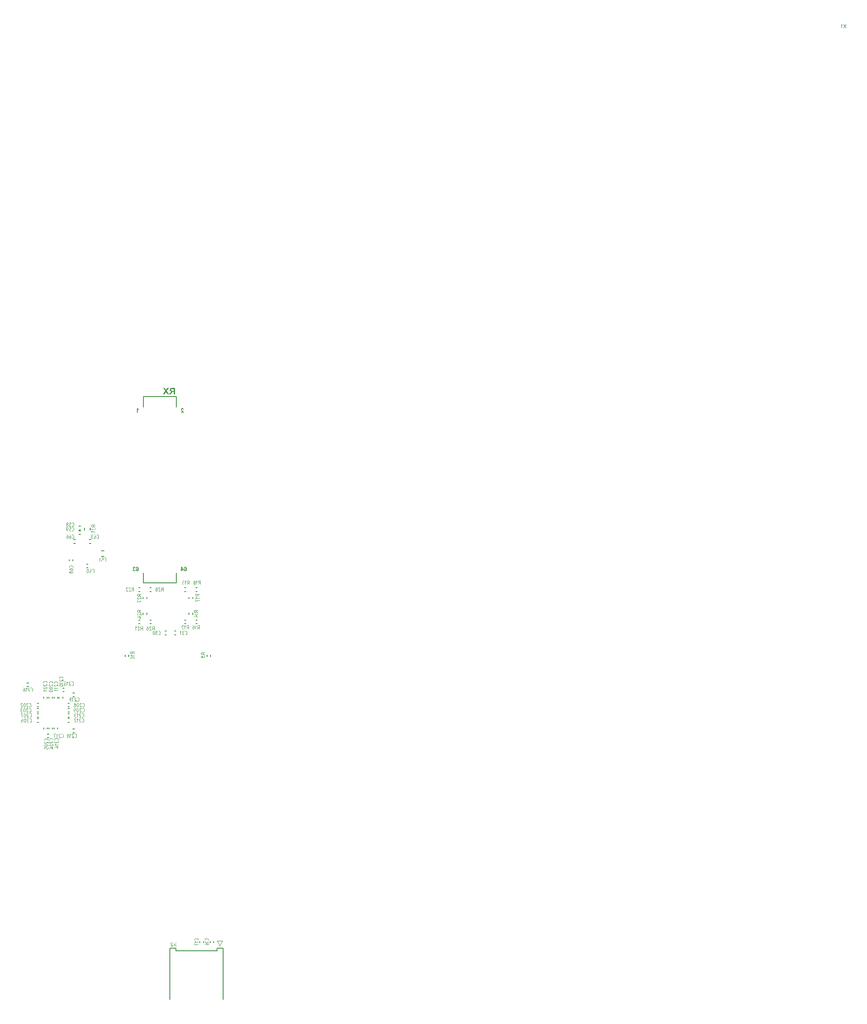
<source format=gbo>
G04*
G04 #@! TF.GenerationSoftware,Altium Limited,Altium Designer,21.7.2 (23)*
G04*
G04 Layer_Color=32896*
%FSLAX43Y43*%
%MOMM*%
G71*
G04*
G04 #@! TF.SameCoordinates,A774AA4E-E338-4311-BF28-223F750F7C6B*
G04*
G04*
G04 #@! TF.FilePolarity,Positive*
G04*
G01*
G75*
%ADD12C,0.150*%
%ADD13C,0.200*%
%ADD147C,0.120*%
G36*
X82337Y135016D02*
X82360Y135013D01*
X82381Y135009D01*
X82399Y135004D01*
X82413Y134999D01*
X82424Y134994D01*
X82431Y134992D01*
X82433Y134991D01*
X82434D01*
X82452Y134980D01*
X82470Y134969D01*
X82484Y134957D01*
X82496Y134946D01*
X82505Y134936D01*
X82512Y134928D01*
X82517Y134923D01*
X82518Y134921D01*
X82529Y134903D01*
X82538Y134884D01*
X82545Y134864D01*
X82552Y134845D01*
X82557Y134828D01*
X82560Y134815D01*
X82562Y134809D01*
Y134806D01*
X82563Y134803D01*
Y134802D01*
X82420Y134779D01*
X82416Y134797D01*
X82411Y134814D01*
X82407Y134828D01*
X82401Y134838D01*
X82395Y134848D01*
X82390Y134855D01*
X82387Y134858D01*
X82386Y134859D01*
X82375Y134869D01*
X82363Y134876D01*
X82352Y134881D01*
X82341Y134884D01*
X82332Y134886D01*
X82325Y134888D01*
X82318D01*
X82303Y134886D01*
X82289Y134884D01*
X82279Y134879D01*
X82269Y134876D01*
X82261Y134871D01*
X82257Y134867D01*
X82253Y134864D01*
X82252Y134863D01*
X82244Y134854D01*
X82238Y134842D01*
X82233Y134831D01*
X82231Y134821D01*
X82228Y134811D01*
X82227Y134804D01*
Y134800D01*
Y134797D01*
X82228Y134780D01*
X82232Y134764D01*
X82238Y134752D01*
X82244Y134741D01*
X82251Y134732D01*
X82255Y134726D01*
X82260Y134721D01*
X82261Y134720D01*
X82275Y134710D01*
X82291Y134703D01*
X82307Y134699D01*
X82322Y134695D01*
X82336Y134694D01*
X82348Y134693D01*
X82359D01*
X82375Y134567D01*
X82360Y134571D01*
X82347Y134574D01*
X82334Y134577D01*
X82323Y134578D01*
X82315Y134579D01*
X82303D01*
X82287Y134578D01*
X82273Y134573D01*
X82260Y134568D01*
X82248Y134561D01*
X82240Y134556D01*
X82233Y134550D01*
X82228Y134545D01*
X82227Y134544D01*
X82217Y134530D01*
X82208Y134514D01*
X82203Y134499D01*
X82198Y134484D01*
X82196Y134470D01*
X82194Y134459D01*
Y134452D01*
Y134451D01*
Y134450D01*
X82196Y134428D01*
X82199Y134408D01*
X82205Y134390D01*
X82211Y134376D01*
X82218Y134365D01*
X82222Y134357D01*
X82227Y134351D01*
X82228Y134350D01*
X82241Y134338D01*
X82255Y134329D01*
X82268Y134323D01*
X82281Y134319D01*
X82293Y134316D01*
X82301Y134315D01*
X82307Y134314D01*
X82309D01*
X82326Y134315D01*
X82340Y134319D01*
X82353Y134323D01*
X82364Y134329D01*
X82373Y134334D01*
X82380Y134338D01*
X82384Y134342D01*
X82386Y134343D01*
X82396Y134356D01*
X82406Y134370D01*
X82411Y134385D01*
X82417Y134399D01*
X82421Y134412D01*
X82423Y134423D01*
X82424Y134430D01*
Y134431D01*
Y134432D01*
X82575Y134414D01*
X82572Y134395D01*
X82567Y134377D01*
X82557Y134344D01*
X82544Y134316D01*
X82536Y134304D01*
X82529Y134293D01*
X82522Y134282D01*
X82515Y134274D01*
X82509Y134266D01*
X82503Y134260D01*
X82498Y134255D01*
X82495Y134252D01*
X82492Y134249D01*
X82491Y134248D01*
X82477Y134238D01*
X82462Y134227D01*
X82448Y134219D01*
X82431Y134212D01*
X82401Y134200D01*
X82373Y134193D01*
X82359Y134191D01*
X82347Y134188D01*
X82336Y134187D01*
X82327Y134186D01*
X82319Y134185D01*
X82308D01*
X82287Y134186D01*
X82266Y134188D01*
X82247Y134192D01*
X82228Y134196D01*
X82212Y134202D01*
X82196Y134208D01*
X82180Y134215D01*
X82167Y134222D01*
X82156Y134229D01*
X82144Y134236D01*
X82136Y134242D01*
X82127Y134248D01*
X82122Y134253D01*
X82117Y134256D01*
X82115Y134259D01*
X82113Y134260D01*
X82099Y134274D01*
X82088Y134289D01*
X82077Y134304D01*
X82068Y134320D01*
X82061Y134336D01*
X82054Y134351D01*
X82044Y134380D01*
X82042Y134392D01*
X82039Y134405D01*
X82037Y134416D01*
X82036Y134425D01*
X82035Y134432D01*
Y134438D01*
Y134442D01*
Y134443D01*
X82037Y134470D01*
X82042Y134493D01*
X82048Y134516D01*
X82056Y134533D01*
X82064Y134549D01*
X82070Y134559D01*
X82075Y134566D01*
X82077Y134568D01*
X82093Y134586D01*
X82112Y134601D01*
X82131Y134613D01*
X82149Y134622D01*
X82164Y134629D01*
X82177Y134633D01*
X82181Y134635D01*
X82185D01*
X82187Y134637D01*
X82188D01*
X82167Y134649D01*
X82150Y134662D01*
X82134Y134676D01*
X82120Y134691D01*
X82109Y134705D01*
X82099Y134719D01*
X82092Y134733D01*
X82085Y134746D01*
X82080Y134759D01*
X82077Y134770D01*
X82075Y134781D01*
X82073Y134790D01*
X82072Y134797D01*
X82071Y134803D01*
Y134807D01*
Y134808D01*
X82072Y134822D01*
X82073Y134835D01*
X82080Y134861D01*
X82089Y134884D01*
X82099Y134904D01*
X82110Y134921D01*
X82119Y134932D01*
X82123Y134937D01*
X82126Y134940D01*
X82127Y134942D01*
X82129Y134943D01*
X82142Y134956D01*
X82157Y134967D01*
X82171Y134977D01*
X82186Y134985D01*
X82203Y134993D01*
X82218Y134999D01*
X82247Y135007D01*
X82260Y135011D01*
X82273Y135013D01*
X82284Y135014D01*
X82294Y135016D01*
X82302Y135017D01*
X82313D01*
X82337Y135016D01*
D02*
G37*
G36*
X82928D02*
X82950Y135012D01*
X82972Y135007D01*
X82992Y135001D01*
X83011Y134993D01*
X83030Y134985D01*
X83045Y134976D01*
X83060Y134967D01*
X83073Y134958D01*
X83085Y134949D01*
X83094Y134940D01*
X83103Y134932D01*
X83110Y134926D01*
X83114Y134922D01*
X83117Y134918D01*
X83118Y134917D01*
X83132Y134897D01*
X83145Y134875D01*
X83155Y134850D01*
X83165Y134825D01*
X83173Y134798D01*
X83180Y134771D01*
X83186Y134745D01*
X83189Y134719D01*
X83193Y134694D01*
X83195Y134671D01*
X83198Y134649D01*
X83199Y134631D01*
X83200Y134615D01*
Y134604D01*
Y134600D01*
Y134597D01*
Y134595D01*
Y134594D01*
X83199Y134554D01*
X83196Y134518D01*
X83193Y134484D01*
X83187Y134453D01*
X83181Y134424D01*
X83175Y134398D01*
X83168Y134376D01*
X83160Y134355D01*
X83153Y134337D01*
X83146Y134322D01*
X83140Y134309D01*
X83133Y134299D01*
X83128Y134290D01*
X83125Y134284D01*
X83123Y134281D01*
X83121Y134280D01*
X83106Y134263D01*
X83090Y134248D01*
X83073Y134235D01*
X83056Y134225D01*
X83039Y134215D01*
X83022Y134208D01*
X83005Y134201D01*
X82990Y134196D01*
X82975Y134193D01*
X82962Y134189D01*
X82949Y134188D01*
X82938Y134186D01*
X82930D01*
X82924Y134185D01*
X82918D01*
X82897Y134186D01*
X82877Y134188D01*
X82859Y134192D01*
X82841Y134196D01*
X82823Y134202D01*
X82808Y134208D01*
X82794Y134215D01*
X82781Y134222D01*
X82769Y134229D01*
X82760Y134236D01*
X82751Y134242D01*
X82744Y134248D01*
X82738Y134253D01*
X82734Y134256D01*
X82732Y134259D01*
X82731Y134260D01*
X82718Y134274D01*
X82706Y134290D01*
X82697Y134307D01*
X82688Y134323D01*
X82680Y134340D01*
X82674Y134356D01*
X82666Y134389D01*
X82663Y134403D01*
X82660Y134417D01*
X82659Y134429D01*
X82658Y134439D01*
X82657Y134449D01*
Y134455D01*
Y134459D01*
Y134461D01*
X82658Y134483D01*
X82660Y134503D01*
X82664Y134523D01*
X82667Y134540D01*
X82673Y134558D01*
X82679Y134573D01*
X82685Y134588D01*
X82692Y134601D01*
X82699Y134613D01*
X82705Y134624D01*
X82711Y134632D01*
X82717Y134640D01*
X82720Y134646D01*
X82724Y134649D01*
X82726Y134652D01*
X82727Y134653D01*
X82740Y134666D01*
X82754Y134678D01*
X82768Y134688D01*
X82782Y134696D01*
X82796Y134703D01*
X82810Y134709D01*
X82836Y134719D01*
X82848Y134722D01*
X82860Y134725D01*
X82869Y134726D01*
X82877Y134727D01*
X82884Y134728D01*
X82894D01*
X82910Y134727D01*
X82925Y134725D01*
X82939Y134722D01*
X82954Y134718D01*
X82978Y134706D01*
X82999Y134694D01*
X83016Y134681D01*
X83023Y134675D01*
X83029Y134669D01*
X83033Y134665D01*
X83037Y134662D01*
X83038Y134660D01*
X83039Y134659D01*
X83037Y134683D01*
X83035Y134707D01*
X83032Y134728D01*
X83029Y134747D01*
X83025Y134763D01*
X83022Y134779D01*
X83018Y134791D01*
X83013Y134803D01*
X83010Y134814D01*
X83008Y134822D01*
X83004Y134829D01*
X83002Y134834D01*
X82999Y134838D01*
X82997Y134841D01*
X82996Y134843D01*
X82983Y134858D01*
X82969Y134869D01*
X82955Y134877D01*
X82942Y134882D01*
X82930Y134885D01*
X82921Y134886D01*
X82915Y134888D01*
X82912D01*
X82900Y134886D01*
X82887Y134884D01*
X82876Y134881D01*
X82868Y134877D01*
X82861Y134872D01*
X82856Y134869D01*
X82853Y134867D01*
X82851Y134865D01*
X82843Y134856D01*
X82837Y134845D01*
X82832Y134834D01*
X82828Y134823D01*
X82826Y134813D01*
X82823Y134804D01*
X82822Y134800D01*
Y134797D01*
X82672Y134814D01*
X82680Y134849D01*
X82692Y134878D01*
X82705Y134904D01*
X82718Y134926D01*
X82731Y134943D01*
X82735Y134949D01*
X82741Y134955D01*
X82745Y134958D01*
X82748Y134962D01*
X82749Y134964D01*
X82751D01*
X82762Y134973D01*
X82774Y134982D01*
X82800Y134994D01*
X82826Y135004D01*
X82849Y135010D01*
X82870Y135014D01*
X82880Y135016D01*
X82888D01*
X82894Y135017D01*
X82903D01*
X82928Y135016D01*
D02*
G37*
G36*
X83020Y165974D02*
X83035Y165949D01*
X83051Y165926D01*
X83068Y165907D01*
X83082Y165892D01*
X83095Y165880D01*
X83100Y165875D01*
X83103Y165872D01*
X83105Y165870D01*
X83107Y165869D01*
X83132Y165851D01*
X83157Y165834D01*
X83179Y165821D01*
X83199Y165812D01*
X83216Y165805D01*
X83227Y165799D01*
X83232Y165798D01*
X83236Y165797D01*
X83237Y165795D01*
X83238D01*
Y165655D01*
X83196Y165671D01*
X83158Y165689D01*
X83141Y165698D01*
X83124Y165709D01*
X83109Y165718D01*
X83095Y165727D01*
X83082Y165737D01*
X83070Y165745D01*
X83061Y165752D01*
X83053Y165759D01*
X83046Y165765D01*
X83041Y165768D01*
X83039Y165771D01*
X83037Y165772D01*
Y165184D01*
X82881D01*
Y166001D01*
X83008D01*
X83020Y165974D01*
D02*
G37*
G36*
X88696Y169367D02*
X89139Y168700D01*
X88828D01*
X88543Y169133D01*
X88259Y168700D01*
X87948D01*
X88389Y169367D01*
X87987Y169981D01*
X88289D01*
X88543Y169598D01*
X88796Y169981D01*
X89098D01*
X88696Y169367D01*
D02*
G37*
G36*
X90300Y168700D02*
X90041D01*
Y169235D01*
X89957D01*
X89932Y169233D01*
X89909Y169231D01*
X89891Y169228D01*
X89876Y169226D01*
X89867Y169222D01*
X89861Y169220D01*
X89859D01*
X89844Y169213D01*
X89830Y169206D01*
X89817Y169196D01*
X89804Y169189D01*
X89795Y169180D01*
X89787Y169172D01*
X89783Y169168D01*
X89782Y169167D01*
X89774Y169157D01*
X89765Y169148D01*
X89744Y169120D01*
X89722Y169091D01*
X89698Y169057D01*
X89678Y169028D01*
X89669Y169013D01*
X89661Y169002D01*
X89654Y168993D01*
X89648Y168985D01*
X89646Y168980D01*
X89645Y168978D01*
X89459Y168700D01*
X89148D01*
X89306Y168950D01*
X89322Y168976D01*
X89339Y169002D01*
X89354Y169024D01*
X89369Y169044D01*
X89382Y169063D01*
X89393Y169081D01*
X89415Y169109D01*
X89432Y169131D01*
X89443Y169146D01*
X89452Y169156D01*
X89454Y169157D01*
X89474Y169180D01*
X89498Y169200D01*
X89520Y169217D01*
X89543Y169233D01*
X89561Y169246D01*
X89576Y169255D01*
X89587Y169263D01*
X89589Y169265D01*
X89591D01*
X89559Y169270D01*
X89532Y169278D01*
X89506Y169285D01*
X89480Y169294D01*
X89457Y169304D01*
X89437Y169313D01*
X89417Y169322D01*
X89400Y169333D01*
X89385Y169343D01*
X89372Y169352D01*
X89361Y169361D01*
X89354Y169368D01*
X89346Y169374D01*
X89341Y169380D01*
X89339Y169381D01*
X89337Y169383D01*
X89322Y169402D01*
X89309Y169420D01*
X89287Y169461D01*
X89272Y169500D01*
X89263Y169539D01*
X89256Y169572D01*
X89254Y169585D01*
Y169598D01*
X89252Y169607D01*
Y169617D01*
Y169620D01*
Y169622D01*
X89254Y169663D01*
X89261Y169702D01*
X89270Y169735D01*
X89280Y169765D01*
X89291Y169789D01*
X89300Y169807D01*
X89304Y169813D01*
X89308Y169818D01*
X89309Y169820D01*
Y169822D01*
X89332Y169854D01*
X89356Y169880D01*
X89380Y169900D01*
X89404Y169918D01*
X89426Y169930D01*
X89443Y169939D01*
X89454Y169944D01*
X89456Y169946D01*
X89457D01*
X89476Y169952D01*
X89496Y169957D01*
X89543Y169967D01*
X89593Y169972D01*
X89641Y169978D01*
X89665D01*
X89685Y169980D01*
X89706D01*
X89722Y169981D01*
X90300D01*
Y168700D01*
D02*
G37*
G36*
X91732Y166016D02*
X91751Y166014D01*
X91788Y166009D01*
X91818Y165999D01*
X91832Y165994D01*
X91845Y165989D01*
X91857Y165984D01*
X91866Y165978D01*
X91876Y165973D01*
X91883Y165970D01*
X91889Y165965D01*
X91892Y165963D01*
X91894Y165962D01*
X91896Y165960D01*
X91908Y165949D01*
X91920Y165937D01*
X91931Y165923D01*
X91940Y165908D01*
X91954Y165877D01*
X91966Y165848D01*
X91969Y165833D01*
X91973Y165820D01*
X91977Y165808D01*
X91978Y165797D01*
X91980Y165788D01*
Y165782D01*
X91981Y165777D01*
Y165776D01*
X91826Y165761D01*
X91824Y165784D01*
X91819Y165804D01*
X91815Y165822D01*
X91809Y165835D01*
X91804Y165845D01*
X91799Y165852D01*
X91796Y165857D01*
X91795Y165858D01*
X91783Y165868D01*
X91770Y165875D01*
X91757Y165881D01*
X91744Y165884D01*
X91734Y165886D01*
X91724Y165888D01*
X91716D01*
X91698Y165886D01*
X91683Y165883D01*
X91670Y165878D01*
X91659Y165874D01*
X91650Y165869D01*
X91643Y165864D01*
X91640Y165861D01*
X91639Y165859D01*
X91629Y165848D01*
X91622Y165835D01*
X91617Y165822D01*
X91614Y165809D01*
X91612Y165797D01*
X91610Y165787D01*
Y165781D01*
Y165780D01*
Y165779D01*
X91612Y165761D01*
X91615Y165744D01*
X91621Y165728D01*
X91627Y165714D01*
X91633Y165701D01*
X91639Y165692D01*
X91642Y165686D01*
X91643Y165683D01*
X91648Y165676D01*
X91655Y165668D01*
X91664Y165658D01*
X91674Y165648D01*
X91695Y165626D01*
X91716Y165604D01*
X91737Y165583D01*
X91747Y165573D01*
X91756Y165566D01*
X91763Y165559D01*
X91768Y165554D01*
X91771Y165551D01*
X91772Y165550D01*
X91796Y165527D01*
X91817Y165506D01*
X91837Y165486D01*
X91854Y165469D01*
X91871Y165451D01*
X91885Y165435D01*
X91898Y165421D01*
X91908Y165407D01*
X91918Y165395D01*
X91926Y165384D01*
X91933Y165376D01*
X91938Y165368D01*
X91942Y165363D01*
X91945Y165358D01*
X91947Y165356D01*
Y165355D01*
X91962Y165328D01*
X91974Y165300D01*
X91984Y165274D01*
X91991Y165250D01*
X91995Y165229D01*
X91996Y165221D01*
X91998Y165214D01*
X91999Y165208D01*
X92000Y165204D01*
Y165201D01*
Y165200D01*
X91454D01*
Y165344D01*
X91764D01*
X91755Y165360D01*
X91744Y165372D01*
X91739Y165378D01*
X91736Y165383D01*
X91734Y165385D01*
X91732Y165387D01*
X91728Y165391D01*
X91723Y165397D01*
X91709Y165410D01*
X91694Y165425D01*
X91678Y165441D01*
X91663Y165455D01*
X91650Y165466D01*
X91646Y165471D01*
X91642Y165475D01*
X91640Y165476D01*
X91639Y165477D01*
X91613Y165502D01*
X91592Y165522D01*
X91574Y165540D01*
X91560Y165554D01*
X91549Y165566D01*
X91542Y165574D01*
X91538Y165580D01*
X91536Y165581D01*
X91521Y165601D01*
X91508Y165620D01*
X91498Y165638D01*
X91490Y165653D01*
X91482Y165666D01*
X91478Y165676D01*
X91475Y165682D01*
X91474Y165685D01*
X91467Y165703D01*
X91463Y165722D01*
X91459Y165740D01*
X91457Y165756D01*
X91455Y165769D01*
X91454Y165780D01*
Y165787D01*
Y165789D01*
X91455Y165807D01*
X91458Y165824D01*
X91460Y165841D01*
X91465Y165856D01*
X91477Y165883D01*
X91488Y165906D01*
X91495Y165917D01*
X91501Y165925D01*
X91507Y165933D01*
X91513Y165939D01*
X91518Y165944D01*
X91520Y165949D01*
X91522Y165950D01*
X91524Y165951D01*
X91536Y165963D01*
X91552Y165973D01*
X91566Y165982D01*
X91582Y165989D01*
X91613Y166000D01*
X91643Y166009D01*
X91657Y166011D01*
X91670Y166013D01*
X91682Y166014D01*
X91693Y166016D01*
X91701Y166017D01*
X91713D01*
X91732Y166016D01*
D02*
G37*
G36*
X92328Y135016D02*
X92350Y135012D01*
X92372Y135007D01*
X92392Y135001D01*
X92411Y134993D01*
X92430Y134985D01*
X92445Y134976D01*
X92460Y134967D01*
X92473Y134958D01*
X92485Y134949D01*
X92494Y134940D01*
X92503Y134932D01*
X92510Y134926D01*
X92514Y134922D01*
X92517Y134918D01*
X92518Y134917D01*
X92532Y134897D01*
X92545Y134875D01*
X92555Y134850D01*
X92565Y134825D01*
X92573Y134798D01*
X92580Y134771D01*
X92586Y134745D01*
X92589Y134719D01*
X92593Y134694D01*
X92595Y134671D01*
X92598Y134649D01*
X92599Y134631D01*
X92600Y134615D01*
Y134604D01*
Y134600D01*
Y134597D01*
Y134595D01*
Y134594D01*
X92599Y134554D01*
X92596Y134518D01*
X92593Y134484D01*
X92587Y134453D01*
X92581Y134424D01*
X92575Y134398D01*
X92568Y134376D01*
X92560Y134355D01*
X92553Y134337D01*
X92546Y134322D01*
X92540Y134309D01*
X92533Y134299D01*
X92528Y134290D01*
X92525Y134284D01*
X92523Y134281D01*
X92521Y134280D01*
X92506Y134263D01*
X92490Y134248D01*
X92473Y134235D01*
X92456Y134225D01*
X92439Y134215D01*
X92422Y134208D01*
X92405Y134201D01*
X92390Y134196D01*
X92375Y134193D01*
X92362Y134189D01*
X92349Y134188D01*
X92338Y134186D01*
X92330D01*
X92324Y134185D01*
X92318D01*
X92297Y134186D01*
X92277Y134188D01*
X92259Y134192D01*
X92241Y134196D01*
X92223Y134202D01*
X92208Y134208D01*
X92194Y134215D01*
X92181Y134222D01*
X92169Y134229D01*
X92160Y134236D01*
X92151Y134242D01*
X92144Y134248D01*
X92138Y134253D01*
X92134Y134256D01*
X92132Y134259D01*
X92131Y134260D01*
X92118Y134274D01*
X92106Y134290D01*
X92097Y134307D01*
X92088Y134323D01*
X92080Y134340D01*
X92074Y134356D01*
X92066Y134389D01*
X92063Y134403D01*
X92060Y134417D01*
X92059Y134429D01*
X92058Y134439D01*
X92057Y134449D01*
Y134455D01*
Y134459D01*
Y134461D01*
X92058Y134483D01*
X92060Y134503D01*
X92064Y134523D01*
X92067Y134540D01*
X92073Y134558D01*
X92079Y134573D01*
X92085Y134588D01*
X92092Y134601D01*
X92099Y134613D01*
X92105Y134624D01*
X92111Y134632D01*
X92117Y134640D01*
X92120Y134646D01*
X92124Y134649D01*
X92126Y134652D01*
X92127Y134653D01*
X92140Y134666D01*
X92154Y134678D01*
X92168Y134688D01*
X92182Y134696D01*
X92196Y134703D01*
X92210Y134709D01*
X92236Y134719D01*
X92248Y134722D01*
X92260Y134725D01*
X92269Y134726D01*
X92277Y134727D01*
X92284Y134728D01*
X92294D01*
X92310Y134727D01*
X92325Y134725D01*
X92339Y134722D01*
X92354Y134718D01*
X92378Y134706D01*
X92399Y134694D01*
X92416Y134681D01*
X92423Y134675D01*
X92429Y134669D01*
X92433Y134665D01*
X92437Y134662D01*
X92438Y134660D01*
X92439Y134659D01*
X92437Y134683D01*
X92435Y134707D01*
X92432Y134728D01*
X92429Y134747D01*
X92425Y134763D01*
X92422Y134779D01*
X92418Y134791D01*
X92413Y134803D01*
X92410Y134814D01*
X92408Y134822D01*
X92404Y134829D01*
X92402Y134834D01*
X92399Y134838D01*
X92397Y134841D01*
X92396Y134843D01*
X92383Y134858D01*
X92369Y134869D01*
X92355Y134877D01*
X92342Y134882D01*
X92330Y134885D01*
X92321Y134886D01*
X92315Y134888D01*
X92312D01*
X92300Y134886D01*
X92287Y134884D01*
X92276Y134881D01*
X92268Y134877D01*
X92261Y134872D01*
X92256Y134869D01*
X92253Y134867D01*
X92251Y134865D01*
X92243Y134856D01*
X92237Y134845D01*
X92232Y134834D01*
X92228Y134823D01*
X92226Y134813D01*
X92223Y134804D01*
X92222Y134800D01*
Y134797D01*
X92072Y134814D01*
X92080Y134849D01*
X92092Y134878D01*
X92105Y134904D01*
X92118Y134926D01*
X92131Y134943D01*
X92135Y134949D01*
X92141Y134955D01*
X92145Y134958D01*
X92148Y134962D01*
X92149Y134964D01*
X92151D01*
X92162Y134973D01*
X92174Y134982D01*
X92200Y134994D01*
X92226Y135004D01*
X92249Y135010D01*
X92270Y135014D01*
X92280Y135016D01*
X92288D01*
X92294Y135017D01*
X92303D01*
X92328Y135016D01*
D02*
G37*
G36*
X91996Y134498D02*
Y134363D01*
X91662D01*
Y134200D01*
X91512D01*
Y134363D01*
X91411D01*
Y134499D01*
X91512D01*
Y135016D01*
X91644D01*
X91996Y134498D01*
D02*
G37*
G36*
X67376Y101483D02*
X67404Y101477D01*
X67427Y101467D01*
X67448Y101456D01*
X67465Y101447D01*
X67476Y101437D01*
X67484Y101431D01*
X67487Y101428D01*
X67506Y101406D01*
X67520Y101381D01*
X67530Y101359D01*
X67537Y101337D01*
X67541Y101318D01*
X67542Y101302D01*
X67544Y101297D01*
Y101132D01*
X67542Y101118D01*
X67538Y101108D01*
X67531Y101101D01*
X67524Y101097D01*
X67518Y101093D01*
X67511Y101091D01*
X67506D01*
X67505D01*
X67491Y101093D01*
X67481Y101097D01*
X67475Y101104D01*
X67470Y101111D01*
X67466Y101119D01*
X67465Y101125D01*
Y101288D01*
X67463Y101306D01*
X67459Y101323D01*
X67454Y101337D01*
X67448Y101349D01*
X67443Y101359D01*
X67437Y101366D01*
X67433Y101372D01*
X67432Y101373D01*
X67418Y101384D01*
X67404Y101392D01*
X67390Y101398D01*
X67376Y101402D01*
X67365Y101405D01*
X67355Y101406D01*
X67350D01*
X67347D01*
X66954D01*
X66936Y101405D01*
X66920Y101401D01*
X66906Y101395D01*
X66893Y101390D01*
X66884Y101384D01*
X66875Y101379D01*
X66871Y101374D01*
X66870Y101373D01*
X66859Y101359D01*
X66850Y101345D01*
X66843Y101331D01*
X66839Y101318D01*
X66837Y101306D01*
X66835Y101297D01*
Y101132D01*
X66834Y101118D01*
X66830Y101108D01*
X66823Y101101D01*
X66816Y101097D01*
X66809Y101093D01*
X66802Y101091D01*
X66798D01*
X66796D01*
X66782Y101093D01*
X66773Y101097D01*
X66766Y101104D01*
X66762Y101111D01*
X66758Y101119D01*
X66756Y101125D01*
Y101288D01*
X66759Y101318D01*
X66766Y101345D01*
X66774Y101369D01*
X66785Y101390D01*
X66796Y101406D01*
X66805Y101417D01*
X66812Y101426D01*
X66814Y101428D01*
X66837Y101448D01*
X66860Y101462D01*
X66884Y101471D01*
X66906Y101478D01*
X66924Y101483D01*
X66939Y101484D01*
X66945Y101485D01*
X66949D01*
X66952D01*
X66953D01*
X67347D01*
X67376Y101483D01*
D02*
G37*
G36*
X67518Y100932D02*
X67527Y100928D01*
X67534Y100921D01*
X67538Y100914D01*
X67541Y100907D01*
X67544Y100900D01*
Y100580D01*
X67542Y100566D01*
X67538Y100556D01*
X67531Y100549D01*
X67524Y100545D01*
X67518Y100541D01*
X67511Y100540D01*
X67506D01*
X67505D01*
X67491Y100541D01*
X67481Y100545D01*
X67475Y100552D01*
X67470Y100559D01*
X67466Y100567D01*
X67465Y100573D01*
Y100824D01*
X67067Y100576D01*
X67046Y100563D01*
X67025Y100555D01*
X67006Y100548D01*
X66989Y100544D01*
X66974Y100541D01*
X66963Y100540D01*
X66956D01*
X66953D01*
X66924Y100542D01*
X66898Y100549D01*
X66874Y100558D01*
X66853Y100569D01*
X66837Y100580D01*
X66824Y100588D01*
X66817Y100595D01*
X66814Y100598D01*
X66795Y100620D01*
X66781Y100644D01*
X66770Y100667D01*
X66763Y100689D01*
X66759Y100707D01*
X66758Y100723D01*
X66756Y100728D01*
Y100736D01*
X66758Y100759D01*
X66762Y100779D01*
X66769Y100799D01*
X66778Y100818D01*
X66789Y100835D01*
X66801Y100850D01*
X66813Y100865D01*
X66827Y100879D01*
X66839Y100890D01*
X66853Y100901D01*
X66864Y100910D01*
X66875Y100917D01*
X66885Y100924D01*
X66892Y100928D01*
X66896Y100929D01*
X66898Y100931D01*
X66909Y100933D01*
X66913D01*
X66914D01*
X66927Y100932D01*
X66936Y100928D01*
X66943Y100921D01*
X66948Y100914D01*
X66950Y100907D01*
X66953Y100900D01*
Y100895D01*
X66952Y100886D01*
X66950Y100879D01*
X66943Y100870D01*
X66936Y100863D01*
X66935Y100861D01*
X66934D01*
X66916Y100850D01*
X66902Y100839D01*
X66888Y100829D01*
X66877Y100818D01*
X66867Y100807D01*
X66859Y100797D01*
X66853Y100788D01*
X66848Y100778D01*
X66841Y100761D01*
X66837Y100749D01*
X66835Y100741D01*
Y100738D01*
X66837Y100720D01*
X66841Y100703D01*
X66846Y100689D01*
X66852Y100677D01*
X66859Y100667D01*
X66864Y100659D01*
X66868Y100655D01*
X66870Y100653D01*
X66884Y100642D01*
X66898Y100634D01*
X66911Y100627D01*
X66924Y100623D01*
X66936Y100620D01*
X66945Y100619D01*
X66950D01*
X66953D01*
X66966Y100620D01*
X66977Y100621D01*
X66988Y100624D01*
X66997Y100628D01*
X67006Y100632D01*
X67013Y100635D01*
X67017Y100637D01*
X67018Y100638D01*
X67483Y100928D01*
X67490Y100931D01*
X67498Y100932D01*
X67502Y100933D01*
X67505D01*
X67518Y100932D01*
D02*
G37*
G36*
X66967Y100380D02*
X66977Y100376D01*
X66984Y100369D01*
X66988Y100362D01*
X66991Y100355D01*
X66993Y100348D01*
Y100343D01*
X66992Y100331D01*
X66988Y100322D01*
X66984Y100316D01*
X66982Y100315D01*
X66891Y100223D01*
X67505D01*
X67518Y100222D01*
X67527Y100218D01*
X67534Y100211D01*
X67538Y100204D01*
X67541Y100197D01*
X67544Y100190D01*
Y100184D01*
X67542Y100171D01*
X67538Y100161D01*
X67531Y100154D01*
X67524Y100150D01*
X67518Y100146D01*
X67511Y100144D01*
X67506D01*
X67505D01*
X66796D01*
X66782Y100146D01*
X66773Y100150D01*
X66766Y100157D01*
X66762Y100164D01*
X66758Y100172D01*
X66756Y100178D01*
Y100190D01*
X66759Y100197D01*
X66763Y100207D01*
X66769Y100214D01*
X66770Y100215D01*
X66771Y100216D01*
X66925Y100370D01*
X66935Y100377D01*
X66943Y100380D01*
X66950Y100381D01*
X66952D01*
X66953D01*
X66967Y100380D01*
D02*
G37*
G36*
X67359Y99986D02*
X67369Y99982D01*
X67376Y99975D01*
X67380Y99968D01*
X67383Y99961D01*
X67386Y99954D01*
Y99712D01*
X67505D01*
X67518Y99710D01*
X67527Y99706D01*
X67534Y99699D01*
X67538Y99692D01*
X67541Y99685D01*
X67544Y99678D01*
Y99673D01*
X67542Y99659D01*
X67538Y99649D01*
X67531Y99642D01*
X67524Y99638D01*
X67518Y99634D01*
X67511Y99633D01*
X67506D01*
X67505D01*
X67386D01*
Y99555D01*
X67384Y99541D01*
X67380Y99531D01*
X67373Y99524D01*
X67366Y99520D01*
X67359Y99516D01*
X67352Y99515D01*
X67348D01*
X67347D01*
X67333Y99516D01*
X67323Y99520D01*
X67316Y99527D01*
X67312Y99534D01*
X67308Y99542D01*
X67307Y99548D01*
Y99633D01*
X67189D01*
X67175Y99634D01*
X67165Y99638D01*
X67158Y99645D01*
X67154Y99652D01*
X67150Y99660D01*
X67149Y99666D01*
Y99673D01*
X67150Y99685D01*
X67154Y99695D01*
X67161Y99702D01*
X67168Y99706D01*
X67176Y99709D01*
X67182Y99712D01*
X67187D01*
X67189D01*
X67307D01*
Y99896D01*
X66807Y99753D01*
X66799Y99752D01*
X66798D01*
X66796D01*
X66782Y99753D01*
X66773Y99757D01*
X66766Y99764D01*
X66762Y99771D01*
X66758Y99778D01*
X66756Y99785D01*
Y99791D01*
X66758Y99800D01*
X66760Y99810D01*
X66766Y99816D01*
X66770Y99821D01*
X66776Y99825D01*
X66781Y99828D01*
X66784Y99829D01*
X66785D01*
X67336Y99988D01*
X67343D01*
X67346D01*
X67347D01*
X67359Y99986D01*
D02*
G37*
G36*
X71769Y106392D02*
X71790Y106388D01*
X71809Y106381D01*
X71829Y106372D01*
X71845Y106361D01*
X71861Y106349D01*
X71876Y106337D01*
X71890Y106323D01*
X71901Y106311D01*
X71912Y106297D01*
X71920Y106286D01*
X71927Y106275D01*
X71934Y106265D01*
X71938Y106258D01*
X71940Y106254D01*
X71941Y106252D01*
X71944Y106241D01*
Y106237D01*
Y106236D01*
X71942Y106223D01*
X71938Y106214D01*
X71931Y106207D01*
X71924Y106202D01*
X71918Y106200D01*
X71911Y106197D01*
X71905D01*
X71897Y106198D01*
X71890Y106200D01*
X71880Y106207D01*
X71873Y106214D01*
X71872Y106215D01*
Y106216D01*
X71861Y106234D01*
X71850Y106248D01*
X71840Y106262D01*
X71829Y106273D01*
X71818Y106283D01*
X71808Y106291D01*
X71798Y106297D01*
X71789Y106302D01*
X71772Y106309D01*
X71759Y106313D01*
X71751Y106315D01*
X71748D01*
X71730Y106313D01*
X71714Y106309D01*
X71700Y106304D01*
X71687Y106298D01*
X71678Y106291D01*
X71669Y106286D01*
X71665Y106282D01*
X71664Y106280D01*
X71653Y106266D01*
X71644Y106252D01*
X71637Y106239D01*
X71633Y106226D01*
X71630Y106214D01*
X71629Y106205D01*
Y106200D01*
Y106197D01*
X71630Y106184D01*
X71632Y106173D01*
X71635Y106162D01*
X71639Y106153D01*
X71643Y106144D01*
X71646Y106137D01*
X71647Y106133D01*
X71648Y106132D01*
X71938Y105667D01*
X71941Y105660D01*
X71942Y105652D01*
X71944Y105648D01*
Y105645D01*
X71942Y105632D01*
X71938Y105623D01*
X71931Y105616D01*
X71924Y105612D01*
X71918Y105609D01*
X71911Y105606D01*
X71590D01*
X71576Y105608D01*
X71567Y105612D01*
X71560Y105619D01*
X71556Y105626D01*
X71551Y105632D01*
X71550Y105639D01*
Y105644D01*
Y105645D01*
X71551Y105659D01*
X71556Y105669D01*
X71562Y105675D01*
X71569Y105680D01*
X71578Y105684D01*
X71583Y105685D01*
X71834D01*
X71586Y106083D01*
X71574Y106104D01*
X71565Y106125D01*
X71558Y106144D01*
X71554Y106161D01*
X71551Y106176D01*
X71550Y106187D01*
Y106194D01*
Y106197D01*
X71553Y106226D01*
X71560Y106252D01*
X71568Y106276D01*
X71579Y106297D01*
X71590Y106313D01*
X71599Y106326D01*
X71605Y106333D01*
X71608Y106336D01*
X71630Y106355D01*
X71654Y106369D01*
X71678Y106380D01*
X71700Y106387D01*
X71718Y106391D01*
X71733Y106392D01*
X71739Y106394D01*
X71747D01*
X71769Y106392D01*
D02*
G37*
G36*
X71207Y106391D02*
X71217Y106387D01*
X71224Y106381D01*
X71225Y106380D01*
X71227Y106379D01*
X71381Y106225D01*
X71388Y106215D01*
X71391Y106207D01*
X71392Y106200D01*
Y106198D01*
Y106197D01*
X71391Y106183D01*
X71386Y106173D01*
X71379Y106166D01*
X71372Y106162D01*
X71366Y106159D01*
X71359Y106157D01*
X71353D01*
X71342Y106158D01*
X71332Y106162D01*
X71327Y106166D01*
X71325Y106168D01*
X71234Y106259D01*
Y105645D01*
X71232Y105632D01*
X71228Y105623D01*
X71221Y105616D01*
X71214Y105612D01*
X71207Y105609D01*
X71201Y105606D01*
X71195D01*
X71181Y105608D01*
X71171Y105612D01*
X71164Y105619D01*
X71160Y105626D01*
X71156Y105632D01*
X71155Y105639D01*
Y105644D01*
Y105645D01*
Y106354D01*
X71156Y106368D01*
X71160Y106377D01*
X71167Y106384D01*
X71174Y106388D01*
X71182Y106392D01*
X71188Y106394D01*
X71201D01*
X71207Y106391D01*
D02*
G37*
G36*
X72328D02*
X72356Y106384D01*
X72379Y106376D01*
X72400Y106365D01*
X72417Y106354D01*
X72428Y106345D01*
X72436Y106338D01*
X72439Y106336D01*
X72458Y106313D01*
X72472Y106290D01*
X72482Y106266D01*
X72489Y106244D01*
X72493Y106226D01*
X72494Y106211D01*
X72496Y106205D01*
Y106201D01*
Y106198D01*
Y106197D01*
Y105803D01*
X72493Y105774D01*
X72488Y105746D01*
X72478Y105723D01*
X72467Y105702D01*
X72457Y105685D01*
X72447Y105674D01*
X72442Y105666D01*
X72439Y105663D01*
X72417Y105644D01*
X72392Y105630D01*
X72370Y105620D01*
X72347Y105613D01*
X72328Y105609D01*
X72313Y105608D01*
X72307Y105606D01*
X72142D01*
X72128Y105608D01*
X72119Y105612D01*
X72112Y105619D01*
X72108Y105626D01*
X72103Y105632D01*
X72102Y105639D01*
Y105644D01*
Y105645D01*
X72103Y105659D01*
X72108Y105669D01*
X72114Y105675D01*
X72121Y105680D01*
X72130Y105684D01*
X72135Y105685D01*
X72299D01*
X72317Y105687D01*
X72334Y105691D01*
X72347Y105696D01*
X72360Y105702D01*
X72370Y105707D01*
X72377Y105713D01*
X72382Y105717D01*
X72383Y105718D01*
X72395Y105732D01*
X72403Y105746D01*
X72408Y105760D01*
X72413Y105774D01*
X72415Y105785D01*
X72417Y105795D01*
Y105800D01*
Y105803D01*
Y106196D01*
X72415Y106214D01*
X72411Y106230D01*
X72406Y106244D01*
X72400Y106257D01*
X72395Y106266D01*
X72389Y106275D01*
X72385Y106279D01*
X72383Y106280D01*
X72370Y106291D01*
X72356Y106300D01*
X72342Y106306D01*
X72328Y106311D01*
X72317Y106313D01*
X72307Y106315D01*
X72142D01*
X72128Y106316D01*
X72119Y106320D01*
X72112Y106327D01*
X72108Y106334D01*
X72103Y106341D01*
X72102Y106348D01*
Y106352D01*
Y106354D01*
X72103Y106368D01*
X72108Y106377D01*
X72114Y106384D01*
X72121Y106388D01*
X72130Y106392D01*
X72135Y106394D01*
X72299D01*
X72328Y106391D01*
D02*
G37*
G36*
X70972Y106392D02*
X70981Y106388D01*
X70988Y106381D01*
X70992Y106374D01*
X70995Y106366D01*
X70998Y106361D01*
Y106355D01*
Y106354D01*
X70997Y106341D01*
X70992Y106331D01*
X70986Y106325D01*
X70979Y106320D01*
X70972Y106318D01*
X70965Y106315D01*
X70802D01*
X70784Y106313D01*
X70768Y106309D01*
X70754Y106304D01*
X70741Y106298D01*
X70732Y106291D01*
X70723Y106286D01*
X70719Y106282D01*
X70718Y106280D01*
X70707Y106266D01*
X70698Y106252D01*
X70692Y106239D01*
X70687Y106226D01*
X70685Y106214D01*
X70683Y106205D01*
Y106200D01*
Y106197D01*
X70685Y106179D01*
X70689Y106162D01*
X70694Y106148D01*
X70700Y106136D01*
X70707Y106126D01*
X70712Y106119D01*
X70717Y106114D01*
X70718Y106112D01*
X70732Y106101D01*
X70746Y106093D01*
X70759Y106087D01*
X70773Y106083D01*
X70784Y106080D01*
X70794Y106079D01*
X70882D01*
X70894Y106078D01*
X70904Y106074D01*
X70911Y106067D01*
X70915Y106060D01*
X70918Y106051D01*
X70920Y106046D01*
Y106040D01*
Y106039D01*
X70919Y106026D01*
X70915Y106017D01*
X70908Y106010D01*
X70901Y106006D01*
X70894Y106003D01*
X70887Y106000D01*
X70802D01*
X70784Y105999D01*
X70769Y105994D01*
X70755Y105989D01*
X70743Y105983D01*
X70733Y105976D01*
X70725Y105971D01*
X70721Y105967D01*
X70719Y105965D01*
X70707Y105951D01*
X70698Y105938D01*
X70692Y105924D01*
X70687Y105910D01*
X70685Y105899D01*
X70683Y105889D01*
Y105883D01*
Y105881D01*
Y105803D01*
X70685Y105785D01*
X70689Y105768D01*
X70694Y105755D01*
X70700Y105742D01*
X70707Y105732D01*
X70712Y105725D01*
X70717Y105720D01*
X70718Y105718D01*
X70732Y105707D01*
X70746Y105699D01*
X70759Y105694D01*
X70773Y105689D01*
X70784Y105687D01*
X70794Y105685D01*
X70959D01*
X70972Y105684D01*
X70981Y105680D01*
X70988Y105673D01*
X70992Y105666D01*
X70995Y105657D01*
X70998Y105652D01*
Y105646D01*
Y105645D01*
X70997Y105632D01*
X70992Y105623D01*
X70986Y105616D01*
X70979Y105612D01*
X70972Y105609D01*
X70965Y105606D01*
X70801D01*
X70772Y105609D01*
X70746Y105614D01*
X70722Y105624D01*
X70701Y105635D01*
X70685Y105645D01*
X70672Y105655D01*
X70665Y105660D01*
X70662Y105663D01*
X70643Y105685D01*
X70629Y105710D01*
X70618Y105732D01*
X70611Y105755D01*
X70607Y105774D01*
X70606Y105789D01*
X70604Y105795D01*
Y105799D01*
Y105802D01*
Y105803D01*
Y105881D01*
X70606Y105899D01*
X70607Y105915D01*
X70611Y105932D01*
X70617Y105947D01*
X70629Y105974D01*
X70643Y105997D01*
X70658Y106015D01*
X70671Y106028D01*
X70676Y106033D01*
X70680Y106036D01*
X70682Y106039D01*
X70683D01*
X70669Y106050D01*
X70657Y106062D01*
X70647Y106076D01*
X70637Y106089D01*
X70629Y106103D01*
X70624Y106115D01*
X70614Y106140D01*
X70608Y106162D01*
X70607Y106172D01*
X70606Y106180D01*
X70604Y106187D01*
Y106193D01*
Y106196D01*
Y106197D01*
X70607Y106226D01*
X70614Y106252D01*
X70622Y106276D01*
X70633Y106297D01*
X70644Y106313D01*
X70653Y106326D01*
X70660Y106333D01*
X70662Y106336D01*
X70685Y106355D01*
X70708Y106369D01*
X70732Y106380D01*
X70754Y106387D01*
X70772Y106391D01*
X70787Y106392D01*
X70793Y106394D01*
X70959D01*
X70972Y106392D01*
D02*
G37*
G36*
X71769Y105392D02*
X71790Y105388D01*
X71809Y105381D01*
X71829Y105372D01*
X71845Y105361D01*
X71861Y105349D01*
X71876Y105337D01*
X71890Y105323D01*
X71901Y105311D01*
X71912Y105297D01*
X71920Y105286D01*
X71927Y105275D01*
X71934Y105265D01*
X71938Y105258D01*
X71940Y105254D01*
X71941Y105252D01*
X71944Y105241D01*
Y105237D01*
Y105236D01*
X71942Y105223D01*
X71938Y105214D01*
X71931Y105207D01*
X71924Y105202D01*
X71918Y105200D01*
X71911Y105197D01*
X71905D01*
X71897Y105198D01*
X71890Y105200D01*
X71880Y105207D01*
X71873Y105214D01*
X71872Y105215D01*
Y105216D01*
X71861Y105234D01*
X71850Y105248D01*
X71840Y105262D01*
X71829Y105273D01*
X71818Y105283D01*
X71808Y105291D01*
X71798Y105297D01*
X71789Y105302D01*
X71772Y105309D01*
X71759Y105313D01*
X71751Y105315D01*
X71748D01*
X71730Y105313D01*
X71714Y105309D01*
X71700Y105304D01*
X71687Y105298D01*
X71678Y105291D01*
X71669Y105286D01*
X71665Y105282D01*
X71664Y105280D01*
X71653Y105266D01*
X71644Y105252D01*
X71637Y105239D01*
X71633Y105226D01*
X71630Y105214D01*
X71629Y105205D01*
Y105200D01*
Y105197D01*
X71630Y105184D01*
X71632Y105173D01*
X71635Y105162D01*
X71639Y105153D01*
X71643Y105144D01*
X71646Y105137D01*
X71647Y105133D01*
X71648Y105132D01*
X71938Y104667D01*
X71941Y104660D01*
X71942Y104652D01*
X71944Y104648D01*
Y104645D01*
X71942Y104632D01*
X71938Y104623D01*
X71931Y104616D01*
X71924Y104612D01*
X71918Y104609D01*
X71911Y104606D01*
X71590D01*
X71576Y104608D01*
X71567Y104612D01*
X71560Y104619D01*
X71556Y104626D01*
X71551Y104632D01*
X71550Y104639D01*
Y104644D01*
Y104645D01*
X71551Y104659D01*
X71556Y104669D01*
X71562Y104675D01*
X71569Y104680D01*
X71578Y104684D01*
X71583Y104685D01*
X71834D01*
X71586Y105083D01*
X71574Y105104D01*
X71565Y105125D01*
X71558Y105144D01*
X71554Y105161D01*
X71551Y105176D01*
X71550Y105187D01*
Y105194D01*
Y105197D01*
X71553Y105226D01*
X71560Y105252D01*
X71568Y105276D01*
X71579Y105297D01*
X71590Y105313D01*
X71599Y105326D01*
X71605Y105333D01*
X71608Y105336D01*
X71630Y105355D01*
X71654Y105369D01*
X71678Y105380D01*
X71700Y105387D01*
X71718Y105391D01*
X71733Y105392D01*
X71739Y105394D01*
X71747D01*
X71769Y105392D01*
D02*
G37*
G36*
X70823D02*
X70844Y105388D01*
X70864Y105381D01*
X70883Y105372D01*
X70900Y105361D01*
X70915Y105349D01*
X70930Y105337D01*
X70944Y105323D01*
X70955Y105311D01*
X70966Y105297D01*
X70974Y105286D01*
X70981Y105275D01*
X70988Y105265D01*
X70992Y105258D01*
X70994Y105254D01*
X70995Y105252D01*
X70998Y105241D01*
Y105237D01*
Y105236D01*
X70997Y105223D01*
X70992Y105214D01*
X70986Y105207D01*
X70979Y105202D01*
X70972Y105200D01*
X70965Y105197D01*
X70959D01*
X70951Y105198D01*
X70944Y105200D01*
X70934Y105207D01*
X70927Y105214D01*
X70926Y105215D01*
Y105216D01*
X70915Y105234D01*
X70904Y105248D01*
X70894Y105262D01*
X70883Y105273D01*
X70872Y105283D01*
X70862Y105291D01*
X70852Y105297D01*
X70843Y105302D01*
X70826Y105309D01*
X70814Y105313D01*
X70805Y105315D01*
X70802D01*
X70784Y105313D01*
X70768Y105309D01*
X70754Y105304D01*
X70741Y105298D01*
X70732Y105291D01*
X70723Y105286D01*
X70719Y105282D01*
X70718Y105280D01*
X70707Y105266D01*
X70698Y105252D01*
X70692Y105239D01*
X70687Y105226D01*
X70685Y105214D01*
X70683Y105205D01*
Y105200D01*
Y105197D01*
X70685Y105184D01*
X70686Y105173D01*
X70689Y105162D01*
X70693Y105153D01*
X70697Y105144D01*
X70700Y105137D01*
X70701Y105133D01*
X70703Y105132D01*
X70992Y104667D01*
X70995Y104660D01*
X70997Y104652D01*
X70998Y104648D01*
Y104645D01*
X70997Y104632D01*
X70992Y104623D01*
X70986Y104616D01*
X70979Y104612D01*
X70972Y104609D01*
X70965Y104606D01*
X70644D01*
X70631Y104608D01*
X70621Y104612D01*
X70614Y104619D01*
X70610Y104626D01*
X70606Y104632D01*
X70604Y104639D01*
Y104644D01*
Y104645D01*
X70606Y104659D01*
X70610Y104669D01*
X70617Y104675D01*
X70624Y104680D01*
X70632Y104684D01*
X70637Y104685D01*
X70888D01*
X70640Y105083D01*
X70628Y105104D01*
X70619Y105125D01*
X70613Y105144D01*
X70608Y105161D01*
X70606Y105176D01*
X70604Y105187D01*
Y105194D01*
Y105197D01*
X70607Y105226D01*
X70614Y105252D01*
X70622Y105276D01*
X70633Y105297D01*
X70644Y105313D01*
X70653Y105326D01*
X70660Y105333D01*
X70662Y105336D01*
X70685Y105355D01*
X70708Y105369D01*
X70732Y105380D01*
X70754Y105387D01*
X70772Y105391D01*
X70787Y105392D01*
X70793Y105394D01*
X70801D01*
X70823Y105392D01*
D02*
G37*
G36*
X71207Y105391D02*
X71217Y105387D01*
X71224Y105381D01*
X71225Y105380D01*
X71227Y105379D01*
X71381Y105225D01*
X71388Y105215D01*
X71391Y105207D01*
X71392Y105200D01*
Y105198D01*
Y105197D01*
X71391Y105183D01*
X71386Y105173D01*
X71379Y105166D01*
X71372Y105162D01*
X71366Y105159D01*
X71359Y105157D01*
X71353D01*
X71342Y105158D01*
X71332Y105162D01*
X71327Y105166D01*
X71325Y105168D01*
X71234Y105259D01*
Y104645D01*
X71232Y104632D01*
X71228Y104623D01*
X71221Y104616D01*
X71214Y104612D01*
X71207Y104609D01*
X71201Y104606D01*
X71195D01*
X71181Y104608D01*
X71171Y104612D01*
X71164Y104619D01*
X71160Y104626D01*
X71156Y104632D01*
X71155Y104639D01*
Y104644D01*
Y104645D01*
Y105354D01*
X71156Y105368D01*
X71160Y105377D01*
X71167Y105384D01*
X71174Y105388D01*
X71182Y105392D01*
X71188Y105394D01*
X71201D01*
X71207Y105391D01*
D02*
G37*
G36*
X72328D02*
X72356Y105384D01*
X72379Y105376D01*
X72400Y105365D01*
X72417Y105354D01*
X72428Y105345D01*
X72436Y105338D01*
X72439Y105336D01*
X72458Y105313D01*
X72472Y105290D01*
X72482Y105266D01*
X72489Y105244D01*
X72493Y105226D01*
X72494Y105211D01*
X72496Y105205D01*
Y105201D01*
Y105198D01*
Y105197D01*
Y104803D01*
X72493Y104774D01*
X72488Y104746D01*
X72478Y104723D01*
X72467Y104702D01*
X72457Y104685D01*
X72447Y104674D01*
X72442Y104666D01*
X72439Y104663D01*
X72417Y104644D01*
X72392Y104630D01*
X72370Y104620D01*
X72347Y104613D01*
X72328Y104609D01*
X72313Y104608D01*
X72307Y104606D01*
X72142D01*
X72128Y104608D01*
X72119Y104612D01*
X72112Y104619D01*
X72108Y104626D01*
X72103Y104632D01*
X72102Y104639D01*
Y104644D01*
Y104645D01*
X72103Y104659D01*
X72108Y104669D01*
X72114Y104675D01*
X72121Y104680D01*
X72130Y104684D01*
X72135Y104685D01*
X72299D01*
X72317Y104687D01*
X72334Y104691D01*
X72347Y104696D01*
X72360Y104702D01*
X72370Y104707D01*
X72377Y104713D01*
X72382Y104717D01*
X72383Y104718D01*
X72395Y104732D01*
X72403Y104746D01*
X72408Y104760D01*
X72413Y104774D01*
X72415Y104785D01*
X72417Y104795D01*
Y104800D01*
Y104803D01*
Y105196D01*
X72415Y105214D01*
X72411Y105230D01*
X72406Y105244D01*
X72400Y105257D01*
X72395Y105266D01*
X72389Y105275D01*
X72385Y105279D01*
X72383Y105280D01*
X72370Y105291D01*
X72356Y105300D01*
X72342Y105306D01*
X72328Y105311D01*
X72317Y105313D01*
X72307Y105315D01*
X72142D01*
X72128Y105316D01*
X72119Y105320D01*
X72112Y105327D01*
X72108Y105334D01*
X72103Y105341D01*
X72102Y105348D01*
Y105352D01*
Y105354D01*
X72103Y105368D01*
X72108Y105377D01*
X72114Y105384D01*
X72121Y105388D01*
X72130Y105392D01*
X72135Y105394D01*
X72299D01*
X72328Y105391D01*
D02*
G37*
G36*
X67276Y112565D02*
X67304Y112559D01*
X67327Y112549D01*
X67348Y112538D01*
X67365Y112529D01*
X67376Y112519D01*
X67384Y112513D01*
X67387Y112511D01*
X67406Y112488D01*
X67420Y112463D01*
X67430Y112441D01*
X67437Y112419D01*
X67441Y112400D01*
X67442Y112384D01*
X67444Y112379D01*
Y112214D01*
X67442Y112200D01*
X67438Y112190D01*
X67431Y112183D01*
X67424Y112179D01*
X67418Y112175D01*
X67411Y112174D01*
X67406D01*
X67405D01*
X67391Y112175D01*
X67381Y112179D01*
X67375Y112186D01*
X67370Y112193D01*
X67366Y112201D01*
X67365Y112207D01*
Y112371D01*
X67363Y112389D01*
X67359Y112405D01*
X67354Y112419D01*
X67348Y112432D01*
X67343Y112441D01*
X67337Y112448D01*
X67333Y112454D01*
X67332Y112455D01*
X67318Y112466D01*
X67304Y112475D01*
X67290Y112480D01*
X67276Y112484D01*
X67265Y112487D01*
X67255Y112488D01*
X67250D01*
X67247D01*
X66854D01*
X66836Y112487D01*
X66820Y112483D01*
X66806Y112477D01*
X66793Y112472D01*
X66784Y112466D01*
X66775Y112461D01*
X66771Y112457D01*
X66770Y112455D01*
X66759Y112441D01*
X66750Y112427D01*
X66743Y112414D01*
X66739Y112400D01*
X66737Y112389D01*
X66735Y112379D01*
Y112214D01*
X66734Y112200D01*
X66730Y112190D01*
X66723Y112183D01*
X66716Y112179D01*
X66709Y112175D01*
X66702Y112174D01*
X66698D01*
X66696D01*
X66682Y112175D01*
X66673Y112179D01*
X66666Y112186D01*
X66662Y112193D01*
X66658Y112201D01*
X66656Y112207D01*
Y112371D01*
X66659Y112400D01*
X66666Y112427D01*
X66674Y112451D01*
X66685Y112472D01*
X66696Y112488D01*
X66705Y112500D01*
X66712Y112508D01*
X66714Y112511D01*
X66737Y112530D01*
X66760Y112544D01*
X66784Y112554D01*
X66806Y112561D01*
X66824Y112565D01*
X66839Y112566D01*
X66845Y112567D01*
X66849D01*
X66852D01*
X66853D01*
X67247D01*
X67276Y112565D01*
D02*
G37*
G36*
X67418Y112014D02*
X67427Y112010D01*
X67434Y112003D01*
X67438Y111996D01*
X67441Y111989D01*
X67444Y111982D01*
Y111662D01*
X67442Y111648D01*
X67438Y111638D01*
X67431Y111631D01*
X67424Y111627D01*
X67418Y111623D01*
X67411Y111622D01*
X67406D01*
X67405D01*
X67391Y111623D01*
X67381Y111627D01*
X67375Y111634D01*
X67370Y111641D01*
X67366Y111649D01*
X67365Y111655D01*
Y111906D01*
X66967Y111658D01*
X66946Y111645D01*
X66925Y111637D01*
X66906Y111630D01*
X66889Y111626D01*
X66874Y111623D01*
X66863Y111622D01*
X66856D01*
X66853D01*
X66824Y111624D01*
X66798Y111631D01*
X66774Y111640D01*
X66753Y111651D01*
X66737Y111662D01*
X66724Y111670D01*
X66717Y111677D01*
X66714Y111680D01*
X66695Y111702D01*
X66681Y111726D01*
X66670Y111749D01*
X66663Y111771D01*
X66659Y111789D01*
X66658Y111805D01*
X66656Y111810D01*
Y111819D01*
X66658Y111841D01*
X66662Y111862D01*
X66669Y111881D01*
X66678Y111900D01*
X66689Y111917D01*
X66701Y111932D01*
X66713Y111948D01*
X66727Y111961D01*
X66739Y111973D01*
X66753Y111984D01*
X66764Y111992D01*
X66775Y111999D01*
X66785Y112006D01*
X66792Y112010D01*
X66796Y112011D01*
X66798Y112013D01*
X66809Y112016D01*
X66813D01*
X66814D01*
X66827Y112014D01*
X66836Y112010D01*
X66843Y112003D01*
X66848Y111996D01*
X66850Y111989D01*
X66853Y111982D01*
Y111977D01*
X66852Y111968D01*
X66850Y111961D01*
X66843Y111952D01*
X66836Y111945D01*
X66835Y111943D01*
X66834D01*
X66816Y111932D01*
X66802Y111921D01*
X66788Y111911D01*
X66777Y111900D01*
X66767Y111889D01*
X66759Y111880D01*
X66753Y111870D01*
X66748Y111860D01*
X66741Y111844D01*
X66737Y111831D01*
X66735Y111823D01*
Y111820D01*
X66737Y111802D01*
X66741Y111785D01*
X66746Y111771D01*
X66752Y111759D01*
X66759Y111749D01*
X66764Y111741D01*
X66768Y111737D01*
X66770Y111735D01*
X66784Y111724D01*
X66798Y111716D01*
X66811Y111709D01*
X66824Y111705D01*
X66836Y111702D01*
X66845Y111701D01*
X66850D01*
X66853D01*
X66866Y111702D01*
X66877Y111703D01*
X66888Y111706D01*
X66897Y111710D01*
X66906Y111715D01*
X66913Y111717D01*
X66917Y111719D01*
X66918Y111720D01*
X67383Y112010D01*
X67390Y112013D01*
X67398Y112014D01*
X67402Y112016D01*
X67405D01*
X67418Y112014D01*
D02*
G37*
G36*
X66867Y111462D02*
X66877Y111458D01*
X66884Y111451D01*
X66888Y111444D01*
X66891Y111437D01*
X66893Y111430D01*
Y111425D01*
X66892Y111414D01*
X66888Y111404D01*
X66884Y111398D01*
X66882Y111397D01*
X66791Y111305D01*
X67405D01*
X67418Y111304D01*
X67427Y111300D01*
X67434Y111293D01*
X67438Y111286D01*
X67441Y111279D01*
X67444Y111272D01*
Y111267D01*
X67442Y111253D01*
X67438Y111243D01*
X67431Y111236D01*
X67424Y111232D01*
X67418Y111228D01*
X67411Y111226D01*
X67406D01*
X67405D01*
X66696D01*
X66682Y111228D01*
X66673Y111232D01*
X66666Y111239D01*
X66662Y111246D01*
X66658Y111254D01*
X66656Y111260D01*
Y111272D01*
X66659Y111279D01*
X66663Y111289D01*
X66669Y111296D01*
X66670Y111297D01*
X66671Y111299D01*
X66825Y111452D01*
X66835Y111459D01*
X66843Y111462D01*
X66850Y111464D01*
X66852D01*
X66853D01*
X66867Y111462D01*
D02*
G37*
G36*
Y111068D02*
X66877Y111064D01*
X66884Y111057D01*
X66888Y111050D01*
X66891Y111043D01*
X66893Y111036D01*
Y111031D01*
X66892Y111020D01*
X66888Y111010D01*
X66884Y111005D01*
X66882Y111003D01*
X66791Y110912D01*
X67405D01*
X67418Y110910D01*
X67427Y110906D01*
X67434Y110899D01*
X67438Y110892D01*
X67441Y110885D01*
X67444Y110878D01*
Y110873D01*
X67442Y110859D01*
X67438Y110849D01*
X67431Y110842D01*
X67424Y110838D01*
X67418Y110834D01*
X67411Y110833D01*
X67406D01*
X67405D01*
X66696D01*
X66682Y110834D01*
X66673Y110838D01*
X66666Y110845D01*
X66662Y110852D01*
X66658Y110860D01*
X66656Y110866D01*
Y110878D01*
X66659Y110885D01*
X66663Y110895D01*
X66669Y110902D01*
X66670Y110903D01*
X66671Y110905D01*
X66825Y111059D01*
X66835Y111066D01*
X66843Y111068D01*
X66850Y111070D01*
X66852D01*
X66853D01*
X66867Y111068D01*
D02*
G37*
G36*
X61448Y107392D02*
X61469Y107388D01*
X61488Y107381D01*
X61508Y107372D01*
X61524Y107361D01*
X61540Y107349D01*
X61555Y107337D01*
X61569Y107323D01*
X61580Y107311D01*
X61591Y107297D01*
X61599Y107286D01*
X61606Y107275D01*
X61613Y107265D01*
X61617Y107258D01*
X61619Y107254D01*
X61620Y107252D01*
X61623Y107241D01*
Y107237D01*
Y107236D01*
X61622Y107223D01*
X61617Y107214D01*
X61610Y107207D01*
X61604Y107202D01*
X61597Y107200D01*
X61590Y107197D01*
X61584D01*
X61576Y107198D01*
X61569Y107200D01*
X61559Y107207D01*
X61552Y107214D01*
X61551Y107215D01*
Y107216D01*
X61540Y107234D01*
X61529Y107248D01*
X61519Y107262D01*
X61508Y107273D01*
X61497Y107283D01*
X61487Y107291D01*
X61477Y107297D01*
X61468Y107302D01*
X61451Y107309D01*
X61438Y107313D01*
X61430Y107315D01*
X61427D01*
X61409Y107313D01*
X61393Y107309D01*
X61379Y107304D01*
X61366Y107298D01*
X61357Y107291D01*
X61348Y107286D01*
X61344Y107282D01*
X61343Y107280D01*
X61332Y107266D01*
X61323Y107252D01*
X61316Y107239D01*
X61312Y107226D01*
X61309Y107214D01*
X61308Y107205D01*
Y107200D01*
Y107197D01*
X61309Y107184D01*
X61311Y107173D01*
X61314Y107162D01*
X61318Y107153D01*
X61322Y107144D01*
X61325Y107137D01*
X61326Y107133D01*
X61328Y107132D01*
X61617Y106667D01*
X61620Y106660D01*
X61622Y106652D01*
X61623Y106648D01*
Y106645D01*
X61622Y106632D01*
X61617Y106623D01*
X61610Y106616D01*
X61604Y106612D01*
X61597Y106609D01*
X61590Y106606D01*
X61269D01*
X61255Y106608D01*
X61246Y106612D01*
X61239Y106619D01*
X61235Y106626D01*
X61230Y106632D01*
X61229Y106639D01*
Y106644D01*
Y106645D01*
X61230Y106659D01*
X61235Y106669D01*
X61242Y106675D01*
X61248Y106680D01*
X61257Y106684D01*
X61262Y106685D01*
X61513D01*
X61265Y107083D01*
X61253Y107104D01*
X61244Y107125D01*
X61237Y107144D01*
X61233Y107161D01*
X61230Y107176D01*
X61229Y107187D01*
Y107194D01*
Y107197D01*
X61232Y107226D01*
X61239Y107252D01*
X61247Y107276D01*
X61258Y107297D01*
X61269Y107313D01*
X61278Y107326D01*
X61285Y107333D01*
X61287Y107336D01*
X61309Y107355D01*
X61333Y107369D01*
X61357Y107380D01*
X61379Y107387D01*
X61397Y107391D01*
X61412Y107392D01*
X61418Y107394D01*
X61426D01*
X61448Y107392D01*
D02*
G37*
G36*
X62007Y107391D02*
X62035Y107384D01*
X62058Y107376D01*
X62079Y107365D01*
X62096Y107354D01*
X62107Y107345D01*
X62115Y107338D01*
X62118Y107336D01*
X62137Y107313D01*
X62151Y107290D01*
X62161Y107266D01*
X62168Y107244D01*
X62172Y107226D01*
X62173Y107211D01*
X62175Y107205D01*
Y107201D01*
Y107198D01*
Y107197D01*
Y106803D01*
X62172Y106774D01*
X62167Y106746D01*
X62157Y106723D01*
X62146Y106702D01*
X62136Y106685D01*
X62126Y106674D01*
X62121Y106666D01*
X62118Y106663D01*
X62096Y106644D01*
X62071Y106630D01*
X62049Y106620D01*
X62026Y106613D01*
X62007Y106609D01*
X61992Y106608D01*
X61986Y106606D01*
X61821D01*
X61807Y106608D01*
X61798Y106612D01*
X61791Y106619D01*
X61787Y106626D01*
X61782Y106632D01*
X61781Y106639D01*
Y106644D01*
Y106645D01*
X61782Y106659D01*
X61787Y106669D01*
X61793Y106675D01*
X61800Y106680D01*
X61809Y106684D01*
X61814Y106685D01*
X61978D01*
X61996Y106687D01*
X62013Y106691D01*
X62026Y106696D01*
X62039Y106702D01*
X62049Y106707D01*
X62056Y106713D01*
X62061Y106717D01*
X62063Y106718D01*
X62074Y106732D01*
X62082Y106746D01*
X62088Y106760D01*
X62092Y106774D01*
X62094Y106785D01*
X62096Y106795D01*
Y106800D01*
Y106803D01*
Y107196D01*
X62094Y107214D01*
X62090Y107230D01*
X62085Y107244D01*
X62079Y107257D01*
X62074Y107266D01*
X62068Y107275D01*
X62064Y107279D01*
X62063Y107280D01*
X62049Y107291D01*
X62035Y107300D01*
X62021Y107306D01*
X62007Y107311D01*
X61996Y107313D01*
X61986Y107315D01*
X61821D01*
X61807Y107316D01*
X61798Y107320D01*
X61791Y107327D01*
X61787Y107334D01*
X61782Y107341D01*
X61781Y107348D01*
Y107352D01*
Y107354D01*
X61782Y107368D01*
X61787Y107377D01*
X61793Y107384D01*
X61800Y107388D01*
X61809Y107392D01*
X61814Y107394D01*
X61978D01*
X62007Y107391D01*
D02*
G37*
G36*
X60895Y107392D02*
X60913Y107387D01*
X60931Y107380D01*
X60948Y107370D01*
X60961Y107359D01*
X60975Y107347D01*
X60997Y107319D01*
X61015Y107291D01*
X61022Y107279D01*
X61028Y107268D01*
X61032Y107258D01*
X61035Y107251D01*
X61038Y107245D01*
Y107244D01*
X61049Y107204D01*
X61057Y107162D01*
X61063Y107121D01*
X61067Y107083D01*
X61068Y107065D01*
X61070Y107050D01*
Y107036D01*
X61071Y107024D01*
Y107014D01*
Y107007D01*
Y107001D01*
Y107000D01*
X61070Y106949D01*
X61065Y106903D01*
X61063Y106881D01*
X61060Y106861D01*
X61057Y106842D01*
X61054Y106825D01*
X61052Y106810D01*
X61049Y106796D01*
X61046Y106784D01*
X61043Y106774D01*
X61040Y106767D01*
X61039Y106760D01*
X61038Y106757D01*
Y106756D01*
X61028Y106730D01*
X61015Y106706D01*
X61003Y106687D01*
X60991Y106670D01*
X60977Y106655D01*
X60963Y106642D01*
X60950Y106632D01*
X60936Y106626D01*
X60924Y106619D01*
X60913Y106614D01*
X60902Y106610D01*
X60892Y106609D01*
X60885Y106608D01*
X60880Y106606D01*
X60874D01*
X60853Y106608D01*
X60835Y106613D01*
X60817Y106620D01*
X60802Y106630D01*
X60787Y106641D01*
X60774Y106653D01*
X60751Y106681D01*
X60734Y106709D01*
X60727Y106721D01*
X60721Y106732D01*
X60717Y106742D01*
X60715Y106749D01*
X60712Y106755D01*
Y106756D01*
X60701Y106796D01*
X60692Y106838D01*
X60685Y106878D01*
X60681Y106917D01*
X60680Y106933D01*
X60678Y106950D01*
Y106964D01*
X60677Y106976D01*
Y106986D01*
Y106994D01*
Y106999D01*
Y107000D01*
X60678Y107051D01*
X60683Y107097D01*
X60685Y107118D01*
X60688Y107139D01*
X60691Y107157D01*
X60694Y107173D01*
X60698Y107189D01*
X60701Y107202D01*
X60703Y107215D01*
X60706Y107225D01*
X60709Y107233D01*
X60710Y107239D01*
X60712Y107241D01*
Y107243D01*
X60721Y107269D01*
X60734Y107293D01*
X60746Y107313D01*
X60759Y107330D01*
X60773Y107345D01*
X60785Y107356D01*
X60799Y107368D01*
X60812Y107374D01*
X60824Y107381D01*
X60837Y107386D01*
X60846Y107390D01*
X60856Y107391D01*
X60863Y107392D01*
X60868Y107394D01*
X60874D01*
X60895Y107392D01*
D02*
G37*
G36*
X60493D02*
X60502Y107388D01*
X60509Y107381D01*
X60513Y107374D01*
X60516Y107366D01*
X60519Y107361D01*
Y107355D01*
Y107354D01*
X60518Y107341D01*
X60513Y107331D01*
X60507Y107325D01*
X60500Y107320D01*
X60493Y107318D01*
X60486Y107315D01*
X60323D01*
X60305Y107313D01*
X60289Y107309D01*
X60275Y107304D01*
X60262Y107298D01*
X60253Y107291D01*
X60244Y107286D01*
X60240Y107282D01*
X60239Y107280D01*
X60228Y107266D01*
X60219Y107252D01*
X60213Y107239D01*
X60208Y107226D01*
X60206Y107214D01*
X60204Y107205D01*
Y107200D01*
Y107197D01*
X60206Y107179D01*
X60210Y107162D01*
X60215Y107148D01*
X60221Y107136D01*
X60228Y107126D01*
X60233Y107119D01*
X60237Y107114D01*
X60239Y107112D01*
X60253Y107101D01*
X60267Y107093D01*
X60280Y107087D01*
X60294Y107083D01*
X60305Y107080D01*
X60315Y107079D01*
X60402D01*
X60415Y107078D01*
X60425Y107074D01*
X60432Y107067D01*
X60436Y107060D01*
X60439Y107051D01*
X60441Y107046D01*
Y107040D01*
Y107039D01*
X60440Y107026D01*
X60436Y107017D01*
X60429Y107010D01*
X60422Y107006D01*
X60415Y107003D01*
X60408Y107000D01*
X60323D01*
X60305Y106999D01*
X60290Y106994D01*
X60276Y106989D01*
X60264Y106983D01*
X60254Y106976D01*
X60246Y106971D01*
X60242Y106967D01*
X60240Y106965D01*
X60228Y106951D01*
X60219Y106938D01*
X60213Y106924D01*
X60208Y106910D01*
X60206Y106899D01*
X60204Y106889D01*
Y106883D01*
Y106881D01*
Y106803D01*
X60206Y106785D01*
X60210Y106768D01*
X60215Y106755D01*
X60221Y106742D01*
X60228Y106732D01*
X60233Y106725D01*
X60237Y106720D01*
X60239Y106718D01*
X60253Y106707D01*
X60267Y106699D01*
X60280Y106694D01*
X60294Y106689D01*
X60305Y106687D01*
X60315Y106685D01*
X60480D01*
X60493Y106684D01*
X60502Y106680D01*
X60509Y106673D01*
X60513Y106666D01*
X60516Y106657D01*
X60519Y106652D01*
Y106646D01*
Y106645D01*
X60518Y106632D01*
X60513Y106623D01*
X60507Y106616D01*
X60500Y106612D01*
X60493Y106609D01*
X60486Y106606D01*
X60322D01*
X60293Y106609D01*
X60267Y106614D01*
X60243Y106624D01*
X60222Y106635D01*
X60206Y106645D01*
X60193Y106655D01*
X60186Y106660D01*
X60183Y106663D01*
X60164Y106685D01*
X60150Y106710D01*
X60139Y106732D01*
X60132Y106755D01*
X60128Y106774D01*
X60127Y106789D01*
X60125Y106795D01*
Y106799D01*
Y106802D01*
Y106803D01*
Y106881D01*
X60127Y106899D01*
X60128Y106915D01*
X60132Y106932D01*
X60138Y106947D01*
X60150Y106974D01*
X60164Y106997D01*
X60179Y107015D01*
X60192Y107028D01*
X60197Y107033D01*
X60201Y107036D01*
X60203Y107039D01*
X60204D01*
X60190Y107050D01*
X60178Y107062D01*
X60168Y107076D01*
X60158Y107089D01*
X60150Y107103D01*
X60145Y107115D01*
X60135Y107140D01*
X60129Y107162D01*
X60128Y107172D01*
X60127Y107180D01*
X60125Y107187D01*
Y107193D01*
Y107196D01*
Y107197D01*
X60128Y107226D01*
X60135Y107252D01*
X60143Y107276D01*
X60154Y107297D01*
X60165Y107313D01*
X60174Y107326D01*
X60181Y107333D01*
X60183Y107336D01*
X60206Y107355D01*
X60229Y107369D01*
X60253Y107380D01*
X60275Y107387D01*
X60293Y107391D01*
X60308Y107392D01*
X60314Y107394D01*
X60480D01*
X60493Y107392D01*
D02*
G37*
G36*
X61548Y106392D02*
X61569Y106388D01*
X61588Y106381D01*
X61608Y106372D01*
X61624Y106361D01*
X61640Y106349D01*
X61655Y106337D01*
X61669Y106323D01*
X61680Y106311D01*
X61691Y106297D01*
X61699Y106286D01*
X61706Y106275D01*
X61713Y106265D01*
X61717Y106258D01*
X61719Y106254D01*
X61720Y106252D01*
X61723Y106241D01*
Y106237D01*
Y106236D01*
X61722Y106223D01*
X61717Y106214D01*
X61710Y106207D01*
X61703Y106202D01*
X61697Y106200D01*
X61690Y106197D01*
X61684D01*
X61676Y106198D01*
X61669Y106200D01*
X61659Y106207D01*
X61652Y106214D01*
X61651Y106215D01*
Y106216D01*
X61640Y106234D01*
X61629Y106248D01*
X61619Y106262D01*
X61608Y106273D01*
X61597Y106283D01*
X61587Y106291D01*
X61577Y106297D01*
X61568Y106302D01*
X61551Y106309D01*
X61538Y106313D01*
X61530Y106315D01*
X61527D01*
X61509Y106313D01*
X61493Y106309D01*
X61479Y106304D01*
X61466Y106298D01*
X61457Y106291D01*
X61448Y106286D01*
X61444Y106282D01*
X61443Y106280D01*
X61432Y106266D01*
X61423Y106252D01*
X61416Y106239D01*
X61412Y106226D01*
X61409Y106214D01*
X61408Y106205D01*
Y106200D01*
Y106197D01*
X61409Y106184D01*
X61411Y106173D01*
X61414Y106162D01*
X61418Y106153D01*
X61422Y106144D01*
X61425Y106137D01*
X61426Y106133D01*
X61428Y106132D01*
X61717Y105667D01*
X61720Y105660D01*
X61722Y105652D01*
X61723Y105648D01*
Y105645D01*
X61722Y105632D01*
X61717Y105623D01*
X61710Y105616D01*
X61703Y105612D01*
X61697Y105609D01*
X61690Y105606D01*
X61369D01*
X61355Y105608D01*
X61346Y105612D01*
X61339Y105619D01*
X61335Y105626D01*
X61330Y105632D01*
X61329Y105639D01*
Y105644D01*
Y105645D01*
X61330Y105659D01*
X61335Y105669D01*
X61342Y105675D01*
X61348Y105680D01*
X61357Y105684D01*
X61362Y105685D01*
X61613D01*
X61365Y106083D01*
X61353Y106104D01*
X61344Y106125D01*
X61337Y106144D01*
X61333Y106161D01*
X61330Y106176D01*
X61329Y106187D01*
Y106194D01*
Y106197D01*
X61332Y106226D01*
X61339Y106252D01*
X61347Y106276D01*
X61358Y106297D01*
X61369Y106313D01*
X61378Y106326D01*
X61385Y106333D01*
X61387Y106336D01*
X61409Y106355D01*
X61433Y106369D01*
X61457Y106380D01*
X61479Y106387D01*
X61497Y106391D01*
X61512Y106392D01*
X61518Y106394D01*
X61526D01*
X61548Y106392D01*
D02*
G37*
G36*
X62107Y106391D02*
X62135Y106384D01*
X62158Y106376D01*
X62179Y106365D01*
X62196Y106354D01*
X62207Y106345D01*
X62215Y106338D01*
X62218Y106336D01*
X62237Y106313D01*
X62251Y106290D01*
X62261Y106266D01*
X62268Y106244D01*
X62272Y106226D01*
X62273Y106211D01*
X62275Y106205D01*
Y106201D01*
Y106198D01*
Y106197D01*
Y105803D01*
X62272Y105774D01*
X62267Y105746D01*
X62257Y105723D01*
X62246Y105702D01*
X62236Y105685D01*
X62226Y105674D01*
X62221Y105666D01*
X62218Y105663D01*
X62196Y105644D01*
X62171Y105630D01*
X62149Y105620D01*
X62126Y105613D01*
X62107Y105609D01*
X62092Y105608D01*
X62086Y105606D01*
X61921D01*
X61907Y105608D01*
X61898Y105612D01*
X61891Y105619D01*
X61887Y105626D01*
X61882Y105632D01*
X61881Y105639D01*
Y105644D01*
Y105645D01*
X61882Y105659D01*
X61887Y105669D01*
X61893Y105675D01*
X61900Y105680D01*
X61909Y105684D01*
X61914Y105685D01*
X62078D01*
X62096Y105687D01*
X62113Y105691D01*
X62126Y105696D01*
X62139Y105702D01*
X62149Y105707D01*
X62156Y105713D01*
X62161Y105717D01*
X62163Y105718D01*
X62174Y105732D01*
X62182Y105746D01*
X62188Y105760D01*
X62192Y105774D01*
X62194Y105785D01*
X62196Y105795D01*
Y105800D01*
Y105803D01*
Y106196D01*
X62194Y106214D01*
X62190Y106230D01*
X62185Y106244D01*
X62179Y106257D01*
X62174Y106266D01*
X62168Y106275D01*
X62164Y106279D01*
X62163Y106280D01*
X62149Y106291D01*
X62135Y106300D01*
X62121Y106306D01*
X62107Y106311D01*
X62096Y106313D01*
X62086Y106315D01*
X61921D01*
X61907Y106316D01*
X61898Y106320D01*
X61891Y106327D01*
X61887Y106334D01*
X61882Y106341D01*
X61881Y106348D01*
Y106352D01*
Y106354D01*
X61882Y106368D01*
X61887Y106377D01*
X61893Y106384D01*
X61900Y106388D01*
X61909Y106392D01*
X61914Y106394D01*
X62078D01*
X62107Y106391D01*
D02*
G37*
G36*
X60995Y106392D02*
X61013Y106387D01*
X61031Y106380D01*
X61048Y106370D01*
X61061Y106359D01*
X61075Y106347D01*
X61097Y106319D01*
X61115Y106291D01*
X61122Y106279D01*
X61128Y106268D01*
X61132Y106258D01*
X61135Y106251D01*
X61138Y106245D01*
Y106244D01*
X61149Y106204D01*
X61157Y106162D01*
X61163Y106121D01*
X61167Y106083D01*
X61168Y106065D01*
X61170Y106050D01*
Y106036D01*
X61171Y106024D01*
Y106014D01*
Y106007D01*
Y106001D01*
Y106000D01*
X61170Y105949D01*
X61165Y105903D01*
X61163Y105881D01*
X61160Y105861D01*
X61157Y105842D01*
X61154Y105825D01*
X61152Y105810D01*
X61149Y105796D01*
X61146Y105784D01*
X61143Y105774D01*
X61140Y105767D01*
X61139Y105760D01*
X61138Y105757D01*
Y105756D01*
X61128Y105730D01*
X61115Y105706D01*
X61103Y105687D01*
X61091Y105670D01*
X61077Y105655D01*
X61063Y105642D01*
X61050Y105632D01*
X61036Y105626D01*
X61024Y105619D01*
X61013Y105614D01*
X61002Y105610D01*
X60992Y105609D01*
X60985Y105608D01*
X60980Y105606D01*
X60974D01*
X60953Y105608D01*
X60935Y105613D01*
X60917Y105620D01*
X60902Y105630D01*
X60887Y105641D01*
X60874Y105653D01*
X60851Y105681D01*
X60834Y105709D01*
X60827Y105721D01*
X60821Y105732D01*
X60817Y105742D01*
X60815Y105749D01*
X60812Y105755D01*
Y105756D01*
X60801Y105796D01*
X60792Y105838D01*
X60785Y105878D01*
X60781Y105917D01*
X60780Y105933D01*
X60778Y105950D01*
Y105964D01*
X60777Y105976D01*
Y105986D01*
Y105994D01*
Y105999D01*
Y106000D01*
X60778Y106051D01*
X60783Y106097D01*
X60785Y106118D01*
X60788Y106139D01*
X60791Y106157D01*
X60794Y106173D01*
X60798Y106189D01*
X60801Y106202D01*
X60803Y106215D01*
X60806Y106225D01*
X60809Y106233D01*
X60810Y106239D01*
X60812Y106241D01*
Y106243D01*
X60821Y106269D01*
X60834Y106293D01*
X60846Y106313D01*
X60859Y106330D01*
X60873Y106345D01*
X60885Y106356D01*
X60899Y106368D01*
X60912Y106374D01*
X60924Y106381D01*
X60937Y106386D01*
X60946Y106390D01*
X60956Y106391D01*
X60963Y106392D01*
X60968Y106394D01*
X60974D01*
X60995Y106392D01*
D02*
G37*
G36*
X60594D02*
X60604Y106388D01*
X60611Y106381D01*
X60615Y106374D01*
X60618Y106368D01*
X60620Y106361D01*
Y106356D01*
Y106355D01*
X60619Y106341D01*
X60613Y106331D01*
X60608Y106325D01*
X60600Y106320D01*
X60593Y106318D01*
X60586Y106315D01*
X60315D01*
X60462Y105653D01*
Y105648D01*
Y105646D01*
Y105645D01*
X60461Y105632D01*
X60455Y105623D01*
X60450Y105616D01*
X60441Y105612D01*
X60435Y105609D01*
X60428Y105606D01*
X60422D01*
X60411Y105608D01*
X60403Y105610D01*
X60397Y105616D01*
X60392Y105621D01*
X60389Y105627D01*
X60386Y105632D01*
X60385Y105635D01*
Y105637D01*
X60227Y106347D01*
X60225Y106354D01*
Y106355D01*
X60228Y106368D01*
X60232Y106377D01*
X60239Y106384D01*
X60246Y106390D01*
X60253Y106392D01*
X60260Y106394D01*
X60580D01*
X60594Y106392D01*
D02*
G37*
G36*
X61548Y105392D02*
X61569Y105388D01*
X61588Y105381D01*
X61608Y105372D01*
X61624Y105361D01*
X61640Y105349D01*
X61655Y105337D01*
X61669Y105323D01*
X61680Y105311D01*
X61691Y105297D01*
X61699Y105286D01*
X61706Y105275D01*
X61713Y105265D01*
X61717Y105258D01*
X61719Y105254D01*
X61720Y105252D01*
X61723Y105241D01*
Y105237D01*
Y105236D01*
X61722Y105223D01*
X61717Y105214D01*
X61710Y105207D01*
X61703Y105202D01*
X61697Y105200D01*
X61690Y105197D01*
X61684D01*
X61676Y105198D01*
X61669Y105200D01*
X61659Y105207D01*
X61652Y105214D01*
X61651Y105215D01*
Y105216D01*
X61640Y105234D01*
X61629Y105248D01*
X61619Y105262D01*
X61608Y105273D01*
X61597Y105283D01*
X61587Y105291D01*
X61577Y105297D01*
X61568Y105302D01*
X61551Y105309D01*
X61538Y105313D01*
X61530Y105315D01*
X61527D01*
X61509Y105313D01*
X61493Y105309D01*
X61479Y105304D01*
X61466Y105298D01*
X61457Y105291D01*
X61448Y105286D01*
X61444Y105282D01*
X61443Y105280D01*
X61432Y105266D01*
X61423Y105252D01*
X61416Y105239D01*
X61412Y105226D01*
X61409Y105214D01*
X61408Y105205D01*
Y105200D01*
Y105197D01*
X61409Y105184D01*
X61411Y105173D01*
X61414Y105162D01*
X61418Y105153D01*
X61422Y105144D01*
X61425Y105137D01*
X61426Y105133D01*
X61428Y105132D01*
X61717Y104667D01*
X61720Y104660D01*
X61722Y104652D01*
X61723Y104648D01*
Y104645D01*
X61722Y104632D01*
X61717Y104623D01*
X61710Y104616D01*
X61703Y104612D01*
X61697Y104609D01*
X61690Y104606D01*
X61369D01*
X61355Y104608D01*
X61346Y104612D01*
X61339Y104619D01*
X61335Y104626D01*
X61330Y104632D01*
X61329Y104639D01*
Y104644D01*
Y104645D01*
X61330Y104659D01*
X61335Y104669D01*
X61342Y104675D01*
X61348Y104680D01*
X61357Y104684D01*
X61362Y104685D01*
X61613D01*
X61365Y105083D01*
X61353Y105104D01*
X61344Y105125D01*
X61337Y105144D01*
X61333Y105161D01*
X61330Y105176D01*
X61329Y105187D01*
Y105194D01*
Y105197D01*
X61332Y105226D01*
X61339Y105252D01*
X61347Y105276D01*
X61358Y105297D01*
X61369Y105313D01*
X61378Y105326D01*
X61385Y105333D01*
X61387Y105336D01*
X61409Y105355D01*
X61433Y105369D01*
X61457Y105380D01*
X61479Y105387D01*
X61497Y105391D01*
X61512Y105392D01*
X61518Y105394D01*
X61526D01*
X61548Y105392D01*
D02*
G37*
G36*
X62107Y105391D02*
X62135Y105384D01*
X62158Y105376D01*
X62179Y105365D01*
X62196Y105354D01*
X62207Y105345D01*
X62215Y105338D01*
X62218Y105336D01*
X62237Y105313D01*
X62251Y105290D01*
X62261Y105266D01*
X62268Y105244D01*
X62272Y105226D01*
X62273Y105211D01*
X62275Y105205D01*
Y105201D01*
Y105198D01*
Y105197D01*
Y104803D01*
X62272Y104774D01*
X62267Y104746D01*
X62257Y104723D01*
X62246Y104702D01*
X62236Y104685D01*
X62226Y104674D01*
X62221Y104666D01*
X62218Y104663D01*
X62196Y104644D01*
X62171Y104630D01*
X62149Y104620D01*
X62126Y104613D01*
X62107Y104609D01*
X62092Y104608D01*
X62086Y104606D01*
X61921D01*
X61907Y104608D01*
X61898Y104612D01*
X61891Y104619D01*
X61887Y104626D01*
X61882Y104632D01*
X61881Y104639D01*
Y104644D01*
Y104645D01*
X61882Y104659D01*
X61887Y104669D01*
X61893Y104675D01*
X61900Y104680D01*
X61909Y104684D01*
X61914Y104685D01*
X62078D01*
X62096Y104687D01*
X62113Y104691D01*
X62126Y104696D01*
X62139Y104702D01*
X62149Y104707D01*
X62156Y104713D01*
X62161Y104717D01*
X62163Y104718D01*
X62174Y104732D01*
X62182Y104746D01*
X62188Y104760D01*
X62192Y104774D01*
X62194Y104785D01*
X62196Y104795D01*
Y104800D01*
Y104803D01*
Y105196D01*
X62194Y105214D01*
X62190Y105230D01*
X62185Y105244D01*
X62179Y105257D01*
X62174Y105266D01*
X62168Y105275D01*
X62164Y105279D01*
X62163Y105280D01*
X62149Y105291D01*
X62135Y105300D01*
X62121Y105306D01*
X62107Y105311D01*
X62096Y105313D01*
X62086Y105315D01*
X61921D01*
X61907Y105316D01*
X61898Y105320D01*
X61891Y105327D01*
X61887Y105334D01*
X61882Y105341D01*
X61881Y105348D01*
Y105352D01*
Y105354D01*
X61882Y105368D01*
X61887Y105377D01*
X61893Y105384D01*
X61900Y105388D01*
X61909Y105392D01*
X61914Y105394D01*
X62078D01*
X62107Y105391D01*
D02*
G37*
G36*
X60995Y105392D02*
X61013Y105387D01*
X61031Y105380D01*
X61048Y105370D01*
X61061Y105359D01*
X61075Y105347D01*
X61097Y105319D01*
X61115Y105291D01*
X61122Y105279D01*
X61128Y105268D01*
X61132Y105258D01*
X61135Y105251D01*
X61138Y105245D01*
Y105244D01*
X61149Y105204D01*
X61157Y105162D01*
X61163Y105121D01*
X61167Y105083D01*
X61168Y105065D01*
X61170Y105050D01*
Y105036D01*
X61171Y105024D01*
Y105014D01*
Y105007D01*
Y105001D01*
Y105000D01*
X61170Y104949D01*
X61165Y104903D01*
X61163Y104881D01*
X61160Y104861D01*
X61157Y104842D01*
X61154Y104825D01*
X61152Y104810D01*
X61149Y104796D01*
X61146Y104784D01*
X61143Y104774D01*
X61140Y104767D01*
X61139Y104760D01*
X61138Y104757D01*
Y104756D01*
X61128Y104730D01*
X61115Y104706D01*
X61103Y104687D01*
X61091Y104670D01*
X61077Y104655D01*
X61063Y104642D01*
X61050Y104632D01*
X61036Y104626D01*
X61024Y104619D01*
X61013Y104614D01*
X61002Y104610D01*
X60992Y104609D01*
X60985Y104608D01*
X60980Y104606D01*
X60974D01*
X60953Y104608D01*
X60935Y104613D01*
X60917Y104620D01*
X60902Y104630D01*
X60887Y104641D01*
X60874Y104653D01*
X60851Y104681D01*
X60834Y104709D01*
X60827Y104721D01*
X60821Y104732D01*
X60817Y104742D01*
X60815Y104749D01*
X60812Y104755D01*
Y104756D01*
X60801Y104796D01*
X60792Y104838D01*
X60785Y104878D01*
X60781Y104917D01*
X60780Y104933D01*
X60778Y104950D01*
Y104964D01*
X60777Y104976D01*
Y104986D01*
Y104994D01*
Y104999D01*
Y105000D01*
X60778Y105051D01*
X60783Y105097D01*
X60785Y105118D01*
X60788Y105139D01*
X60791Y105157D01*
X60794Y105173D01*
X60798Y105189D01*
X60801Y105202D01*
X60803Y105215D01*
X60806Y105225D01*
X60809Y105233D01*
X60810Y105239D01*
X60812Y105241D01*
Y105243D01*
X60821Y105269D01*
X60834Y105293D01*
X60846Y105313D01*
X60859Y105330D01*
X60873Y105345D01*
X60885Y105356D01*
X60899Y105368D01*
X60912Y105374D01*
X60924Y105381D01*
X60937Y105386D01*
X60946Y105390D01*
X60956Y105391D01*
X60963Y105392D01*
X60968Y105394D01*
X60974D01*
X60995Y105392D01*
D02*
G37*
G36*
X60355D02*
X60367Y105390D01*
X60375Y105386D01*
X60378Y105384D01*
X60379D01*
X60410Y105370D01*
X60437Y105352D01*
X60462Y105334D01*
X60486Y105316D01*
X60504Y105300D01*
X60518Y105286D01*
X60523Y105280D01*
X60527Y105276D01*
X60529Y105275D01*
X60530Y105273D01*
X60545Y105254D01*
X60559Y105234D01*
X60572Y105214D01*
X60582Y105194D01*
X60590Y105173D01*
X60597Y105154D01*
X60608Y105118D01*
X60612Y105101D01*
X60615Y105086D01*
X60616Y105074D01*
X60618Y105061D01*
X60619Y105051D01*
Y105044D01*
Y105040D01*
Y105039D01*
Y104802D01*
X60616Y104773D01*
X60611Y104746D01*
X60601Y104721D01*
X60590Y104702D01*
X60580Y104685D01*
X60570Y104673D01*
X60565Y104666D01*
X60562Y104663D01*
X60540Y104644D01*
X60516Y104630D01*
X60493Y104620D01*
X60471Y104613D01*
X60451Y104609D01*
X60436Y104608D01*
X60430Y104606D01*
X60422D01*
X60393Y104609D01*
X60367Y104614D01*
X60343Y104624D01*
X60322Y104635D01*
X60306Y104645D01*
X60293Y104655D01*
X60286Y104660D01*
X60283Y104663D01*
X60264Y104685D01*
X60250Y104709D01*
X60239Y104732D01*
X60232Y104755D01*
X60228Y104774D01*
X60227Y104789D01*
X60225Y104795D01*
Y104799D01*
Y104802D01*
Y104803D01*
Y104881D01*
X60228Y104911D01*
X60233Y104938D01*
X60243Y104961D01*
X60253Y104982D01*
X60264Y104999D01*
X60274Y105011D01*
X60279Y105018D01*
X60282Y105021D01*
X60304Y105040D01*
X60328Y105054D01*
X60351Y105065D01*
X60374Y105072D01*
X60393Y105076D01*
X60408Y105078D01*
X60414Y105079D01*
X60537D01*
X60532Y105105D01*
X60525Y105130D01*
X60515Y105153D01*
X60504Y105173D01*
X60494Y105190D01*
X60486Y105204D01*
X60480Y105212D01*
X60478Y105214D01*
Y105215D01*
X60465Y105230D01*
X60453Y105244D01*
X60426Y105266D01*
X60400Y105284D01*
X60376Y105300D01*
X60355Y105309D01*
X60346Y105312D01*
X60339Y105316D01*
X60332Y105318D01*
X60328Y105319D01*
X60325Y105320D01*
X60324D01*
X60317Y105323D01*
X60312Y105327D01*
X60307Y105338D01*
X60306Y105344D01*
X60304Y105349D01*
Y105352D01*
Y105354D01*
X60306Y105368D01*
X60310Y105377D01*
X60317Y105384D01*
X60324Y105388D01*
X60332Y105392D01*
X60337Y105394D01*
X60344D01*
X60355Y105392D01*
D02*
G37*
G36*
X66376Y101462D02*
X66404Y101456D01*
X66427Y101446D01*
X66448Y101435D01*
X66465Y101426D01*
X66476Y101416D01*
X66484Y101410D01*
X66487Y101408D01*
X66506Y101385D01*
X66520Y101360D01*
X66530Y101338D01*
X66537Y101316D01*
X66541Y101297D01*
X66542Y101281D01*
X66544Y101276D01*
Y101111D01*
X66542Y101097D01*
X66538Y101087D01*
X66531Y101080D01*
X66524Y101076D01*
X66518Y101072D01*
X66511Y101071D01*
X66506D01*
X66505D01*
X66491Y101072D01*
X66481Y101076D01*
X66475Y101083D01*
X66470Y101090D01*
X66466Y101098D01*
X66465Y101104D01*
Y101267D01*
X66463Y101285D01*
X66459Y101302D01*
X66454Y101316D01*
X66448Y101328D01*
X66443Y101338D01*
X66437Y101345D01*
X66433Y101351D01*
X66432Y101352D01*
X66418Y101363D01*
X66404Y101371D01*
X66390Y101377D01*
X66376Y101381D01*
X66365Y101384D01*
X66355Y101385D01*
X66350D01*
X66347D01*
X65954D01*
X65936Y101384D01*
X65920Y101380D01*
X65906Y101374D01*
X65893Y101369D01*
X65884Y101363D01*
X65875Y101358D01*
X65871Y101353D01*
X65870Y101352D01*
X65859Y101338D01*
X65850Y101324D01*
X65844Y101310D01*
X65839Y101297D01*
X65837Y101285D01*
X65835Y101276D01*
Y101111D01*
X65834Y101097D01*
X65830Y101087D01*
X65823Y101080D01*
X65816Y101076D01*
X65809Y101072D01*
X65802Y101071D01*
X65798D01*
X65796D01*
X65782Y101072D01*
X65773Y101076D01*
X65766Y101083D01*
X65762Y101090D01*
X65758Y101098D01*
X65756Y101104D01*
Y101267D01*
X65759Y101297D01*
X65766Y101324D01*
X65774Y101348D01*
X65785Y101369D01*
X65796Y101385D01*
X65805Y101396D01*
X65812Y101405D01*
X65814Y101408D01*
X65837Y101427D01*
X65860Y101441D01*
X65884Y101451D01*
X65906Y101457D01*
X65924Y101462D01*
X65939Y101463D01*
X65945Y101464D01*
X65949D01*
X65952D01*
X65953D01*
X66347D01*
X66376Y101462D01*
D02*
G37*
G36*
X66518Y100911D02*
X66527Y100907D01*
X66534Y100900D01*
X66538Y100893D01*
X66541Y100886D01*
X66544Y100879D01*
Y100559D01*
X66542Y100545D01*
X66538Y100535D01*
X66531Y100528D01*
X66524Y100524D01*
X66518Y100520D01*
X66511Y100519D01*
X66506D01*
X66505D01*
X66491Y100520D01*
X66481Y100524D01*
X66475Y100531D01*
X66470Y100538D01*
X66466Y100546D01*
X66465Y100552D01*
Y100803D01*
X66067Y100555D01*
X66046Y100542D01*
X66025Y100534D01*
X66006Y100527D01*
X65989Y100523D01*
X65974Y100520D01*
X65963Y100519D01*
X65956D01*
X65953D01*
X65924Y100521D01*
X65898Y100528D01*
X65874Y100537D01*
X65853Y100548D01*
X65837Y100559D01*
X65824Y100567D01*
X65817Y100574D01*
X65814Y100577D01*
X65795Y100599D01*
X65781Y100623D01*
X65770Y100646D01*
X65763Y100668D01*
X65759Y100686D01*
X65758Y100702D01*
X65756Y100707D01*
Y100715D01*
X65758Y100738D01*
X65762Y100758D01*
X65769Y100778D01*
X65778Y100797D01*
X65789Y100814D01*
X65801Y100829D01*
X65813Y100844D01*
X65827Y100858D01*
X65839Y100869D01*
X65853Y100881D01*
X65864Y100889D01*
X65875Y100896D01*
X65885Y100903D01*
X65892Y100907D01*
X65896Y100908D01*
X65898Y100910D01*
X65909Y100912D01*
X65913D01*
X65914D01*
X65927Y100911D01*
X65936Y100907D01*
X65943Y100900D01*
X65948Y100893D01*
X65950Y100886D01*
X65953Y100879D01*
Y100874D01*
X65952Y100865D01*
X65950Y100858D01*
X65943Y100849D01*
X65936Y100842D01*
X65935Y100840D01*
X65934D01*
X65916Y100829D01*
X65902Y100818D01*
X65888Y100808D01*
X65877Y100797D01*
X65867Y100786D01*
X65859Y100777D01*
X65853Y100767D01*
X65848Y100757D01*
X65841Y100740D01*
X65837Y100728D01*
X65835Y100720D01*
Y100717D01*
X65837Y100699D01*
X65841Y100682D01*
X65846Y100668D01*
X65852Y100656D01*
X65859Y100646D01*
X65864Y100638D01*
X65868Y100634D01*
X65870Y100632D01*
X65884Y100621D01*
X65898Y100613D01*
X65911Y100606D01*
X65924Y100602D01*
X65936Y100599D01*
X65945Y100598D01*
X65950D01*
X65953D01*
X65966Y100599D01*
X65977Y100600D01*
X65988Y100603D01*
X65997Y100607D01*
X66006Y100611D01*
X66013Y100614D01*
X66017Y100616D01*
X66018Y100617D01*
X66483Y100907D01*
X66490Y100910D01*
X66498Y100911D01*
X66502Y100912D01*
X66505D01*
X66518Y100911D01*
D02*
G37*
G36*
X66201Y100359D02*
X66247Y100355D01*
X66269Y100352D01*
X66289Y100349D01*
X66308Y100347D01*
X66325Y100344D01*
X66340Y100341D01*
X66354Y100338D01*
X66366Y100336D01*
X66376Y100333D01*
X66383Y100330D01*
X66390Y100329D01*
X66393Y100327D01*
X66394D01*
X66420Y100317D01*
X66444Y100305D01*
X66463Y100293D01*
X66480Y100280D01*
X66495Y100266D01*
X66508Y100252D01*
X66518Y100240D01*
X66524Y100226D01*
X66531Y100213D01*
X66536Y100202D01*
X66540Y100191D01*
X66541Y100182D01*
X66542Y100175D01*
X66544Y100169D01*
Y100164D01*
X66542Y100143D01*
X66537Y100125D01*
X66530Y100107D01*
X66520Y100091D01*
X66509Y100076D01*
X66497Y100064D01*
X66469Y100040D01*
X66441Y100023D01*
X66429Y100017D01*
X66418Y100011D01*
X66408Y100007D01*
X66401Y100004D01*
X66395Y100001D01*
X66394D01*
X66354Y99990D01*
X66312Y99982D01*
X66272Y99975D01*
X66233Y99971D01*
X66217Y99969D01*
X66200Y99968D01*
X66186D01*
X66174Y99967D01*
X66164D01*
X66156D01*
X66151D01*
X66150D01*
X66099Y99968D01*
X66053Y99972D01*
X66032Y99975D01*
X66011Y99978D01*
X65993Y99980D01*
X65977Y99983D01*
X65961Y99987D01*
X65948Y99990D01*
X65935Y99993D01*
X65925Y99996D01*
X65917Y99999D01*
X65911Y100000D01*
X65909Y100001D01*
X65907D01*
X65881Y100011D01*
X65857Y100023D01*
X65837Y100036D01*
X65820Y100048D01*
X65805Y100062D01*
X65794Y100075D01*
X65782Y100089D01*
X65776Y100101D01*
X65769Y100114D01*
X65764Y100126D01*
X65760Y100136D01*
X65759Y100146D01*
X65758Y100152D01*
X65756Y100158D01*
Y100164D01*
X65758Y100184D01*
X65763Y100202D01*
X65770Y100220D01*
X65780Y100237D01*
X65791Y100251D01*
X65803Y100265D01*
X65831Y100287D01*
X65859Y100305D01*
X65871Y100312D01*
X65882Y100317D01*
X65892Y100322D01*
X65899Y100324D01*
X65905Y100327D01*
X65906D01*
X65946Y100338D01*
X65988Y100347D01*
X66029Y100352D01*
X66067Y100356D01*
X66085Y100358D01*
X66100Y100359D01*
X66114D01*
X66126Y100360D01*
X66136D01*
X66143D01*
X66149D01*
X66150D01*
X66201Y100359D01*
D02*
G37*
G36*
X66359Y99807D02*
X66369Y99803D01*
X66376Y99796D01*
X66380Y99789D01*
X66383Y99782D01*
X66386Y99775D01*
Y99533D01*
X66505D01*
X66518Y99531D01*
X66527Y99527D01*
X66534Y99520D01*
X66538Y99513D01*
X66541Y99506D01*
X66544Y99499D01*
Y99494D01*
X66542Y99480D01*
X66538Y99470D01*
X66531Y99463D01*
X66524Y99459D01*
X66518Y99455D01*
X66511Y99453D01*
X66506D01*
X66505D01*
X66386D01*
Y99376D01*
X66384Y99362D01*
X66380Y99352D01*
X66373Y99345D01*
X66366Y99341D01*
X66359Y99337D01*
X66352Y99336D01*
X66348D01*
X66347D01*
X66333Y99337D01*
X66323Y99341D01*
X66316Y99348D01*
X66312Y99355D01*
X66308Y99363D01*
X66307Y99369D01*
Y99453D01*
X66189D01*
X66175Y99455D01*
X66165Y99459D01*
X66158Y99466D01*
X66154Y99473D01*
X66150Y99481D01*
X66149Y99487D01*
Y99494D01*
X66150Y99506D01*
X66154Y99516D01*
X66161Y99523D01*
X66168Y99527D01*
X66176Y99530D01*
X66182Y99533D01*
X66187D01*
X66189D01*
X66307D01*
Y99717D01*
X65807Y99574D01*
X65799Y99573D01*
X65798D01*
X65796D01*
X65782Y99574D01*
X65773Y99578D01*
X65766Y99585D01*
X65762Y99592D01*
X65758Y99599D01*
X65756Y99606D01*
Y99612D01*
X65758Y99621D01*
X65760Y99631D01*
X65766Y99637D01*
X65770Y99642D01*
X65776Y99646D01*
X65781Y99649D01*
X65784Y99650D01*
X65785D01*
X66336Y99809D01*
X66343D01*
X66346D01*
X66347D01*
X66359Y99807D01*
D02*
G37*
G36*
X65176Y112644D02*
X65204Y112638D01*
X65227Y112628D01*
X65248Y112617D01*
X65265Y112608D01*
X65276Y112598D01*
X65284Y112592D01*
X65287Y112590D01*
X65306Y112567D01*
X65320Y112543D01*
X65330Y112520D01*
X65337Y112498D01*
X65341Y112479D01*
X65342Y112463D01*
X65344Y112458D01*
Y112293D01*
X65342Y112279D01*
X65338Y112269D01*
X65331Y112262D01*
X65324Y112258D01*
X65318Y112254D01*
X65311Y112253D01*
X65306D01*
X65305D01*
X65291Y112254D01*
X65281Y112258D01*
X65275Y112265D01*
X65270Y112272D01*
X65266Y112280D01*
X65265Y112286D01*
Y112450D01*
X65263Y112468D01*
X65259Y112484D01*
X65254Y112498D01*
X65248Y112511D01*
X65243Y112520D01*
X65237Y112527D01*
X65233Y112533D01*
X65232Y112534D01*
X65218Y112545D01*
X65204Y112554D01*
X65190Y112559D01*
X65176Y112563D01*
X65165Y112566D01*
X65155Y112567D01*
X65150D01*
X65147D01*
X64754D01*
X64736Y112566D01*
X64720Y112562D01*
X64706Y112556D01*
X64693Y112551D01*
X64684Y112545D01*
X64675Y112540D01*
X64671Y112536D01*
X64670Y112534D01*
X64659Y112520D01*
X64650Y112506D01*
X64644Y112493D01*
X64639Y112479D01*
X64637Y112468D01*
X64635Y112458D01*
Y112293D01*
X64634Y112279D01*
X64630Y112269D01*
X64623Y112262D01*
X64616Y112258D01*
X64609Y112254D01*
X64602Y112253D01*
X64598D01*
X64596D01*
X64582Y112254D01*
X64573Y112258D01*
X64566Y112265D01*
X64562Y112272D01*
X64558Y112280D01*
X64556Y112286D01*
Y112450D01*
X64559Y112479D01*
X64566Y112506D01*
X64574Y112530D01*
X64585Y112551D01*
X64596Y112567D01*
X64605Y112579D01*
X64612Y112587D01*
X64614Y112590D01*
X64637Y112609D01*
X64660Y112623D01*
X64684Y112633D01*
X64706Y112640D01*
X64724Y112644D01*
X64739Y112645D01*
X64745Y112647D01*
X64749D01*
X64752D01*
X64753D01*
X65147D01*
X65176Y112644D01*
D02*
G37*
G36*
X65318Y112093D02*
X65327Y112089D01*
X65334Y112082D01*
X65338Y112075D01*
X65341Y112068D01*
X65344Y112061D01*
Y111741D01*
X65342Y111727D01*
X65338Y111717D01*
X65331Y111710D01*
X65324Y111706D01*
X65318Y111702D01*
X65311Y111701D01*
X65306D01*
X65305D01*
X65291Y111702D01*
X65281Y111706D01*
X65275Y111713D01*
X65270Y111720D01*
X65266Y111728D01*
X65265Y111734D01*
Y111985D01*
X64867Y111737D01*
X64846Y111724D01*
X64825Y111716D01*
X64806Y111709D01*
X64789Y111705D01*
X64774Y111702D01*
X64763Y111701D01*
X64756D01*
X64753D01*
X64724Y111703D01*
X64698Y111710D01*
X64674Y111719D01*
X64653Y111730D01*
X64637Y111741D01*
X64624Y111749D01*
X64617Y111756D01*
X64614Y111759D01*
X64595Y111781D01*
X64581Y111805D01*
X64570Y111828D01*
X64563Y111850D01*
X64559Y111868D01*
X64558Y111884D01*
X64556Y111889D01*
Y111898D01*
X64558Y111920D01*
X64562Y111941D01*
X64569Y111960D01*
X64578Y111979D01*
X64589Y111996D01*
X64601Y112011D01*
X64613Y112027D01*
X64627Y112040D01*
X64639Y112052D01*
X64653Y112063D01*
X64664Y112071D01*
X64675Y112078D01*
X64685Y112085D01*
X64692Y112089D01*
X64696Y112090D01*
X64698Y112092D01*
X64709Y112095D01*
X64713D01*
X64714D01*
X64727Y112093D01*
X64736Y112089D01*
X64743Y112082D01*
X64748Y112075D01*
X64750Y112068D01*
X64753Y112061D01*
Y112056D01*
X64752Y112047D01*
X64750Y112040D01*
X64743Y112031D01*
X64736Y112024D01*
X64735Y112022D01*
X64734D01*
X64716Y112011D01*
X64702Y112000D01*
X64688Y111991D01*
X64677Y111979D01*
X64667Y111968D01*
X64659Y111959D01*
X64653Y111949D01*
X64648Y111939D01*
X64641Y111923D01*
X64637Y111910D01*
X64635Y111902D01*
Y111899D01*
X64637Y111881D01*
X64641Y111864D01*
X64646Y111850D01*
X64652Y111838D01*
X64659Y111828D01*
X64664Y111820D01*
X64668Y111816D01*
X64670Y111814D01*
X64684Y111803D01*
X64698Y111795D01*
X64711Y111788D01*
X64724Y111784D01*
X64736Y111781D01*
X64745Y111780D01*
X64750D01*
X64753D01*
X64766Y111781D01*
X64777Y111783D01*
X64788Y111785D01*
X64797Y111789D01*
X64806Y111794D01*
X64813Y111796D01*
X64817Y111798D01*
X64818Y111799D01*
X65283Y112089D01*
X65290Y112092D01*
X65298Y112093D01*
X65302Y112095D01*
X65305D01*
X65318Y112093D01*
D02*
G37*
G36*
X65001Y111541D02*
X65047Y111537D01*
X65069Y111534D01*
X65089Y111532D01*
X65108Y111529D01*
X65125Y111526D01*
X65140Y111523D01*
X65154Y111520D01*
X65166Y111518D01*
X65176Y111515D01*
X65183Y111512D01*
X65190Y111511D01*
X65193Y111509D01*
X65194D01*
X65220Y111500D01*
X65244Y111487D01*
X65263Y111475D01*
X65280Y111462D01*
X65295Y111448D01*
X65308Y111434D01*
X65318Y111422D01*
X65324Y111408D01*
X65331Y111396D01*
X65336Y111384D01*
X65340Y111373D01*
X65341Y111364D01*
X65342Y111357D01*
X65344Y111351D01*
Y111346D01*
X65342Y111325D01*
X65337Y111307D01*
X65330Y111289D01*
X65320Y111274D01*
X65309Y111258D01*
X65297Y111246D01*
X65269Y111222D01*
X65241Y111206D01*
X65229Y111199D01*
X65218Y111193D01*
X65208Y111189D01*
X65201Y111186D01*
X65195Y111183D01*
X65194D01*
X65154Y111172D01*
X65112Y111164D01*
X65072Y111157D01*
X65033Y111153D01*
X65017Y111152D01*
X65000Y111150D01*
X64986D01*
X64974Y111149D01*
X64964D01*
X64956D01*
X64951D01*
X64950D01*
X64899Y111150D01*
X64853Y111154D01*
X64832Y111157D01*
X64811Y111160D01*
X64793Y111163D01*
X64777Y111165D01*
X64761Y111170D01*
X64748Y111172D01*
X64735Y111175D01*
X64725Y111178D01*
X64717Y111181D01*
X64711Y111182D01*
X64709Y111183D01*
X64707D01*
X64681Y111193D01*
X64657Y111206D01*
X64637Y111218D01*
X64620Y111231D01*
X64605Y111244D01*
X64594Y111257D01*
X64582Y111271D01*
X64576Y111283D01*
X64569Y111296D01*
X64564Y111308D01*
X64560Y111318D01*
X64559Y111328D01*
X64558Y111335D01*
X64556Y111340D01*
Y111346D01*
X64558Y111366D01*
X64563Y111384D01*
X64570Y111403D01*
X64580Y111419D01*
X64591Y111433D01*
X64603Y111447D01*
X64631Y111469D01*
X64659Y111487D01*
X64671Y111494D01*
X64682Y111500D01*
X64692Y111504D01*
X64699Y111507D01*
X64705Y111509D01*
X64706D01*
X64746Y111520D01*
X64788Y111529D01*
X64829Y111534D01*
X64867Y111538D01*
X64885Y111540D01*
X64900Y111541D01*
X64914D01*
X64926Y111543D01*
X64936D01*
X64943D01*
X64949D01*
X64950D01*
X65001Y111541D01*
D02*
G37*
G36*
X64767Y110989D02*
X64777Y110985D01*
X64784Y110978D01*
X64788Y110971D01*
X64791Y110964D01*
X64793Y110957D01*
Y110952D01*
X64792Y110941D01*
X64788Y110931D01*
X64784Y110925D01*
X64782Y110924D01*
X64691Y110833D01*
X65305D01*
X65318Y110831D01*
X65327Y110827D01*
X65334Y110820D01*
X65338Y110813D01*
X65341Y110806D01*
X65344Y110799D01*
Y110794D01*
X65342Y110780D01*
X65338Y110770D01*
X65331Y110763D01*
X65324Y110759D01*
X65318Y110755D01*
X65311Y110753D01*
X65306D01*
X65305D01*
X64596D01*
X64582Y110755D01*
X64573Y110759D01*
X64566Y110766D01*
X64562Y110773D01*
X64558Y110781D01*
X64556Y110787D01*
Y110799D01*
X64559Y110806D01*
X64563Y110816D01*
X64569Y110823D01*
X64570Y110824D01*
X64571Y110826D01*
X64725Y110980D01*
X64735Y110986D01*
X64743Y110989D01*
X64750Y110991D01*
X64752D01*
X64753D01*
X64767Y110989D01*
D02*
G37*
G36*
X65376Y101422D02*
X65404Y101417D01*
X65427Y101407D01*
X65448Y101396D01*
X65465Y101386D01*
X65476Y101376D01*
X65484Y101371D01*
X65487Y101368D01*
X65506Y101346D01*
X65520Y101321D01*
X65530Y101299D01*
X65537Y101276D01*
X65541Y101257D01*
X65542Y101242D01*
X65544Y101236D01*
Y101071D01*
X65542Y101057D01*
X65538Y101048D01*
X65531Y101041D01*
X65524Y101037D01*
X65518Y101032D01*
X65511Y101031D01*
X65506D01*
X65505D01*
X65491Y101032D01*
X65481Y101037D01*
X65475Y101044D01*
X65470Y101050D01*
X65466Y101059D01*
X65465Y101064D01*
Y101228D01*
X65463Y101246D01*
X65459Y101263D01*
X65454Y101276D01*
X65448Y101289D01*
X65443Y101299D01*
X65437Y101306D01*
X65433Y101311D01*
X65432Y101313D01*
X65418Y101324D01*
X65404Y101332D01*
X65390Y101338D01*
X65376Y101342D01*
X65365Y101344D01*
X65355Y101346D01*
X65350D01*
X65347D01*
X64954D01*
X64936Y101344D01*
X64920Y101340D01*
X64906Y101335D01*
X64893Y101329D01*
X64884Y101324D01*
X64875Y101318D01*
X64871Y101314D01*
X64870Y101313D01*
X64859Y101299D01*
X64850Y101285D01*
X64844Y101271D01*
X64839Y101257D01*
X64837Y101246D01*
X64835Y101236D01*
Y101071D01*
X64834Y101057D01*
X64830Y101048D01*
X64823Y101041D01*
X64816Y101037D01*
X64809Y101032D01*
X64802Y101031D01*
X64798D01*
X64796D01*
X64782Y101032D01*
X64773Y101037D01*
X64766Y101044D01*
X64762Y101050D01*
X64758Y101059D01*
X64756Y101064D01*
Y101228D01*
X64759Y101257D01*
X64766Y101285D01*
X64774Y101308D01*
X64785Y101329D01*
X64796Y101346D01*
X64805Y101357D01*
X64812Y101365D01*
X64814Y101368D01*
X64837Y101387D01*
X64860Y101401D01*
X64884Y101411D01*
X64906Y101418D01*
X64924Y101422D01*
X64939Y101423D01*
X64945Y101425D01*
X64949D01*
X64952D01*
X64953D01*
X65347D01*
X65376Y101422D01*
D02*
G37*
G36*
X65518Y100872D02*
X65527Y100867D01*
X65534Y100860D01*
X65538Y100854D01*
X65541Y100847D01*
X65544Y100840D01*
Y100519D01*
X65542Y100505D01*
X65538Y100496D01*
X65531Y100489D01*
X65524Y100485D01*
X65518Y100480D01*
X65511Y100479D01*
X65506D01*
X65505D01*
X65491Y100480D01*
X65481Y100485D01*
X65475Y100492D01*
X65470Y100498D01*
X65466Y100507D01*
X65465Y100512D01*
Y100763D01*
X65067Y100515D01*
X65046Y100503D01*
X65025Y100494D01*
X65006Y100487D01*
X64989Y100483D01*
X64974Y100480D01*
X64963Y100479D01*
X64956D01*
X64953D01*
X64924Y100482D01*
X64898Y100489D01*
X64874Y100497D01*
X64853Y100508D01*
X64837Y100519D01*
X64824Y100528D01*
X64817Y100535D01*
X64814Y100537D01*
X64795Y100559D01*
X64781Y100583D01*
X64770Y100607D01*
X64763Y100629D01*
X64759Y100647D01*
X64758Y100662D01*
X64756Y100668D01*
Y100676D01*
X64758Y100698D01*
X64762Y100719D01*
X64769Y100738D01*
X64778Y100758D01*
X64789Y100774D01*
X64801Y100790D01*
X64813Y100805D01*
X64827Y100819D01*
X64839Y100830D01*
X64853Y100841D01*
X64864Y100849D01*
X64875Y100856D01*
X64885Y100863D01*
X64892Y100867D01*
X64896Y100869D01*
X64898Y100870D01*
X64909Y100873D01*
X64913D01*
X64914D01*
X64927Y100872D01*
X64936Y100867D01*
X64943Y100860D01*
X64948Y100854D01*
X64950Y100847D01*
X64953Y100840D01*
Y100834D01*
X64952Y100826D01*
X64950Y100819D01*
X64943Y100809D01*
X64936Y100802D01*
X64935Y100801D01*
X64934D01*
X64916Y100790D01*
X64902Y100779D01*
X64888Y100769D01*
X64877Y100758D01*
X64867Y100747D01*
X64859Y100737D01*
X64853Y100727D01*
X64848Y100718D01*
X64841Y100701D01*
X64837Y100688D01*
X64835Y100680D01*
Y100677D01*
X64837Y100659D01*
X64841Y100643D01*
X64846Y100629D01*
X64852Y100616D01*
X64859Y100607D01*
X64864Y100598D01*
X64868Y100594D01*
X64870Y100593D01*
X64884Y100582D01*
X64898Y100573D01*
X64911Y100566D01*
X64924Y100562D01*
X64936Y100559D01*
X64945Y100558D01*
X64950D01*
X64953D01*
X64966Y100559D01*
X64977Y100561D01*
X64988Y100564D01*
X64997Y100568D01*
X65006Y100572D01*
X65013Y100575D01*
X65017Y100576D01*
X65018Y100578D01*
X65483Y100867D01*
X65490Y100870D01*
X65498Y100872D01*
X65502Y100873D01*
X65505D01*
X65518Y100872D01*
D02*
G37*
G36*
X65201Y100320D02*
X65247Y100315D01*
X65269Y100313D01*
X65289Y100310D01*
X65308Y100307D01*
X65325Y100304D01*
X65340Y100302D01*
X65354Y100299D01*
X65366Y100296D01*
X65376Y100293D01*
X65383Y100290D01*
X65390Y100289D01*
X65393Y100288D01*
X65394D01*
X65420Y100278D01*
X65444Y100265D01*
X65463Y100253D01*
X65480Y100241D01*
X65495Y100227D01*
X65508Y100213D01*
X65518Y100200D01*
X65524Y100186D01*
X65531Y100174D01*
X65536Y100163D01*
X65540Y100152D01*
X65541Y100142D01*
X65542Y100135D01*
X65544Y100130D01*
Y100124D01*
X65542Y100103D01*
X65537Y100085D01*
X65530Y100067D01*
X65520Y100052D01*
X65509Y100037D01*
X65497Y100024D01*
X65469Y100001D01*
X65441Y99984D01*
X65429Y99977D01*
X65418Y99971D01*
X65408Y99967D01*
X65401Y99965D01*
X65395Y99962D01*
X65394D01*
X65354Y99951D01*
X65312Y99942D01*
X65272Y99935D01*
X65233Y99931D01*
X65217Y99930D01*
X65200Y99928D01*
X65186D01*
X65174Y99927D01*
X65164D01*
X65156D01*
X65151D01*
X65150D01*
X65099Y99928D01*
X65053Y99933D01*
X65032Y99935D01*
X65011Y99938D01*
X64993Y99941D01*
X64977Y99944D01*
X64961Y99948D01*
X64948Y99951D01*
X64935Y99953D01*
X64925Y99956D01*
X64917Y99959D01*
X64911Y99960D01*
X64909Y99962D01*
X64907D01*
X64881Y99971D01*
X64857Y99984D01*
X64837Y99996D01*
X64820Y100009D01*
X64805Y100023D01*
X64794Y100035D01*
X64782Y100049D01*
X64776Y100062D01*
X64769Y100074D01*
X64764Y100087D01*
X64760Y100096D01*
X64759Y100106D01*
X64758Y100113D01*
X64756Y100118D01*
Y100124D01*
X64758Y100145D01*
X64763Y100163D01*
X64770Y100181D01*
X64780Y100198D01*
X64791Y100211D01*
X64803Y100225D01*
X64831Y100247D01*
X64859Y100265D01*
X64871Y100272D01*
X64882Y100278D01*
X64892Y100282D01*
X64899Y100285D01*
X64905Y100288D01*
X64906D01*
X64946Y100299D01*
X64988Y100307D01*
X65029Y100313D01*
X65067Y100317D01*
X65085Y100318D01*
X65100Y100320D01*
X65114D01*
X65126Y100321D01*
X65136D01*
X65143D01*
X65149D01*
X65150D01*
X65201Y100320D01*
D02*
G37*
G36*
X65518Y99768D02*
X65527Y99763D01*
X65534Y99757D01*
X65538Y99750D01*
X65541Y99743D01*
X65544Y99736D01*
Y99572D01*
X65541Y99543D01*
X65536Y99517D01*
X65526Y99493D01*
X65515Y99472D01*
X65505Y99456D01*
X65495Y99443D01*
X65490Y99436D01*
X65487Y99433D01*
X65465Y99414D01*
X65440Y99400D01*
X65418Y99389D01*
X65395Y99382D01*
X65376Y99378D01*
X65361Y99377D01*
X65355Y99375D01*
X65351D01*
X65348D01*
X65347D01*
X65269D01*
X65240Y99378D01*
X65212Y99385D01*
X65189Y99393D01*
X65168Y99404D01*
X65151Y99415D01*
X65139Y99424D01*
X65132Y99431D01*
X65129Y99433D01*
X65110Y99456D01*
X65096Y99479D01*
X65085Y99503D01*
X65078Y99524D01*
X65074Y99543D01*
X65072Y99558D01*
X65071Y99564D01*
Y99690D01*
X64835D01*
Y99454D01*
X64834Y99440D01*
X64830Y99431D01*
X64823Y99424D01*
X64816Y99420D01*
X64809Y99415D01*
X64802Y99414D01*
X64798D01*
X64796D01*
X64782Y99415D01*
X64773Y99420D01*
X64766Y99426D01*
X64762Y99433D01*
X64758Y99442D01*
X64756Y99447D01*
Y99730D01*
X64758Y99743D01*
X64762Y99752D01*
X64769Y99759D01*
X64776Y99763D01*
X64784Y99766D01*
X64789Y99769D01*
X64795D01*
X64796D01*
X65111D01*
X65124Y99768D01*
X65133Y99763D01*
X65140Y99757D01*
X65144Y99750D01*
X65147Y99743D01*
X65150Y99736D01*
Y99572D01*
X65151Y99554D01*
X65156Y99539D01*
X65161Y99525D01*
X65167Y99512D01*
X65174Y99503D01*
X65179Y99494D01*
X65183Y99490D01*
X65185Y99489D01*
X65199Y99478D01*
X65212Y99469D01*
X65226Y99463D01*
X65240Y99458D01*
X65251Y99456D01*
X65261Y99454D01*
X65266D01*
X65269D01*
X65347D01*
X65365Y99456D01*
X65382Y99460D01*
X65395Y99465D01*
X65408Y99471D01*
X65418Y99478D01*
X65425Y99483D01*
X65430Y99487D01*
X65432Y99489D01*
X65443Y99503D01*
X65451Y99517D01*
X65456Y99530D01*
X65461Y99543D01*
X65463Y99555D01*
X65465Y99564D01*
Y99730D01*
X65466Y99743D01*
X65470Y99752D01*
X65477Y99759D01*
X65484Y99763D01*
X65493Y99766D01*
X65498Y99769D01*
X65504D01*
X65505D01*
X65518Y99768D01*
D02*
G37*
G36*
X91810Y123592D02*
X91831Y123588D01*
X91850Y123581D01*
X91869Y123572D01*
X91886Y123561D01*
X91901Y123549D01*
X91917Y123537D01*
X91930Y123523D01*
X91941Y123511D01*
X91953Y123497D01*
X91961Y123486D01*
X91968Y123475D01*
X91975Y123465D01*
X91979Y123458D01*
X91980Y123454D01*
X91982Y123452D01*
X91984Y123441D01*
Y123437D01*
Y123436D01*
X91983Y123423D01*
X91979Y123414D01*
X91972Y123407D01*
X91965Y123402D01*
X91958Y123400D01*
X91951Y123397D01*
X91946D01*
X91937Y123398D01*
X91930Y123400D01*
X91921Y123407D01*
X91914Y123414D01*
X91912Y123415D01*
Y123416D01*
X91901Y123434D01*
X91890Y123448D01*
X91880Y123462D01*
X91869Y123473D01*
X91858Y123483D01*
X91849Y123491D01*
X91839Y123497D01*
X91829Y123502D01*
X91813Y123509D01*
X91800Y123513D01*
X91792Y123515D01*
X91789D01*
X91771Y123513D01*
X91754Y123509D01*
X91740Y123504D01*
X91728Y123498D01*
X91718Y123491D01*
X91710Y123486D01*
X91706Y123482D01*
X91704Y123480D01*
X91693Y123466D01*
X91685Y123452D01*
X91678Y123439D01*
X91674Y123426D01*
X91671Y123414D01*
X91670Y123405D01*
Y123400D01*
Y123397D01*
X91671Y123384D01*
X91672Y123373D01*
X91675Y123362D01*
X91679Y123353D01*
X91684Y123344D01*
X91686Y123337D01*
X91688Y123333D01*
X91689Y123332D01*
X91979Y122867D01*
X91982Y122860D01*
X91983Y122852D01*
X91984Y122848D01*
Y122845D01*
X91983Y122832D01*
X91979Y122823D01*
X91972Y122816D01*
X91965Y122812D01*
X91958Y122809D01*
X91951Y122806D01*
X91631D01*
X91617Y122808D01*
X91607Y122812D01*
X91600Y122819D01*
X91596Y122826D01*
X91592Y122832D01*
X91591Y122839D01*
Y122844D01*
Y122845D01*
X91592Y122859D01*
X91596Y122869D01*
X91603Y122875D01*
X91610Y122880D01*
X91618Y122884D01*
X91624Y122885D01*
X91875D01*
X91627Y123283D01*
X91614Y123304D01*
X91606Y123325D01*
X91599Y123344D01*
X91595Y123361D01*
X91592Y123376D01*
X91591Y123387D01*
Y123394D01*
Y123397D01*
X91593Y123426D01*
X91600Y123452D01*
X91609Y123476D01*
X91620Y123497D01*
X91631Y123513D01*
X91639Y123526D01*
X91646Y123533D01*
X91649Y123536D01*
X91671Y123555D01*
X91695Y123569D01*
X91718Y123580D01*
X91740Y123587D01*
X91758Y123591D01*
X91774Y123592D01*
X91779Y123594D01*
X91788D01*
X91810Y123592D01*
D02*
G37*
G36*
X92194Y123591D02*
X92204Y123587D01*
X92211Y123581D01*
X92212Y123580D01*
X92213Y123579D01*
X92367Y123425D01*
X92374Y123415D01*
X92377Y123407D01*
X92378Y123400D01*
Y123398D01*
Y123397D01*
X92377Y123383D01*
X92373Y123373D01*
X92366Y123366D01*
X92359Y123362D01*
X92352Y123359D01*
X92345Y123357D01*
X92340D01*
X92328Y123358D01*
X92319Y123362D01*
X92313Y123366D01*
X92312Y123368D01*
X92220Y123459D01*
Y122845D01*
X92219Y122832D01*
X92215Y122823D01*
X92208Y122816D01*
X92201Y122812D01*
X92194Y122809D01*
X92187Y122806D01*
X92181D01*
X92168Y122808D01*
X92158Y122812D01*
X92151Y122819D01*
X92147Y122826D01*
X92143Y122832D01*
X92141Y122839D01*
Y122844D01*
Y122845D01*
Y123554D01*
X92143Y123568D01*
X92147Y123577D01*
X92154Y123584D01*
X92161Y123588D01*
X92169Y123592D01*
X92174Y123594D01*
X92187D01*
X92194Y123591D01*
D02*
G37*
G36*
X92983Y123592D02*
X92993Y123588D01*
X93000Y123581D01*
X93004Y123574D01*
X93007Y123566D01*
X93009Y123561D01*
Y123555D01*
Y123554D01*
Y122845D01*
X93008Y122832D01*
X93004Y122823D01*
X92997Y122816D01*
X92990Y122812D01*
X92983Y122809D01*
X92976Y122806D01*
X92971D01*
X92957Y122808D01*
X92947Y122812D01*
X92940Y122819D01*
X92936Y122826D01*
X92932Y122832D01*
X92930Y122839D01*
Y122844D01*
Y122845D01*
Y123121D01*
X92758D01*
X92613Y122827D01*
X92609Y122820D01*
X92603Y122814D01*
X92596Y122812D01*
X92591Y122809D01*
X92585Y122808D01*
X92581Y122806D01*
X92577D01*
X92566Y122808D01*
X92557Y122812D01*
X92552Y122816D01*
X92549Y122817D01*
X92542Y122827D01*
X92538Y122835D01*
X92536Y122842D01*
Y122845D01*
X92538Y122852D01*
X92539Y122857D01*
X92541Y122862D01*
X92542Y122863D01*
X92679Y123138D01*
X92654Y123150D01*
X92632Y123164D01*
X92613Y123179D01*
X92596Y123196D01*
X92582Y123214D01*
X92571Y123232D01*
X92561Y123250D01*
X92554Y123268D01*
X92549Y123286D01*
X92543Y123303D01*
X92541Y123318D01*
X92539Y123330D01*
X92538Y123341D01*
X92536Y123350D01*
Y123355D01*
Y123357D01*
X92538Y123375D01*
X92539Y123393D01*
X92548Y123425D01*
X92559Y123454D01*
X92571Y123477D01*
X92584Y123497D01*
X92589Y123505D01*
X92595Y123512D01*
X92599Y123518D01*
X92603Y123522D01*
X92604Y123523D01*
X92606Y123525D01*
X92620Y123537D01*
X92634Y123548D01*
X92647Y123556D01*
X92661Y123565D01*
X92689Y123577D01*
X92715Y123586D01*
X92739Y123590D01*
X92749Y123592D01*
X92757D01*
X92764Y123594D01*
X92971D01*
X92983Y123592D01*
D02*
G37*
G36*
X89667Y61642D02*
X89688Y61638D01*
X89707Y61631D01*
X89727Y61622D01*
X89743Y61611D01*
X89759Y61599D01*
X89774Y61587D01*
X89788Y61573D01*
X89799Y61561D01*
X89810Y61547D01*
X89818Y61536D01*
X89825Y61525D01*
X89832Y61515D01*
X89836Y61508D01*
X89838Y61504D01*
X89839Y61502D01*
X89842Y61491D01*
Y61487D01*
Y61486D01*
X89841Y61473D01*
X89836Y61464D01*
X89829Y61457D01*
X89822Y61452D01*
X89816Y61450D01*
X89809Y61447D01*
X89803D01*
X89795Y61448D01*
X89788Y61450D01*
X89778Y61457D01*
X89771Y61464D01*
X89770Y61465D01*
Y61466D01*
X89759Y61484D01*
X89748Y61498D01*
X89738Y61512D01*
X89727Y61523D01*
X89716Y61533D01*
X89706Y61541D01*
X89696Y61547D01*
X89687Y61552D01*
X89670Y61559D01*
X89657Y61563D01*
X89649Y61565D01*
X89646D01*
X89628Y61563D01*
X89612Y61559D01*
X89598Y61554D01*
X89585Y61548D01*
X89576Y61541D01*
X89567Y61536D01*
X89563Y61532D01*
X89562Y61530D01*
X89551Y61516D01*
X89542Y61502D01*
X89535Y61489D01*
X89531Y61476D01*
X89528Y61464D01*
X89527Y61455D01*
Y61450D01*
Y61447D01*
X89528Y61434D01*
X89530Y61423D01*
X89533Y61412D01*
X89537Y61403D01*
X89541Y61394D01*
X89544Y61387D01*
X89545Y61383D01*
X89547Y61382D01*
X89836Y60917D01*
X89839Y60910D01*
X89841Y60902D01*
X89842Y60898D01*
Y60895D01*
X89841Y60882D01*
X89836Y60873D01*
X89829Y60866D01*
X89822Y60862D01*
X89816Y60859D01*
X89809Y60856D01*
X89488D01*
X89474Y60858D01*
X89465Y60862D01*
X89458Y60869D01*
X89454Y60876D01*
X89449Y60882D01*
X89448Y60889D01*
Y60894D01*
Y60895D01*
X89449Y60909D01*
X89454Y60919D01*
X89461Y60925D01*
X89467Y60930D01*
X89476Y60934D01*
X89481Y60935D01*
X89732D01*
X89484Y61333D01*
X89472Y61354D01*
X89463Y61375D01*
X89456Y61394D01*
X89452Y61411D01*
X89449Y61426D01*
X89448Y61437D01*
Y61444D01*
Y61447D01*
X89451Y61476D01*
X89458Y61502D01*
X89466Y61526D01*
X89477Y61547D01*
X89488Y61563D01*
X89497Y61576D01*
X89504Y61583D01*
X89506Y61586D01*
X89528Y61605D01*
X89552Y61619D01*
X89576Y61630D01*
X89598Y61637D01*
X89616Y61641D01*
X89631Y61642D01*
X89637Y61644D01*
X89645D01*
X89667Y61642D01*
D02*
G37*
G36*
X90526D02*
X90535Y61638D01*
X90542Y61631D01*
X90546Y61624D01*
X90549Y61616D01*
X90552Y61611D01*
Y61605D01*
Y61604D01*
X90551Y61595D01*
X90549Y61590D01*
X90548Y61584D01*
X90546Y61583D01*
X90325Y61250D01*
X90546Y60917D01*
X90549Y60910D01*
X90551Y60902D01*
X90552Y60898D01*
Y60895D01*
X90551Y60882D01*
X90546Y60873D01*
X90539Y60866D01*
X90533Y60862D01*
X90526Y60859D01*
X90519Y60856D01*
X90513D01*
X90506Y60858D01*
X90499Y60859D01*
X90488Y60864D01*
X90483Y60870D01*
X90480Y60873D01*
X90276Y61178D01*
X90074Y60873D01*
X90068Y60867D01*
X90062Y60863D01*
X90053Y60859D01*
X90043Y60856D01*
X90040D01*
X90028Y60858D01*
X90018Y60862D01*
X90011Y60869D01*
X90006Y60876D01*
X90003Y60882D01*
X90001Y60889D01*
Y60894D01*
Y60895D01*
X90003Y60903D01*
X90004Y60910D01*
X90006Y60916D01*
X90007Y60917D01*
X90229Y61250D01*
X90007Y61583D01*
X90004Y61590D01*
X90001Y61597D01*
Y61602D01*
Y61604D01*
X90003Y61618D01*
X90007Y61627D01*
X90014Y61634D01*
X90021Y61638D01*
X90028Y61642D01*
X90035Y61644D01*
X90040D01*
X90047Y61642D01*
X90054Y61641D01*
X90065Y61636D01*
X90071Y61629D01*
X90074Y61627D01*
Y61626D01*
X90276Y61321D01*
X90480Y61626D01*
X90485Y61631D01*
X90491Y61637D01*
X90501Y61641D01*
X90509Y61644D01*
X90513D01*
X90526Y61642D01*
D02*
G37*
G36*
X74668Y143209D02*
X74677Y143205D01*
X74684Y143198D01*
X74688Y143191D01*
X74691Y143184D01*
X74694Y143177D01*
Y143171D01*
X74692Y143157D01*
X74688Y143148D01*
X74681Y143141D01*
X74674Y143137D01*
X74668Y143132D01*
X74661Y143131D01*
X74656D01*
X74655D01*
X74379D01*
Y142959D01*
X74673Y142813D01*
X74680Y142809D01*
X74686Y142804D01*
X74688Y142797D01*
X74691Y142791D01*
X74692Y142786D01*
X74694Y142782D01*
Y142777D01*
X74692Y142766D01*
X74688Y142758D01*
X74684Y142752D01*
X74683Y142750D01*
X74673Y142743D01*
X74665Y142739D01*
X74658Y142737D01*
X74655D01*
X74648Y142739D01*
X74643Y142740D01*
X74638Y142741D01*
X74637Y142743D01*
X74362Y142880D01*
X74350Y142855D01*
X74336Y142833D01*
X74321Y142813D01*
X74304Y142797D01*
X74286Y142783D01*
X74268Y142772D01*
X74250Y142762D01*
X74232Y142755D01*
X74214Y142750D01*
X74197Y142744D01*
X74182Y142741D01*
X74170Y142740D01*
X74159Y142739D01*
X74150Y142737D01*
X74145D01*
X74143D01*
X74125Y142739D01*
X74107Y142740D01*
X74075Y142748D01*
X74046Y142759D01*
X74023Y142772D01*
X74003Y142784D01*
X73995Y142790D01*
X73988Y142795D01*
X73982Y142800D01*
X73978Y142804D01*
X73977Y142805D01*
X73975Y142806D01*
X73963Y142820D01*
X73952Y142834D01*
X73944Y142848D01*
X73935Y142862D01*
X73923Y142890D01*
X73914Y142916D01*
X73910Y142940D01*
X73908Y142949D01*
Y142958D01*
X73906Y142965D01*
Y143171D01*
X73908Y143184D01*
X73912Y143193D01*
X73919Y143200D01*
X73926Y143205D01*
X73934Y143207D01*
X73939Y143210D01*
X73945D01*
X73946D01*
X74655D01*
X74668Y143209D01*
D02*
G37*
G36*
Y142578D02*
X74677Y142574D01*
X74684Y142567D01*
X74688Y142560D01*
X74691Y142553D01*
X74694Y142546D01*
Y142382D01*
X74691Y142353D01*
X74686Y142327D01*
X74676Y142303D01*
X74665Y142282D01*
X74655Y142266D01*
X74645Y142253D01*
X74640Y142246D01*
X74637Y142243D01*
X74615Y142224D01*
X74590Y142210D01*
X74568Y142199D01*
X74545Y142192D01*
X74526Y142188D01*
X74511Y142187D01*
X74505Y142185D01*
X74501D01*
X74498D01*
X74497D01*
X74419D01*
X74401Y142187D01*
X74385Y142188D01*
X74368Y142192D01*
X74353Y142198D01*
X74326Y142210D01*
X74303Y142224D01*
X74285Y142239D01*
X74272Y142252D01*
X74267Y142257D01*
X74264Y142261D01*
X74261Y142263D01*
Y142264D01*
X74250Y142250D01*
X74238Y142238D01*
X74224Y142228D01*
X74211Y142218D01*
X74197Y142210D01*
X74185Y142205D01*
X74160Y142195D01*
X74138Y142189D01*
X74128Y142188D01*
X74120Y142187D01*
X74113Y142185D01*
X74107D01*
X74104D01*
X74103D01*
X74074Y142188D01*
X74048Y142195D01*
X74024Y142203D01*
X74003Y142214D01*
X73987Y142225D01*
X73974Y142234D01*
X73967Y142241D01*
X73964Y142243D01*
X73945Y142266D01*
X73931Y142289D01*
X73920Y142313D01*
X73913Y142335D01*
X73909Y142353D01*
X73908Y142368D01*
X73906Y142374D01*
Y142540D01*
X73908Y142553D01*
X73912Y142562D01*
X73919Y142569D01*
X73926Y142574D01*
X73934Y142576D01*
X73939Y142579D01*
X73945D01*
X73946D01*
X73959Y142578D01*
X73969Y142574D01*
X73975Y142567D01*
X73980Y142560D01*
X73982Y142553D01*
X73985Y142546D01*
Y142383D01*
X73987Y142365D01*
X73991Y142349D01*
X73996Y142335D01*
X74002Y142322D01*
X74009Y142313D01*
X74014Y142304D01*
X74018Y142300D01*
X74020Y142299D01*
X74034Y142288D01*
X74048Y142279D01*
X74061Y142273D01*
X74074Y142268D01*
X74086Y142266D01*
X74095Y142264D01*
X74100D01*
X74103D01*
X74121Y142266D01*
X74138Y142270D01*
X74152Y142275D01*
X74164Y142281D01*
X74174Y142288D01*
X74181Y142293D01*
X74186Y142298D01*
X74188Y142299D01*
X74199Y142313D01*
X74207Y142327D01*
X74213Y142341D01*
X74217Y142354D01*
X74220Y142365D01*
X74221Y142375D01*
Y142463D01*
X74222Y142475D01*
X74227Y142485D01*
X74233Y142492D01*
X74240Y142496D01*
X74249Y142499D01*
X74254Y142501D01*
X74260D01*
X74261D01*
X74274Y142500D01*
X74283Y142496D01*
X74290Y142489D01*
X74294Y142482D01*
X74297Y142475D01*
X74300Y142468D01*
Y142383D01*
X74301Y142365D01*
X74306Y142350D01*
X74311Y142336D01*
X74317Y142324D01*
X74324Y142314D01*
X74329Y142306D01*
X74333Y142302D01*
X74335Y142300D01*
X74349Y142288D01*
X74362Y142279D01*
X74376Y142273D01*
X74390Y142268D01*
X74401Y142266D01*
X74411Y142264D01*
X74416D01*
X74419D01*
X74497D01*
X74515Y142266D01*
X74532Y142270D01*
X74545Y142275D01*
X74558Y142281D01*
X74568Y142288D01*
X74575Y142293D01*
X74580Y142298D01*
X74582Y142299D01*
X74593Y142313D01*
X74601Y142327D01*
X74606Y142341D01*
X74611Y142354D01*
X74613Y142365D01*
X74615Y142375D01*
Y142540D01*
X74616Y142553D01*
X74620Y142562D01*
X74627Y142569D01*
X74634Y142574D01*
X74643Y142576D01*
X74648Y142579D01*
X74654D01*
X74655D01*
X74668Y142578D01*
D02*
G37*
G36*
X74117Y142026D02*
X74127Y142022D01*
X74134Y142015D01*
X74138Y142008D01*
X74141Y142001D01*
X74143Y141994D01*
Y141988D01*
X74142Y141977D01*
X74138Y141967D01*
X74134Y141962D01*
X74132Y141961D01*
X74041Y141869D01*
X74655D01*
X74668Y141868D01*
X74677Y141863D01*
X74684Y141857D01*
X74688Y141850D01*
X74691Y141843D01*
X74694Y141836D01*
Y141830D01*
X74692Y141816D01*
X74688Y141807D01*
X74681Y141800D01*
X74674Y141795D01*
X74668Y141791D01*
X74661Y141790D01*
X74656D01*
X74655D01*
X73946D01*
X73932Y141791D01*
X73923Y141795D01*
X73916Y141802D01*
X73912Y141809D01*
X73908Y141818D01*
X73906Y141823D01*
Y141836D01*
X73909Y141843D01*
X73913Y141852D01*
X73919Y141859D01*
X73920Y141861D01*
X73921Y141862D01*
X74075Y142016D01*
X74085Y142023D01*
X74093Y142026D01*
X74100Y142027D01*
X74102D01*
X74103D01*
X74117Y142026D01*
D02*
G37*
G36*
X87283Y130992D02*
X87303Y130988D01*
X87323Y130981D01*
X87342Y130972D01*
X87359Y130961D01*
X87374Y130949D01*
X87389Y130937D01*
X87403Y130923D01*
X87414Y130911D01*
X87426Y130897D01*
X87434Y130886D01*
X87441Y130875D01*
X87448Y130865D01*
X87452Y130858D01*
X87453Y130854D01*
X87455Y130852D01*
X87457Y130841D01*
Y130837D01*
Y130836D01*
X87456Y130823D01*
X87452Y130814D01*
X87445Y130807D01*
X87438Y130802D01*
X87431Y130800D01*
X87424Y130797D01*
X87419D01*
X87410Y130798D01*
X87403Y130800D01*
X87394Y130807D01*
X87387Y130814D01*
X87385Y130815D01*
Y130816D01*
X87374Y130834D01*
X87363Y130848D01*
X87353Y130862D01*
X87342Y130873D01*
X87331Y130883D01*
X87322Y130891D01*
X87312Y130897D01*
X87302Y130902D01*
X87285Y130909D01*
X87273Y130913D01*
X87265Y130915D01*
X87262D01*
X87244Y130913D01*
X87227Y130909D01*
X87213Y130904D01*
X87201Y130898D01*
X87191Y130891D01*
X87183Y130886D01*
X87179Y130882D01*
X87177Y130880D01*
X87166Y130866D01*
X87158Y130852D01*
X87151Y130839D01*
X87147Y130826D01*
X87144Y130814D01*
X87143Y130805D01*
Y130800D01*
Y130797D01*
X87144Y130784D01*
X87145Y130773D01*
X87148Y130762D01*
X87152Y130753D01*
X87156Y130744D01*
X87159Y130737D01*
X87161Y130733D01*
X87162Y130732D01*
X87452Y130267D01*
X87455Y130260D01*
X87456Y130252D01*
X87457Y130248D01*
Y130245D01*
X87456Y130232D01*
X87452Y130223D01*
X87445Y130216D01*
X87438Y130212D01*
X87431Y130209D01*
X87424Y130206D01*
X87104D01*
X87090Y130208D01*
X87080Y130212D01*
X87073Y130219D01*
X87069Y130226D01*
X87065Y130232D01*
X87064Y130239D01*
Y130244D01*
Y130245D01*
X87065Y130259D01*
X87069Y130269D01*
X87076Y130275D01*
X87083Y130280D01*
X87091Y130284D01*
X87097Y130285D01*
X87348D01*
X87100Y130683D01*
X87087Y130704D01*
X87079Y130725D01*
X87072Y130744D01*
X87068Y130761D01*
X87065Y130776D01*
X87064Y130787D01*
Y130794D01*
Y130797D01*
X87066Y130826D01*
X87073Y130852D01*
X87082Y130876D01*
X87093Y130897D01*
X87104Y130913D01*
X87112Y130926D01*
X87119Y130933D01*
X87122Y130936D01*
X87144Y130955D01*
X87168Y130969D01*
X87191Y130980D01*
X87213Y130987D01*
X87231Y130991D01*
X87247Y130992D01*
X87252Y130994D01*
X87260D01*
X87283Y130992D01*
D02*
G37*
G36*
X88062D02*
X88072Y130988D01*
X88079Y130981D01*
X88083Y130974D01*
X88086Y130966D01*
X88088Y130961D01*
Y130955D01*
Y130954D01*
Y130245D01*
X88087Y130232D01*
X88083Y130223D01*
X88076Y130216D01*
X88069Y130212D01*
X88062Y130209D01*
X88055Y130206D01*
X88050D01*
X88036Y130208D01*
X88026Y130212D01*
X88019Y130219D01*
X88015Y130226D01*
X88011Y130232D01*
X88009Y130239D01*
Y130244D01*
Y130245D01*
Y130521D01*
X87837D01*
X87692Y130227D01*
X87688Y130220D01*
X87682Y130214D01*
X87675Y130212D01*
X87670Y130209D01*
X87664Y130208D01*
X87660Y130206D01*
X87656D01*
X87645Y130208D01*
X87636Y130212D01*
X87631Y130216D01*
X87628Y130217D01*
X87621Y130227D01*
X87617Y130235D01*
X87616Y130242D01*
Y130245D01*
X87617Y130252D01*
X87618Y130257D01*
X87620Y130262D01*
X87621Y130263D01*
X87758Y130538D01*
X87733Y130550D01*
X87711Y130564D01*
X87692Y130579D01*
X87675Y130596D01*
X87661Y130614D01*
X87650Y130632D01*
X87640Y130650D01*
X87634Y130668D01*
X87628Y130686D01*
X87622Y130703D01*
X87620Y130718D01*
X87618Y130730D01*
X87617Y130741D01*
X87616Y130750D01*
Y130755D01*
Y130757D01*
X87617Y130775D01*
X87618Y130793D01*
X87627Y130825D01*
X87638Y130854D01*
X87650Y130877D01*
X87663Y130897D01*
X87668Y130905D01*
X87674Y130912D01*
X87678Y130918D01*
X87682Y130922D01*
X87683Y130923D01*
X87685Y130925D01*
X87699Y130937D01*
X87713Y130948D01*
X87726Y130956D01*
X87740Y130965D01*
X87768Y130977D01*
X87794Y130986D01*
X87818Y130990D01*
X87828Y130992D01*
X87836D01*
X87843Y130994D01*
X88050D01*
X88062Y130992D01*
D02*
G37*
G36*
X86738Y130991D02*
X86765Y130984D01*
X86789Y130976D01*
X86810Y130965D01*
X86826Y130954D01*
X86837Y130945D01*
X86846Y130938D01*
X86849Y130936D01*
X86868Y130913D01*
X86882Y130890D01*
X86892Y130866D01*
X86899Y130844D01*
X86903Y130826D01*
X86904Y130811D01*
X86905Y130805D01*
Y130801D01*
Y130798D01*
Y130797D01*
X86904Y130779D01*
X86903Y130762D01*
X86893Y130730D01*
X86880Y130704D01*
X86867Y130680D01*
X86853Y130662D01*
X86840Y130650D01*
X86831Y130642D01*
X86829Y130640D01*
X86828Y130639D01*
X86842Y130628D01*
X86853Y130615D01*
X86864Y130603D01*
X86872Y130589D01*
X86886Y130563D01*
X86896Y130538D01*
X86901Y130515D01*
X86903Y130506D01*
X86904Y130497D01*
X86905Y130490D01*
Y130485D01*
Y130482D01*
Y130481D01*
Y130403D01*
X86903Y130374D01*
X86897Y130346D01*
X86887Y130323D01*
X86876Y130302D01*
X86867Y130285D01*
X86857Y130274D01*
X86851Y130266D01*
X86849Y130263D01*
X86826Y130244D01*
X86801Y130230D01*
X86779Y130220D01*
X86757Y130213D01*
X86738Y130209D01*
X86722Y130208D01*
X86717Y130206D01*
X86709D01*
X86679Y130209D01*
X86653Y130214D01*
X86629Y130224D01*
X86609Y130235D01*
X86592Y130245D01*
X86580Y130255D01*
X86573Y130260D01*
X86570Y130263D01*
X86550Y130285D01*
X86537Y130310D01*
X86525Y130332D01*
X86519Y130355D01*
X86514Y130374D01*
X86513Y130389D01*
X86512Y130395D01*
Y130399D01*
Y130402D01*
Y130403D01*
Y130421D01*
Y130436D01*
X86513Y130452D01*
Y130465D01*
X86514Y130488D01*
X86516Y130506D01*
X86517Y130518D01*
X86519Y130527D01*
X86520Y130532D01*
Y130533D01*
X86527Y130556D01*
X86537Y130576D01*
X86548Y130594D01*
X86560Y130610D01*
X86571Y130622D01*
X86581Y130631D01*
X86588Y130637D01*
X86591Y130639D01*
X86577Y130650D01*
X86564Y130662D01*
X86555Y130676D01*
X86545Y130689D01*
X86537Y130703D01*
X86531Y130715D01*
X86521Y130740D01*
X86516Y130762D01*
X86514Y130772D01*
X86513Y130780D01*
X86512Y130787D01*
Y130793D01*
Y130796D01*
Y130797D01*
X86514Y130826D01*
X86521Y130852D01*
X86530Y130876D01*
X86541Y130897D01*
X86552Y130913D01*
X86560Y130926D01*
X86567Y130933D01*
X86570Y130936D01*
X86592Y130955D01*
X86616Y130969D01*
X86639Y130980D01*
X86661Y130987D01*
X86679Y130991D01*
X86695Y130992D01*
X86700Y130994D01*
X86709D01*
X86738Y130991D01*
D02*
G37*
G36*
X83668Y129687D02*
X83677Y129683D01*
X83684Y129676D01*
X83688Y129669D01*
X83691Y129662D01*
X83694Y129655D01*
Y129650D01*
X83692Y129636D01*
X83688Y129626D01*
X83681Y129619D01*
X83674Y129615D01*
X83668Y129611D01*
X83661Y129609D01*
X83656D01*
X83655D01*
X83379D01*
Y129437D01*
X83673Y129292D01*
X83680Y129288D01*
X83686Y129282D01*
X83688Y129275D01*
X83691Y129270D01*
X83692Y129264D01*
X83694Y129260D01*
Y129256D01*
X83692Y129245D01*
X83688Y129236D01*
X83684Y129231D01*
X83683Y129228D01*
X83673Y129221D01*
X83665Y129217D01*
X83658Y129215D01*
X83655D01*
X83648Y129217D01*
X83643Y129218D01*
X83638Y129220D01*
X83637Y129221D01*
X83362Y129358D01*
X83350Y129333D01*
X83336Y129311D01*
X83321Y129292D01*
X83304Y129275D01*
X83286Y129261D01*
X83268Y129250D01*
X83250Y129240D01*
X83232Y129234D01*
X83214Y129228D01*
X83197Y129222D01*
X83182Y129220D01*
X83170Y129218D01*
X83159Y129217D01*
X83150Y129215D01*
X83145D01*
X83143D01*
X83125Y129217D01*
X83107Y129218D01*
X83075Y129227D01*
X83046Y129238D01*
X83023Y129250D01*
X83003Y129263D01*
X82995Y129268D01*
X82988Y129274D01*
X82982Y129278D01*
X82978Y129282D01*
X82977Y129283D01*
X82975Y129285D01*
X82963Y129299D01*
X82952Y129313D01*
X82944Y129326D01*
X82935Y129340D01*
X82923Y129368D01*
X82914Y129394D01*
X82910Y129418D01*
X82908Y129428D01*
Y129436D01*
X82906Y129443D01*
Y129650D01*
X82908Y129662D01*
X82912Y129672D01*
X82919Y129679D01*
X82926Y129683D01*
X82934Y129686D01*
X82939Y129688D01*
X82945D01*
X82946D01*
X83655D01*
X83668Y129687D01*
D02*
G37*
G36*
Y129056D02*
X83677Y129052D01*
X83684Y129045D01*
X83688Y129038D01*
X83691Y129031D01*
X83694Y129024D01*
Y128704D01*
X83692Y128690D01*
X83688Y128680D01*
X83681Y128673D01*
X83674Y128669D01*
X83668Y128665D01*
X83661Y128664D01*
X83656D01*
X83655D01*
X83641Y128665D01*
X83631Y128669D01*
X83625Y128676D01*
X83620Y128683D01*
X83616Y128691D01*
X83615Y128697D01*
Y128948D01*
X83217Y128700D01*
X83196Y128687D01*
X83175Y128679D01*
X83156Y128672D01*
X83139Y128668D01*
X83124Y128665D01*
X83113Y128664D01*
X83106D01*
X83103D01*
X83074Y128666D01*
X83048Y128673D01*
X83024Y128682D01*
X83003Y128693D01*
X82987Y128704D01*
X82974Y128712D01*
X82967Y128719D01*
X82964Y128722D01*
X82945Y128744D01*
X82931Y128768D01*
X82920Y128791D01*
X82913Y128813D01*
X82909Y128831D01*
X82908Y128847D01*
X82906Y128852D01*
Y128860D01*
X82908Y128883D01*
X82912Y128903D01*
X82919Y128923D01*
X82928Y128942D01*
X82939Y128959D01*
X82951Y128974D01*
X82963Y128989D01*
X82977Y129003D01*
X82989Y129014D01*
X83003Y129026D01*
X83014Y129034D01*
X83025Y129041D01*
X83035Y129048D01*
X83042Y129052D01*
X83046Y129053D01*
X83048Y129055D01*
X83059Y129057D01*
X83063D01*
X83064D01*
X83077Y129056D01*
X83086Y129052D01*
X83093Y129045D01*
X83098Y129038D01*
X83100Y129031D01*
X83103Y129024D01*
Y129019D01*
X83102Y129010D01*
X83100Y129003D01*
X83093Y128994D01*
X83086Y128987D01*
X83085Y128985D01*
X83084D01*
X83066Y128974D01*
X83052Y128963D01*
X83038Y128953D01*
X83027Y128942D01*
X83017Y128931D01*
X83009Y128921D01*
X83003Y128912D01*
X82998Y128902D01*
X82991Y128885D01*
X82987Y128873D01*
X82985Y128865D01*
Y128862D01*
X82987Y128844D01*
X82991Y128827D01*
X82996Y128813D01*
X83002Y128801D01*
X83009Y128791D01*
X83014Y128783D01*
X83018Y128779D01*
X83020Y128777D01*
X83034Y128766D01*
X83048Y128758D01*
X83061Y128751D01*
X83074Y128747D01*
X83086Y128744D01*
X83095Y128743D01*
X83100D01*
X83103D01*
X83116Y128744D01*
X83127Y128745D01*
X83138Y128748D01*
X83147Y128752D01*
X83156Y128756D01*
X83163Y128759D01*
X83167Y128761D01*
X83168Y128762D01*
X83633Y129052D01*
X83640Y129055D01*
X83648Y129056D01*
X83652Y129057D01*
X83655D01*
X83668Y129056D01*
D02*
G37*
G36*
X82959Y128505D02*
X82969Y128500D01*
X82975Y128494D01*
X82980Y128486D01*
X82982Y128479D01*
X82985Y128472D01*
Y128202D01*
X83647Y128349D01*
X83652D01*
X83654D01*
X83655D01*
X83668Y128347D01*
X83677Y128342D01*
X83684Y128336D01*
X83688Y128328D01*
X83691Y128321D01*
X83694Y128314D01*
Y128309D01*
X83692Y128297D01*
X83690Y128289D01*
X83684Y128284D01*
X83679Y128278D01*
X83673Y128275D01*
X83668Y128272D01*
X83665Y128271D01*
X83663D01*
X82953Y128113D01*
X82946Y128112D01*
X82945D01*
X82932Y128114D01*
X82923Y128119D01*
X82916Y128125D01*
X82910Y128132D01*
X82908Y128139D01*
X82906Y128146D01*
Y128467D01*
X82908Y128480D01*
X82912Y128490D01*
X82919Y128497D01*
X82926Y128501D01*
X82932Y128504D01*
X82939Y128507D01*
X82944D01*
X82945D01*
X82959Y128505D01*
D02*
G37*
G36*
X85483Y123392D02*
X85503Y123388D01*
X85523Y123381D01*
X85542Y123372D01*
X85559Y123361D01*
X85574Y123349D01*
X85589Y123337D01*
X85603Y123323D01*
X85614Y123311D01*
X85626Y123297D01*
X85634Y123286D01*
X85641Y123275D01*
X85648Y123265D01*
X85652Y123258D01*
X85653Y123254D01*
X85655Y123252D01*
X85657Y123241D01*
Y123237D01*
Y123236D01*
X85656Y123223D01*
X85652Y123214D01*
X85645Y123207D01*
X85638Y123202D01*
X85631Y123200D01*
X85624Y123197D01*
X85619D01*
X85610Y123198D01*
X85603Y123200D01*
X85594Y123207D01*
X85587Y123214D01*
X85585Y123215D01*
Y123216D01*
X85574Y123234D01*
X85563Y123248D01*
X85553Y123262D01*
X85542Y123273D01*
X85531Y123283D01*
X85521Y123291D01*
X85512Y123297D01*
X85502Y123302D01*
X85485Y123309D01*
X85473Y123313D01*
X85465Y123315D01*
X85462D01*
X85444Y123313D01*
X85427Y123309D01*
X85413Y123304D01*
X85401Y123298D01*
X85391Y123291D01*
X85383Y123286D01*
X85379Y123282D01*
X85377Y123280D01*
X85366Y123266D01*
X85358Y123252D01*
X85351Y123239D01*
X85347Y123226D01*
X85344Y123214D01*
X85343Y123205D01*
Y123200D01*
Y123197D01*
X85344Y123184D01*
X85345Y123173D01*
X85348Y123162D01*
X85352Y123153D01*
X85356Y123144D01*
X85359Y123137D01*
X85361Y123133D01*
X85362Y123132D01*
X85652Y122667D01*
X85655Y122660D01*
X85656Y122652D01*
X85657Y122648D01*
Y122645D01*
X85656Y122632D01*
X85652Y122623D01*
X85645Y122616D01*
X85638Y122612D01*
X85631Y122609D01*
X85624Y122606D01*
X85304D01*
X85290Y122608D01*
X85280Y122612D01*
X85273Y122619D01*
X85269Y122626D01*
X85265Y122632D01*
X85264Y122639D01*
Y122644D01*
Y122645D01*
X85265Y122659D01*
X85269Y122669D01*
X85276Y122675D01*
X85283Y122680D01*
X85291Y122684D01*
X85297Y122685D01*
X85548D01*
X85300Y123083D01*
X85287Y123104D01*
X85279Y123125D01*
X85272Y123144D01*
X85268Y123161D01*
X85265Y123176D01*
X85264Y123187D01*
Y123194D01*
Y123197D01*
X85266Y123226D01*
X85273Y123252D01*
X85282Y123276D01*
X85293Y123297D01*
X85304Y123313D01*
X85312Y123326D01*
X85319Y123333D01*
X85322Y123336D01*
X85344Y123355D01*
X85368Y123369D01*
X85391Y123380D01*
X85413Y123387D01*
X85431Y123391D01*
X85447Y123392D01*
X85452Y123394D01*
X85460D01*
X85483Y123392D01*
D02*
G37*
G36*
X86262D02*
X86272Y123388D01*
X86279Y123381D01*
X86283Y123374D01*
X86286Y123366D01*
X86288Y123361D01*
Y123355D01*
Y123354D01*
Y122645D01*
X86287Y122632D01*
X86283Y122623D01*
X86276Y122616D01*
X86269Y122612D01*
X86262Y122609D01*
X86255Y122606D01*
X86250D01*
X86236Y122608D01*
X86226Y122612D01*
X86219Y122619D01*
X86215Y122626D01*
X86211Y122632D01*
X86209Y122639D01*
Y122644D01*
Y122645D01*
Y122921D01*
X86037D01*
X85892Y122627D01*
X85888Y122620D01*
X85882Y122614D01*
X85875Y122612D01*
X85870Y122609D01*
X85864Y122608D01*
X85860Y122606D01*
X85856D01*
X85845Y122608D01*
X85836Y122612D01*
X85831Y122616D01*
X85828Y122617D01*
X85821Y122627D01*
X85817Y122635D01*
X85816Y122642D01*
Y122645D01*
X85817Y122652D01*
X85818Y122657D01*
X85820Y122662D01*
X85821Y122663D01*
X85958Y122938D01*
X85933Y122950D01*
X85911Y122964D01*
X85892Y122979D01*
X85875Y122996D01*
X85861Y123014D01*
X85850Y123032D01*
X85840Y123050D01*
X85834Y123068D01*
X85828Y123086D01*
X85822Y123103D01*
X85820Y123118D01*
X85818Y123130D01*
X85817Y123141D01*
X85816Y123150D01*
Y123155D01*
Y123157D01*
X85817Y123175D01*
X85818Y123193D01*
X85827Y123225D01*
X85838Y123254D01*
X85850Y123277D01*
X85863Y123297D01*
X85868Y123305D01*
X85874Y123312D01*
X85878Y123318D01*
X85882Y123322D01*
X85883Y123323D01*
X85885Y123325D01*
X85899Y123337D01*
X85913Y123348D01*
X85926Y123356D01*
X85940Y123365D01*
X85968Y123377D01*
X85994Y123386D01*
X86018Y123390D01*
X86028Y123392D01*
X86036D01*
X86043Y123394D01*
X86250D01*
X86262Y123392D01*
D02*
G37*
G36*
X84842D02*
X84853Y123390D01*
X84861Y123386D01*
X84864Y123384D01*
X84866D01*
X84896Y123370D01*
X84924Y123352D01*
X84949Y123334D01*
X84972Y123316D01*
X84990Y123300D01*
X85004Y123286D01*
X85010Y123280D01*
X85014Y123276D01*
X85015Y123275D01*
X85017Y123273D01*
X85032Y123254D01*
X85046Y123234D01*
X85058Y123214D01*
X85068Y123194D01*
X85076Y123173D01*
X85083Y123154D01*
X85094Y123118D01*
X85099Y123101D01*
X85101Y123086D01*
X85103Y123074D01*
X85104Y123061D01*
X85105Y123051D01*
Y123044D01*
Y123040D01*
Y123039D01*
Y122802D01*
X85103Y122773D01*
X85097Y122746D01*
X85087Y122721D01*
X85076Y122702D01*
X85067Y122685D01*
X85057Y122673D01*
X85051Y122666D01*
X85049Y122663D01*
X85026Y122644D01*
X85003Y122630D01*
X84979Y122620D01*
X84957Y122613D01*
X84938Y122609D01*
X84922Y122608D01*
X84917Y122606D01*
X84909D01*
X84879Y122609D01*
X84853Y122614D01*
X84829Y122624D01*
X84809Y122635D01*
X84792Y122645D01*
X84780Y122655D01*
X84773Y122660D01*
X84770Y122663D01*
X84750Y122685D01*
X84737Y122709D01*
X84725Y122732D01*
X84719Y122755D01*
X84714Y122774D01*
X84713Y122789D01*
X84712Y122795D01*
Y122799D01*
Y122802D01*
Y122803D01*
Y122881D01*
X84714Y122911D01*
X84720Y122938D01*
X84730Y122961D01*
X84739Y122982D01*
X84750Y122999D01*
X84760Y123011D01*
X84766Y123018D01*
X84768Y123021D01*
X84791Y123040D01*
X84814Y123054D01*
X84838Y123065D01*
X84860Y123072D01*
X84879Y123076D01*
X84895Y123078D01*
X84900Y123079D01*
X85024D01*
X85018Y123105D01*
X85011Y123130D01*
X85001Y123153D01*
X84990Y123173D01*
X84981Y123190D01*
X84972Y123204D01*
X84967Y123212D01*
X84964Y123214D01*
Y123215D01*
X84951Y123230D01*
X84939Y123244D01*
X84913Y123266D01*
X84886Y123284D01*
X84863Y123300D01*
X84842Y123309D01*
X84832Y123312D01*
X84825Y123316D01*
X84818Y123318D01*
X84814Y123319D01*
X84811Y123320D01*
X84810D01*
X84803Y123323D01*
X84799Y123327D01*
X84793Y123338D01*
X84792Y123344D01*
X84791Y123349D01*
Y123352D01*
Y123354D01*
X84792Y123368D01*
X84796Y123377D01*
X84803Y123384D01*
X84810Y123388D01*
X84818Y123392D01*
X84824Y123394D01*
X84831D01*
X84842Y123392D01*
D02*
G37*
G36*
X83668Y126527D02*
X83677Y126522D01*
X83684Y126515D01*
X83688Y126509D01*
X83691Y126502D01*
X83694Y126495D01*
Y126489D01*
X83692Y126475D01*
X83688Y126466D01*
X83681Y126459D01*
X83674Y126454D01*
X83668Y126450D01*
X83661Y126449D01*
X83656D01*
X83655D01*
X83379D01*
Y126277D01*
X83673Y126131D01*
X83680Y126127D01*
X83686Y126122D01*
X83688Y126115D01*
X83691Y126109D01*
X83692Y126104D01*
X83694Y126099D01*
Y126095D01*
X83692Y126084D01*
X83688Y126076D01*
X83684Y126070D01*
X83683Y126068D01*
X83673Y126061D01*
X83665Y126056D01*
X83658Y126055D01*
X83655D01*
X83648Y126056D01*
X83643Y126058D01*
X83638Y126059D01*
X83637Y126061D01*
X83362Y126198D01*
X83350Y126173D01*
X83336Y126151D01*
X83321Y126131D01*
X83304Y126115D01*
X83286Y126101D01*
X83268Y126090D01*
X83250Y126080D01*
X83232Y126073D01*
X83214Y126068D01*
X83197Y126062D01*
X83182Y126059D01*
X83170Y126058D01*
X83159Y126056D01*
X83150Y126055D01*
X83145D01*
X83143D01*
X83125Y126056D01*
X83107Y126058D01*
X83075Y126066D01*
X83046Y126077D01*
X83023Y126090D01*
X83003Y126102D01*
X82995Y126108D01*
X82988Y126113D01*
X82982Y126117D01*
X82978Y126122D01*
X82977Y126123D01*
X82975Y126124D01*
X82963Y126138D01*
X82952Y126152D01*
X82944Y126166D01*
X82935Y126180D01*
X82923Y126208D01*
X82914Y126234D01*
X82910Y126258D01*
X82908Y126267D01*
Y126276D01*
X82906Y126282D01*
Y126489D01*
X82908Y126502D01*
X82912Y126511D01*
X82919Y126518D01*
X82926Y126522D01*
X82934Y126525D01*
X82939Y126528D01*
X82945D01*
X82946D01*
X83655D01*
X83668Y126527D01*
D02*
G37*
G36*
Y125896D02*
X83677Y125891D01*
X83684Y125884D01*
X83688Y125878D01*
X83691Y125871D01*
X83694Y125864D01*
Y125543D01*
X83692Y125529D01*
X83688Y125520D01*
X83681Y125513D01*
X83674Y125509D01*
X83668Y125504D01*
X83661Y125503D01*
X83656D01*
X83655D01*
X83641Y125504D01*
X83631Y125509D01*
X83625Y125516D01*
X83620Y125522D01*
X83616Y125531D01*
X83615Y125536D01*
Y125787D01*
X83217Y125539D01*
X83196Y125527D01*
X83175Y125518D01*
X83156Y125511D01*
X83139Y125507D01*
X83124Y125504D01*
X83113Y125503D01*
X83106D01*
X83103D01*
X83074Y125506D01*
X83048Y125513D01*
X83024Y125521D01*
X83003Y125532D01*
X82987Y125543D01*
X82974Y125552D01*
X82967Y125559D01*
X82964Y125561D01*
X82945Y125584D01*
X82931Y125607D01*
X82920Y125631D01*
X82913Y125653D01*
X82909Y125671D01*
X82908Y125686D01*
X82906Y125692D01*
Y125700D01*
X82908Y125722D01*
X82912Y125743D01*
X82919Y125762D01*
X82928Y125782D01*
X82939Y125798D01*
X82951Y125814D01*
X82963Y125829D01*
X82977Y125843D01*
X82989Y125854D01*
X83003Y125865D01*
X83014Y125873D01*
X83025Y125880D01*
X83035Y125887D01*
X83042Y125891D01*
X83046Y125893D01*
X83048Y125894D01*
X83059Y125897D01*
X83063D01*
X83064D01*
X83077Y125896D01*
X83086Y125891D01*
X83093Y125884D01*
X83098Y125878D01*
X83100Y125871D01*
X83103Y125864D01*
Y125858D01*
X83102Y125850D01*
X83100Y125843D01*
X83093Y125833D01*
X83086Y125826D01*
X83085Y125825D01*
X83084D01*
X83066Y125814D01*
X83052Y125803D01*
X83038Y125793D01*
X83027Y125782D01*
X83017Y125771D01*
X83009Y125761D01*
X83003Y125751D01*
X82998Y125742D01*
X82991Y125725D01*
X82987Y125712D01*
X82985Y125704D01*
Y125701D01*
X82987Y125683D01*
X82991Y125667D01*
X82996Y125653D01*
X83002Y125640D01*
X83009Y125631D01*
X83014Y125622D01*
X83018Y125618D01*
X83020Y125617D01*
X83034Y125606D01*
X83048Y125597D01*
X83061Y125590D01*
X83074Y125586D01*
X83086Y125584D01*
X83095Y125582D01*
X83100D01*
X83103D01*
X83116Y125584D01*
X83127Y125585D01*
X83138Y125588D01*
X83147Y125592D01*
X83156Y125596D01*
X83163Y125599D01*
X83167Y125600D01*
X83168Y125602D01*
X83633Y125891D01*
X83640Y125894D01*
X83648Y125896D01*
X83652Y125897D01*
X83655D01*
X83668Y125896D01*
D02*
G37*
G36*
X83509Y125344D02*
X83519Y125339D01*
X83526Y125332D01*
X83530Y125326D01*
X83533Y125319D01*
X83536Y125312D01*
Y125069D01*
X83655D01*
X83668Y125068D01*
X83677Y125063D01*
X83684Y125057D01*
X83688Y125050D01*
X83691Y125043D01*
X83694Y125036D01*
Y125030D01*
X83692Y125016D01*
X83688Y125007D01*
X83681Y125000D01*
X83674Y124995D01*
X83668Y124991D01*
X83661Y124990D01*
X83656D01*
X83655D01*
X83536D01*
Y124912D01*
X83534Y124898D01*
X83530Y124889D01*
X83523Y124882D01*
X83516Y124878D01*
X83509Y124873D01*
X83502Y124872D01*
X83498D01*
X83497D01*
X83483Y124873D01*
X83473Y124878D01*
X83466Y124885D01*
X83462Y124891D01*
X83458Y124900D01*
X83457Y124905D01*
Y124990D01*
X83339D01*
X83325Y124991D01*
X83315Y124995D01*
X83308Y125002D01*
X83304Y125009D01*
X83300Y125018D01*
X83299Y125023D01*
Y125030D01*
X83300Y125043D01*
X83304Y125052D01*
X83311Y125059D01*
X83318Y125063D01*
X83326Y125066D01*
X83332Y125069D01*
X83337D01*
X83339D01*
X83457D01*
Y125253D01*
X82957Y125111D01*
X82949Y125109D01*
X82948D01*
X82946D01*
X82932Y125111D01*
X82923Y125115D01*
X82916Y125122D01*
X82912Y125129D01*
X82908Y125136D01*
X82906Y125142D01*
Y125148D01*
X82908Y125158D01*
X82910Y125167D01*
X82916Y125173D01*
X82920Y125179D01*
X82926Y125183D01*
X82931Y125185D01*
X82934Y125187D01*
X82935D01*
X83486Y125345D01*
X83493D01*
X83496D01*
X83497D01*
X83509Y125344D01*
D02*
G37*
G36*
X81483Y130992D02*
X81503Y130988D01*
X81523Y130981D01*
X81542Y130972D01*
X81559Y130961D01*
X81574Y130949D01*
X81589Y130937D01*
X81603Y130923D01*
X81614Y130911D01*
X81626Y130897D01*
X81634Y130886D01*
X81641Y130875D01*
X81648Y130865D01*
X81652Y130858D01*
X81653Y130854D01*
X81655Y130852D01*
X81657Y130841D01*
Y130837D01*
Y130836D01*
X81656Y130823D01*
X81652Y130814D01*
X81645Y130807D01*
X81638Y130802D01*
X81631Y130800D01*
X81624Y130797D01*
X81619D01*
X81610Y130798D01*
X81603Y130800D01*
X81594Y130807D01*
X81587Y130814D01*
X81585Y130815D01*
Y130816D01*
X81574Y130834D01*
X81563Y130848D01*
X81553Y130862D01*
X81542Y130873D01*
X81531Y130883D01*
X81521Y130891D01*
X81512Y130897D01*
X81502Y130902D01*
X81485Y130909D01*
X81473Y130913D01*
X81465Y130915D01*
X81462D01*
X81444Y130913D01*
X81427Y130909D01*
X81413Y130904D01*
X81401Y130898D01*
X81391Y130891D01*
X81383Y130886D01*
X81379Y130882D01*
X81377Y130880D01*
X81366Y130866D01*
X81358Y130852D01*
X81351Y130839D01*
X81347Y130826D01*
X81344Y130814D01*
X81343Y130805D01*
Y130800D01*
Y130797D01*
X81344Y130784D01*
X81345Y130773D01*
X81348Y130762D01*
X81352Y130753D01*
X81356Y130744D01*
X81359Y130737D01*
X81361Y130733D01*
X81362Y130732D01*
X81652Y130267D01*
X81655Y130260D01*
X81656Y130252D01*
X81657Y130248D01*
Y130245D01*
X81656Y130232D01*
X81652Y130223D01*
X81645Y130216D01*
X81638Y130212D01*
X81631Y130209D01*
X81624Y130206D01*
X81304D01*
X81290Y130208D01*
X81280Y130212D01*
X81273Y130219D01*
X81269Y130226D01*
X81265Y130232D01*
X81264Y130239D01*
Y130244D01*
Y130245D01*
X81265Y130259D01*
X81269Y130269D01*
X81276Y130275D01*
X81283Y130280D01*
X81291Y130284D01*
X81297Y130285D01*
X81548D01*
X81300Y130683D01*
X81287Y130704D01*
X81279Y130725D01*
X81272Y130744D01*
X81268Y130761D01*
X81265Y130776D01*
X81264Y130787D01*
Y130794D01*
Y130797D01*
X81266Y130826D01*
X81273Y130852D01*
X81282Y130876D01*
X81293Y130897D01*
X81304Y130913D01*
X81312Y130926D01*
X81319Y130933D01*
X81322Y130936D01*
X81344Y130955D01*
X81368Y130969D01*
X81391Y130980D01*
X81413Y130987D01*
X81431Y130991D01*
X81447Y130992D01*
X81452Y130994D01*
X81460D01*
X81483Y130992D01*
D02*
G37*
G36*
X80931D02*
X80951Y130988D01*
X80971Y130981D01*
X80990Y130972D01*
X81007Y130961D01*
X81022Y130949D01*
X81037Y130937D01*
X81051Y130923D01*
X81062Y130911D01*
X81074Y130897D01*
X81082Y130886D01*
X81089Y130875D01*
X81096Y130865D01*
X81100Y130858D01*
X81101Y130854D01*
X81103Y130852D01*
X81105Y130841D01*
Y130837D01*
Y130836D01*
X81104Y130823D01*
X81100Y130814D01*
X81093Y130807D01*
X81086Y130802D01*
X81079Y130800D01*
X81072Y130797D01*
X81067D01*
X81058Y130798D01*
X81051Y130800D01*
X81042Y130807D01*
X81035Y130814D01*
X81033Y130815D01*
Y130816D01*
X81022Y130834D01*
X81011Y130848D01*
X81001Y130862D01*
X80990Y130873D01*
X80979Y130883D01*
X80970Y130891D01*
X80960Y130897D01*
X80950Y130902D01*
X80933Y130909D01*
X80921Y130913D01*
X80913Y130915D01*
X80910D01*
X80892Y130913D01*
X80875Y130909D01*
X80861Y130904D01*
X80849Y130898D01*
X80839Y130891D01*
X80831Y130886D01*
X80827Y130882D01*
X80825Y130880D01*
X80814Y130866D01*
X80806Y130852D01*
X80799Y130839D01*
X80795Y130826D01*
X80792Y130814D01*
X80791Y130805D01*
Y130800D01*
Y130797D01*
X80792Y130784D01*
X80793Y130773D01*
X80796Y130762D01*
X80800Y130753D01*
X80804Y130744D01*
X80807Y130737D01*
X80809Y130733D01*
X80810Y130732D01*
X81100Y130267D01*
X81103Y130260D01*
X81104Y130252D01*
X81105Y130248D01*
Y130245D01*
X81104Y130232D01*
X81100Y130223D01*
X81093Y130216D01*
X81086Y130212D01*
X81079Y130209D01*
X81072Y130206D01*
X80752D01*
X80738Y130208D01*
X80728Y130212D01*
X80721Y130219D01*
X80717Y130226D01*
X80713Y130232D01*
X80712Y130239D01*
Y130244D01*
Y130245D01*
X80713Y130259D01*
X80717Y130269D01*
X80724Y130275D01*
X80731Y130280D01*
X80739Y130284D01*
X80745Y130285D01*
X80996D01*
X80748Y130683D01*
X80735Y130704D01*
X80727Y130725D01*
X80720Y130744D01*
X80716Y130761D01*
X80713Y130776D01*
X80712Y130787D01*
Y130794D01*
Y130797D01*
X80714Y130826D01*
X80721Y130852D01*
X80730Y130876D01*
X80741Y130897D01*
X80752Y130913D01*
X80760Y130926D01*
X80767Y130933D01*
X80770Y130936D01*
X80792Y130955D01*
X80816Y130969D01*
X80839Y130980D01*
X80861Y130987D01*
X80879Y130991D01*
X80895Y130992D01*
X80900Y130994D01*
X80909D01*
X80931Y130992D01*
D02*
G37*
G36*
X82262D02*
X82272Y130988D01*
X82279Y130981D01*
X82283Y130974D01*
X82286Y130966D01*
X82288Y130961D01*
Y130955D01*
Y130954D01*
Y130245D01*
X82287Y130232D01*
X82283Y130223D01*
X82276Y130216D01*
X82269Y130212D01*
X82262Y130209D01*
X82255Y130206D01*
X82250D01*
X82236Y130208D01*
X82226Y130212D01*
X82219Y130219D01*
X82215Y130226D01*
X82211Y130232D01*
X82209Y130239D01*
Y130244D01*
Y130245D01*
Y130521D01*
X82037D01*
X81892Y130227D01*
X81888Y130220D01*
X81882Y130214D01*
X81875Y130212D01*
X81870Y130209D01*
X81864Y130208D01*
X81860Y130206D01*
X81856D01*
X81845Y130208D01*
X81836Y130212D01*
X81831Y130216D01*
X81828Y130217D01*
X81821Y130227D01*
X81817Y130235D01*
X81816Y130242D01*
Y130245D01*
X81817Y130252D01*
X81818Y130257D01*
X81820Y130262D01*
X81821Y130263D01*
X81958Y130538D01*
X81933Y130550D01*
X81911Y130564D01*
X81892Y130579D01*
X81875Y130596D01*
X81861Y130614D01*
X81850Y130632D01*
X81840Y130650D01*
X81834Y130668D01*
X81828Y130686D01*
X81822Y130703D01*
X81820Y130718D01*
X81818Y130730D01*
X81817Y130741D01*
X81816Y130750D01*
Y130755D01*
Y130757D01*
X81817Y130775D01*
X81818Y130793D01*
X81827Y130825D01*
X81838Y130854D01*
X81850Y130877D01*
X81863Y130897D01*
X81868Y130905D01*
X81874Y130912D01*
X81878Y130918D01*
X81882Y130922D01*
X81883Y130923D01*
X81885Y130925D01*
X81899Y130937D01*
X81913Y130948D01*
X81926Y130956D01*
X81940Y130965D01*
X81968Y130977D01*
X81994Y130986D01*
X82018Y130990D01*
X82028Y130992D01*
X82036D01*
X82043Y130994D01*
X82250D01*
X82262Y130992D01*
D02*
G37*
G36*
X83204Y123392D02*
X83225Y123388D01*
X83245Y123381D01*
X83264Y123372D01*
X83281Y123361D01*
X83296Y123349D01*
X83311Y123337D01*
X83325Y123323D01*
X83336Y123311D01*
X83347Y123297D01*
X83355Y123286D01*
X83362Y123275D01*
X83369Y123265D01*
X83373Y123258D01*
X83375Y123254D01*
X83376Y123252D01*
X83379Y123241D01*
Y123237D01*
Y123236D01*
X83378Y123223D01*
X83373Y123214D01*
X83367Y123207D01*
X83360Y123202D01*
X83353Y123200D01*
X83346Y123197D01*
X83340D01*
X83332Y123198D01*
X83325Y123200D01*
X83315Y123207D01*
X83308Y123214D01*
X83307Y123215D01*
Y123216D01*
X83296Y123234D01*
X83285Y123248D01*
X83275Y123262D01*
X83264Y123273D01*
X83253Y123283D01*
X83243Y123291D01*
X83233Y123297D01*
X83224Y123302D01*
X83207Y123309D01*
X83195Y123313D01*
X83186Y123315D01*
X83184D01*
X83165Y123313D01*
X83149Y123309D01*
X83135Y123304D01*
X83122Y123298D01*
X83113Y123291D01*
X83104Y123286D01*
X83100Y123282D01*
X83099Y123280D01*
X83088Y123266D01*
X83079Y123252D01*
X83073Y123239D01*
X83068Y123226D01*
X83066Y123214D01*
X83064Y123205D01*
Y123200D01*
Y123197D01*
X83066Y123184D01*
X83067Y123173D01*
X83070Y123162D01*
X83074Y123153D01*
X83078Y123144D01*
X83081Y123137D01*
X83082Y123133D01*
X83084Y123132D01*
X83373Y122667D01*
X83376Y122660D01*
X83378Y122652D01*
X83379Y122648D01*
Y122645D01*
X83378Y122632D01*
X83373Y122623D01*
X83367Y122616D01*
X83360Y122612D01*
X83353Y122609D01*
X83346Y122606D01*
X83025D01*
X83012Y122608D01*
X83002Y122612D01*
X82995Y122619D01*
X82991Y122626D01*
X82987Y122632D01*
X82985Y122639D01*
Y122644D01*
Y122645D01*
X82987Y122659D01*
X82991Y122669D01*
X82998Y122675D01*
X83005Y122680D01*
X83013Y122684D01*
X83018Y122685D01*
X83269D01*
X83021Y123083D01*
X83009Y123104D01*
X83000Y123125D01*
X82994Y123144D01*
X82989Y123161D01*
X82987Y123176D01*
X82985Y123187D01*
Y123194D01*
Y123197D01*
X82988Y123226D01*
X82995Y123252D01*
X83003Y123276D01*
X83014Y123297D01*
X83025Y123313D01*
X83034Y123326D01*
X83041Y123333D01*
X83043Y123336D01*
X83066Y123355D01*
X83089Y123369D01*
X83113Y123380D01*
X83135Y123387D01*
X83153Y123391D01*
X83168Y123392D01*
X83174Y123394D01*
X83182D01*
X83204Y123392D01*
D02*
G37*
G36*
X82643Y123391D02*
X82652Y123387D01*
X82659Y123381D01*
X82661Y123380D01*
X82662Y123379D01*
X82816Y123225D01*
X82823Y123215D01*
X82826Y123207D01*
X82827Y123200D01*
Y123198D01*
Y123197D01*
X82826Y123183D01*
X82822Y123173D01*
X82815Y123166D01*
X82808Y123162D01*
X82801Y123159D01*
X82794Y123157D01*
X82788D01*
X82777Y123158D01*
X82767Y123162D01*
X82762Y123166D01*
X82761Y123168D01*
X82669Y123259D01*
Y122645D01*
X82668Y122632D01*
X82663Y122623D01*
X82657Y122616D01*
X82650Y122612D01*
X82643Y122609D01*
X82636Y122606D01*
X82630D01*
X82616Y122608D01*
X82607Y122612D01*
X82600Y122619D01*
X82595Y122626D01*
X82591Y122632D01*
X82590Y122639D01*
Y122644D01*
Y122645D01*
Y123354D01*
X82591Y123368D01*
X82595Y123377D01*
X82602Y123384D01*
X82609Y123388D01*
X82618Y123392D01*
X82623Y123394D01*
X82636D01*
X82643Y123391D01*
D02*
G37*
G36*
X83984Y123392D02*
X83993Y123388D01*
X84000Y123381D01*
X84005Y123374D01*
X84007Y123366D01*
X84010Y123361D01*
Y123355D01*
Y123354D01*
Y122645D01*
X84009Y122632D01*
X84005Y122623D01*
X83998Y122616D01*
X83991Y122612D01*
X83984Y122609D01*
X83977Y122606D01*
X83971D01*
X83957Y122608D01*
X83948Y122612D01*
X83941Y122619D01*
X83937Y122626D01*
X83932Y122632D01*
X83931Y122639D01*
Y122644D01*
Y122645D01*
Y122921D01*
X83759D01*
X83613Y122627D01*
X83609Y122620D01*
X83604Y122614D01*
X83597Y122612D01*
X83591Y122609D01*
X83586Y122608D01*
X83582Y122606D01*
X83577D01*
X83566Y122608D01*
X83558Y122612D01*
X83552Y122616D01*
X83550Y122617D01*
X83543Y122627D01*
X83539Y122635D01*
X83537Y122642D01*
Y122645D01*
X83539Y122652D01*
X83540Y122657D01*
X83541Y122662D01*
X83543Y122663D01*
X83680Y122938D01*
X83655Y122950D01*
X83633Y122964D01*
X83613Y122979D01*
X83597Y122996D01*
X83583Y123014D01*
X83572Y123032D01*
X83562Y123050D01*
X83555Y123068D01*
X83550Y123086D01*
X83544Y123103D01*
X83541Y123118D01*
X83540Y123130D01*
X83539Y123141D01*
X83537Y123150D01*
Y123155D01*
Y123157D01*
X83539Y123175D01*
X83540Y123193D01*
X83548Y123225D01*
X83559Y123254D01*
X83572Y123277D01*
X83584Y123297D01*
X83590Y123305D01*
X83595Y123312D01*
X83600Y123318D01*
X83604Y123322D01*
X83605Y123323D01*
X83606Y123325D01*
X83620Y123337D01*
X83634Y123348D01*
X83648Y123356D01*
X83662Y123365D01*
X83690Y123377D01*
X83716Y123386D01*
X83740Y123390D01*
X83749Y123392D01*
X83758D01*
X83765Y123394D01*
X83971D01*
X83984Y123392D01*
D02*
G37*
G36*
X94511Y132306D02*
X94520Y132302D01*
X94527Y132296D01*
X94529Y132295D01*
X94530Y132294D01*
X94684Y132140D01*
X94691Y132130D01*
X94694Y132122D01*
X94695Y132115D01*
Y132113D01*
Y132112D01*
X94694Y132098D01*
X94690Y132088D01*
X94683Y132081D01*
X94676Y132077D01*
X94669Y132075D01*
X94662Y132072D01*
X94656D01*
X94645Y132073D01*
X94636Y132077D01*
X94630Y132081D01*
X94629Y132083D01*
X94537Y132174D01*
Y131560D01*
X94536Y131548D01*
X94532Y131538D01*
X94525Y131531D01*
X94518Y131527D01*
X94511Y131524D01*
X94504Y131521D01*
X94498D01*
X94484Y131523D01*
X94475Y131527D01*
X94468Y131534D01*
X94464Y131541D01*
X94459Y131548D01*
X94458Y131554D01*
Y131559D01*
Y131560D01*
Y132269D01*
X94459Y132283D01*
X94464Y132292D01*
X94471Y132299D01*
X94477Y132303D01*
X94486Y132308D01*
X94491Y132309D01*
X94504D01*
X94511Y132306D01*
D02*
G37*
G36*
X95300Y132308D02*
X95310Y132303D01*
X95316Y132296D01*
X95321Y132290D01*
X95323Y132281D01*
X95326Y132276D01*
Y132270D01*
Y132269D01*
Y131560D01*
X95325Y131548D01*
X95321Y131538D01*
X95314Y131531D01*
X95307Y131527D01*
X95300Y131524D01*
X95293Y131521D01*
X95287D01*
X95273Y131523D01*
X95264Y131527D01*
X95257Y131534D01*
X95253Y131541D01*
X95249Y131548D01*
X95247Y131554D01*
Y131559D01*
Y131560D01*
Y131836D01*
X95075D01*
X94930Y131542D01*
X94925Y131535D01*
X94920Y131530D01*
X94913Y131527D01*
X94907Y131524D01*
X94902Y131523D01*
X94898Y131521D01*
X94894D01*
X94882Y131523D01*
X94874Y131527D01*
X94869Y131531D01*
X94866Y131532D01*
X94859Y131542D01*
X94855Y131550D01*
X94853Y131557D01*
Y131560D01*
X94855Y131567D01*
X94856Y131573D01*
X94857Y131577D01*
X94859Y131578D01*
X94996Y131853D01*
X94971Y131865D01*
X94949Y131879D01*
X94930Y131894D01*
X94913Y131911D01*
X94899Y131929D01*
X94888Y131947D01*
X94878Y131965D01*
X94871Y131983D01*
X94866Y132001D01*
X94860Y132018D01*
X94857Y132033D01*
X94856Y132045D01*
X94855Y132057D01*
X94853Y132065D01*
Y132070D01*
Y132072D01*
X94855Y132090D01*
X94856Y132108D01*
X94864Y132140D01*
X94875Y132169D01*
X94888Y132192D01*
X94900Y132212D01*
X94906Y132220D01*
X94912Y132227D01*
X94916Y132233D01*
X94920Y132237D01*
X94921Y132238D01*
X94923Y132240D01*
X94937Y132252D01*
X94950Y132263D01*
X94964Y132271D01*
X94978Y132280D01*
X95006Y132292D01*
X95032Y132301D01*
X95056Y132305D01*
X95065Y132308D01*
X95074D01*
X95081Y132309D01*
X95287D01*
X95300Y132308D01*
D02*
G37*
G36*
X94134Y132306D02*
X94161Y132299D01*
X94185Y132291D01*
X94206Y132280D01*
X94222Y132269D01*
X94233Y132260D01*
X94242Y132253D01*
X94244Y132251D01*
X94264Y132228D01*
X94278Y132205D01*
X94287Y132181D01*
X94294Y132159D01*
X94299Y132141D01*
X94300Y132126D01*
X94301Y132120D01*
Y132116D01*
Y132113D01*
Y132112D01*
X94300Y132094D01*
X94299Y132077D01*
X94289Y132045D01*
X94276Y132019D01*
X94262Y131995D01*
X94249Y131977D01*
X94236Y131965D01*
X94226Y131957D01*
X94225Y131955D01*
X94224Y131954D01*
X94238Y131943D01*
X94249Y131930D01*
X94260Y131918D01*
X94268Y131904D01*
X94282Y131878D01*
X94292Y131853D01*
X94297Y131830D01*
X94299Y131821D01*
X94300Y131812D01*
X94301Y131805D01*
Y131800D01*
Y131797D01*
Y131796D01*
Y131718D01*
X94299Y131689D01*
X94293Y131661D01*
X94283Y131638D01*
X94272Y131617D01*
X94262Y131600D01*
X94253Y131589D01*
X94247Y131581D01*
X94244Y131578D01*
X94222Y131559D01*
X94197Y131545D01*
X94175Y131535D01*
X94153Y131528D01*
X94134Y131524D01*
X94118Y131523D01*
X94113Y131521D01*
X94104D01*
X94075Y131524D01*
X94049Y131530D01*
X94025Y131539D01*
X94005Y131550D01*
X93988Y131560D01*
X93975Y131570D01*
X93968Y131575D01*
X93966Y131578D01*
X93946Y131600D01*
X93932Y131625D01*
X93921Y131647D01*
X93914Y131670D01*
X93910Y131689D01*
X93909Y131704D01*
X93907Y131710D01*
Y131714D01*
Y131717D01*
Y131718D01*
Y131736D01*
Y131751D01*
X93909Y131767D01*
Y131781D01*
X93910Y131803D01*
X93912Y131821D01*
X93913Y131833D01*
X93914Y131842D01*
X93916Y131847D01*
Y131848D01*
X93923Y131871D01*
X93932Y131891D01*
X93944Y131910D01*
X93956Y131925D01*
X93967Y131937D01*
X93977Y131946D01*
X93984Y131953D01*
X93987Y131954D01*
X93973Y131965D01*
X93960Y131977D01*
X93950Y131991D01*
X93941Y132004D01*
X93932Y132018D01*
X93927Y132030D01*
X93917Y132055D01*
X93912Y132077D01*
X93910Y132087D01*
X93909Y132095D01*
X93907Y132102D01*
Y132108D01*
Y132111D01*
Y132112D01*
X93910Y132141D01*
X93917Y132167D01*
X93925Y132191D01*
X93937Y132212D01*
X93948Y132228D01*
X93956Y132241D01*
X93963Y132248D01*
X93966Y132251D01*
X93988Y132270D01*
X94011Y132284D01*
X94035Y132295D01*
X94057Y132302D01*
X94075Y132306D01*
X94091Y132308D01*
X94096Y132309D01*
X94104D01*
X94134Y132306D01*
D02*
G37*
G36*
X95068Y129708D02*
X95077Y129704D01*
X95084Y129697D01*
X95088Y129690D01*
X95091Y129683D01*
X95094Y129676D01*
Y129671D01*
X95092Y129657D01*
X95088Y129647D01*
X95081Y129640D01*
X95074Y129636D01*
X95068Y129632D01*
X95061Y129630D01*
X95056D01*
X95055D01*
X94779D01*
Y129458D01*
X95073Y129313D01*
X95080Y129309D01*
X95086Y129303D01*
X95088Y129296D01*
X95091Y129291D01*
X95092Y129285D01*
X95094Y129281D01*
Y129277D01*
X95092Y129266D01*
X95088Y129257D01*
X95084Y129252D01*
X95083Y129249D01*
X95073Y129242D01*
X95065Y129238D01*
X95058Y129236D01*
X95055D01*
X95048Y129238D01*
X95043Y129239D01*
X95038Y129241D01*
X95037Y129242D01*
X94762Y129379D01*
X94750Y129354D01*
X94736Y129332D01*
X94721Y129313D01*
X94704Y129296D01*
X94686Y129282D01*
X94668Y129271D01*
X94650Y129261D01*
X94632Y129254D01*
X94614Y129249D01*
X94597Y129243D01*
X94582Y129241D01*
X94570Y129239D01*
X94559Y129238D01*
X94550Y129236D01*
X94545D01*
X94543D01*
X94525Y129238D01*
X94507Y129239D01*
X94475Y129248D01*
X94446Y129259D01*
X94423Y129271D01*
X94403Y129284D01*
X94395Y129289D01*
X94388Y129295D01*
X94382Y129299D01*
X94378Y129303D01*
X94377Y129304D01*
X94375Y129306D01*
X94363Y129320D01*
X94352Y129334D01*
X94344Y129347D01*
X94335Y129361D01*
X94323Y129389D01*
X94314Y129415D01*
X94310Y129439D01*
X94308Y129449D01*
Y129457D01*
X94306Y129464D01*
Y129671D01*
X94308Y129683D01*
X94312Y129693D01*
X94319Y129700D01*
X94326Y129704D01*
X94334Y129707D01*
X94339Y129709D01*
X94345D01*
X94346D01*
X95055D01*
X95068Y129708D01*
D02*
G37*
G36*
X94517Y129077D02*
X94527Y129073D01*
X94534Y129066D01*
X94538Y129059D01*
X94541Y129052D01*
X94543Y129045D01*
Y129040D01*
X94542Y129028D01*
X94538Y129019D01*
X94534Y129013D01*
X94532Y129012D01*
X94441Y128920D01*
X95055D01*
X95068Y128919D01*
X95077Y128915D01*
X95084Y128908D01*
X95088Y128901D01*
X95091Y128894D01*
X95094Y128887D01*
Y128881D01*
X95092Y128868D01*
X95088Y128858D01*
X95081Y128851D01*
X95074Y128847D01*
X95068Y128843D01*
X95061Y128841D01*
X95056D01*
X95055D01*
X94346D01*
X94332Y128843D01*
X94323Y128847D01*
X94316Y128854D01*
X94312Y128861D01*
X94308Y128869D01*
X94306Y128874D01*
Y128887D01*
X94309Y128894D01*
X94313Y128904D01*
X94319Y128911D01*
X94320Y128912D01*
X94321Y128913D01*
X94475Y129067D01*
X94485Y129074D01*
X94493Y129077D01*
X94500Y129078D01*
X94502D01*
X94503D01*
X94517Y129077D01*
D02*
G37*
G36*
X94359Y128684D02*
X94369Y128679D01*
X94375Y128673D01*
X94380Y128665D01*
X94382Y128658D01*
X94385Y128651D01*
Y128381D01*
X95047Y128528D01*
X95052D01*
X95054D01*
X95055D01*
X95068Y128526D01*
X95077Y128521D01*
X95084Y128515D01*
X95088Y128507D01*
X95091Y128500D01*
X95094Y128493D01*
Y128488D01*
X95092Y128476D01*
X95090Y128468D01*
X95084Y128463D01*
X95079Y128457D01*
X95073Y128454D01*
X95068Y128452D01*
X95065Y128450D01*
X95063D01*
X94353Y128292D01*
X94346Y128291D01*
X94345D01*
X94332Y128293D01*
X94323Y128298D01*
X94316Y128305D01*
X94310Y128311D01*
X94308Y128318D01*
X94306Y128325D01*
Y128646D01*
X94308Y128660D01*
X94312Y128669D01*
X94319Y128676D01*
X94326Y128680D01*
X94332Y128683D01*
X94339Y128686D01*
X94344D01*
X94345D01*
X94359Y128684D01*
D02*
G37*
G36*
X94294Y123591D02*
X94304Y123587D01*
X94311Y123581D01*
X94312Y123580D01*
X94313Y123579D01*
X94467Y123425D01*
X94474Y123415D01*
X94477Y123407D01*
X94478Y123400D01*
Y123398D01*
Y123397D01*
X94477Y123383D01*
X94473Y123373D01*
X94466Y123366D01*
X94459Y123362D01*
X94452Y123359D01*
X94445Y123357D01*
X94440D01*
X94428Y123358D01*
X94419Y123362D01*
X94413Y123366D01*
X94412Y123368D01*
X94320Y123459D01*
Y122845D01*
X94319Y122832D01*
X94315Y122823D01*
X94308Y122816D01*
X94301Y122812D01*
X94294Y122809D01*
X94287Y122806D01*
X94281D01*
X94268Y122808D01*
X94258Y122812D01*
X94251Y122819D01*
X94247Y122826D01*
X94243Y122832D01*
X94241Y122839D01*
Y122844D01*
Y122845D01*
Y123554D01*
X94243Y123568D01*
X94247Y123577D01*
X94254Y123584D01*
X94261Y123588D01*
X94269Y123592D01*
X94274Y123594D01*
X94287D01*
X94294Y123591D01*
D02*
G37*
G36*
X95083Y123592D02*
X95093Y123588D01*
X95100Y123581D01*
X95104Y123574D01*
X95107Y123566D01*
X95109Y123561D01*
Y123555D01*
Y123554D01*
Y122845D01*
X95108Y122832D01*
X95104Y122823D01*
X95097Y122816D01*
X95090Y122812D01*
X95083Y122809D01*
X95076Y122806D01*
X95071D01*
X95057Y122808D01*
X95047Y122812D01*
X95040Y122819D01*
X95036Y122826D01*
X95032Y122832D01*
X95030Y122839D01*
Y122844D01*
Y122845D01*
Y123121D01*
X94858D01*
X94713Y122827D01*
X94709Y122820D01*
X94703Y122814D01*
X94696Y122812D01*
X94691Y122809D01*
X94685Y122808D01*
X94681Y122806D01*
X94677D01*
X94666Y122808D01*
X94657Y122812D01*
X94652Y122816D01*
X94649Y122817D01*
X94642Y122827D01*
X94638Y122835D01*
X94636Y122842D01*
Y122845D01*
X94638Y122852D01*
X94639Y122857D01*
X94641Y122862D01*
X94642Y122863D01*
X94779Y123138D01*
X94754Y123150D01*
X94732Y123164D01*
X94713Y123179D01*
X94696Y123196D01*
X94682Y123214D01*
X94671Y123232D01*
X94661Y123250D01*
X94654Y123268D01*
X94649Y123286D01*
X94643Y123303D01*
X94641Y123318D01*
X94639Y123330D01*
X94638Y123341D01*
X94636Y123350D01*
Y123355D01*
Y123357D01*
X94638Y123375D01*
X94639Y123393D01*
X94648Y123425D01*
X94659Y123454D01*
X94671Y123477D01*
X94684Y123497D01*
X94689Y123505D01*
X94695Y123512D01*
X94699Y123518D01*
X94703Y123522D01*
X94704Y123523D01*
X94706Y123525D01*
X94720Y123537D01*
X94734Y123548D01*
X94747Y123556D01*
X94761Y123565D01*
X94789Y123577D01*
X94815Y123586D01*
X94839Y123590D01*
X94849Y123592D01*
X94857D01*
X94864Y123594D01*
X95071D01*
X95083Y123592D01*
D02*
G37*
G36*
X93821D02*
X93832Y123590D01*
X93840Y123586D01*
X93843Y123584D01*
X93845D01*
X93875Y123570D01*
X93903Y123552D01*
X93928Y123534D01*
X93951Y123516D01*
X93969Y123500D01*
X93983Y123486D01*
X93989Y123480D01*
X93993Y123476D01*
X93994Y123475D01*
X93996Y123473D01*
X94011Y123454D01*
X94025Y123434D01*
X94037Y123414D01*
X94047Y123394D01*
X94055Y123373D01*
X94062Y123354D01*
X94073Y123318D01*
X94078Y123301D01*
X94080Y123286D01*
X94082Y123273D01*
X94083Y123261D01*
X94084Y123251D01*
Y123244D01*
Y123240D01*
Y123239D01*
Y123002D01*
X94082Y122973D01*
X94076Y122946D01*
X94066Y122921D01*
X94055Y122902D01*
X94046Y122885D01*
X94036Y122873D01*
X94030Y122866D01*
X94028Y122863D01*
X94005Y122844D01*
X93982Y122830D01*
X93958Y122820D01*
X93936Y122813D01*
X93917Y122809D01*
X93901Y122808D01*
X93896Y122806D01*
X93888D01*
X93858Y122809D01*
X93832Y122814D01*
X93809Y122824D01*
X93788Y122835D01*
X93771Y122845D01*
X93759Y122855D01*
X93752Y122860D01*
X93749Y122863D01*
X93729Y122885D01*
X93716Y122909D01*
X93704Y122932D01*
X93698Y122955D01*
X93693Y122974D01*
X93692Y122989D01*
X93691Y122995D01*
Y122999D01*
Y123002D01*
Y123003D01*
Y123081D01*
X93693Y123111D01*
X93699Y123138D01*
X93709Y123161D01*
X93718Y123182D01*
X93729Y123199D01*
X93739Y123211D01*
X93745Y123218D01*
X93747Y123221D01*
X93770Y123240D01*
X93793Y123254D01*
X93817Y123265D01*
X93839Y123272D01*
X93858Y123276D01*
X93874Y123278D01*
X93879Y123279D01*
X94003D01*
X93997Y123305D01*
X93990Y123330D01*
X93980Y123353D01*
X93969Y123373D01*
X93960Y123390D01*
X93951Y123404D01*
X93946Y123412D01*
X93943Y123414D01*
Y123415D01*
X93931Y123430D01*
X93918Y123444D01*
X93892Y123466D01*
X93865Y123484D01*
X93842Y123500D01*
X93821Y123509D01*
X93811Y123512D01*
X93804Y123516D01*
X93797Y123518D01*
X93793Y123519D01*
X93790Y123520D01*
X93789D01*
X93782Y123523D01*
X93778Y123527D01*
X93772Y123538D01*
X93771Y123544D01*
X93770Y123549D01*
Y123552D01*
Y123554D01*
X93771Y123568D01*
X93775Y123577D01*
X93782Y123584D01*
X93789Y123588D01*
X93797Y123592D01*
X93803Y123594D01*
X93810D01*
X93821Y123592D01*
D02*
G37*
G36*
X94768Y126548D02*
X94777Y126543D01*
X94784Y126536D01*
X94788Y126529D01*
X94791Y126523D01*
X94794Y126516D01*
Y126510D01*
X94792Y126496D01*
X94788Y126486D01*
X94781Y126480D01*
X94774Y126475D01*
X94768Y126471D01*
X94761Y126470D01*
X94756D01*
X94755D01*
X94479D01*
Y126298D01*
X94773Y126152D01*
X94780Y126148D01*
X94786Y126143D01*
X94788Y126136D01*
X94791Y126130D01*
X94792Y126125D01*
X94794Y126120D01*
Y126116D01*
X94792Y126105D01*
X94788Y126097D01*
X94784Y126091D01*
X94783Y126088D01*
X94773Y126082D01*
X94765Y126077D01*
X94758Y126076D01*
X94755D01*
X94748Y126077D01*
X94743Y126079D01*
X94738Y126080D01*
X94737Y126082D01*
X94462Y126219D01*
X94450Y126194D01*
X94436Y126172D01*
X94421Y126152D01*
X94404Y126136D01*
X94386Y126122D01*
X94368Y126111D01*
X94350Y126101D01*
X94332Y126094D01*
X94314Y126088D01*
X94297Y126083D01*
X94282Y126080D01*
X94270Y126079D01*
X94259Y126077D01*
X94250Y126076D01*
X94245D01*
X94243D01*
X94225Y126077D01*
X94207Y126079D01*
X94175Y126087D01*
X94146Y126098D01*
X94123Y126111D01*
X94103Y126123D01*
X94095Y126129D01*
X94088Y126134D01*
X94082Y126138D01*
X94078Y126143D01*
X94077Y126144D01*
X94075Y126145D01*
X94063Y126159D01*
X94052Y126173D01*
X94044Y126187D01*
X94035Y126201D01*
X94023Y126229D01*
X94014Y126255D01*
X94010Y126278D01*
X94008Y126288D01*
Y126296D01*
X94006Y126303D01*
Y126510D01*
X94008Y126523D01*
X94012Y126532D01*
X94019Y126539D01*
X94026Y126543D01*
X94034Y126546D01*
X94039Y126549D01*
X94045D01*
X94046D01*
X94755D01*
X94768Y126548D01*
D02*
G37*
G36*
X94217Y125916D02*
X94227Y125912D01*
X94234Y125905D01*
X94238Y125898D01*
X94241Y125892D01*
X94243Y125885D01*
Y125879D01*
X94242Y125868D01*
X94238Y125858D01*
X94234Y125853D01*
X94232Y125851D01*
X94141Y125760D01*
X94755D01*
X94768Y125758D01*
X94777Y125754D01*
X94784Y125747D01*
X94788Y125740D01*
X94791Y125733D01*
X94794Y125727D01*
Y125721D01*
X94792Y125707D01*
X94788Y125697D01*
X94781Y125690D01*
X94774Y125686D01*
X94768Y125682D01*
X94761Y125681D01*
X94756D01*
X94755D01*
X94046D01*
X94032Y125682D01*
X94023Y125686D01*
X94016Y125693D01*
X94012Y125700D01*
X94008Y125708D01*
X94006Y125714D01*
Y125727D01*
X94009Y125733D01*
X94013Y125743D01*
X94019Y125750D01*
X94020Y125751D01*
X94021Y125753D01*
X94175Y125907D01*
X94185Y125914D01*
X94193Y125916D01*
X94200Y125918D01*
X94202D01*
X94203D01*
X94217Y125916D01*
D02*
G37*
G36*
X94609Y125523D02*
X94619Y125518D01*
X94626Y125512D01*
X94630Y125505D01*
X94633Y125498D01*
X94636Y125491D01*
Y125248D01*
X94755D01*
X94768Y125247D01*
X94777Y125242D01*
X94784Y125236D01*
X94788Y125229D01*
X94791Y125222D01*
X94794Y125215D01*
Y125209D01*
X94792Y125195D01*
X94788Y125186D01*
X94781Y125179D01*
X94774Y125175D01*
X94768Y125170D01*
X94761Y125169D01*
X94756D01*
X94755D01*
X94636D01*
Y125091D01*
X94634Y125077D01*
X94630Y125068D01*
X94623Y125061D01*
X94616Y125057D01*
X94609Y125052D01*
X94602Y125051D01*
X94598D01*
X94597D01*
X94583Y125052D01*
X94573Y125057D01*
X94566Y125064D01*
X94562Y125071D01*
X94558Y125079D01*
X94557Y125084D01*
Y125169D01*
X94439D01*
X94425Y125170D01*
X94415Y125175D01*
X94408Y125181D01*
X94404Y125188D01*
X94400Y125197D01*
X94399Y125202D01*
Y125209D01*
X94400Y125222D01*
X94404Y125231D01*
X94411Y125238D01*
X94418Y125242D01*
X94426Y125245D01*
X94432Y125248D01*
X94437D01*
X94439D01*
X94557D01*
Y125432D01*
X94057Y125290D01*
X94049Y125288D01*
X94048D01*
X94046D01*
X94032Y125290D01*
X94023Y125294D01*
X94016Y125301D01*
X94012Y125308D01*
X94008Y125315D01*
X94006Y125322D01*
Y125327D01*
X94008Y125337D01*
X94010Y125347D01*
X94016Y125352D01*
X94020Y125358D01*
X94026Y125362D01*
X94031Y125365D01*
X94034Y125366D01*
X94035D01*
X94586Y125524D01*
X94593D01*
X94596D01*
X94597D01*
X94609Y125523D01*
D02*
G37*
G36*
X92301Y132306D02*
X92311Y132302D01*
X92318Y132296D01*
X92319Y132295D01*
X92320Y132294D01*
X92474Y132140D01*
X92481Y132130D01*
X92484Y132122D01*
X92485Y132115D01*
Y132113D01*
Y132112D01*
X92484Y132098D01*
X92480Y132088D01*
X92473Y132081D01*
X92466Y132077D01*
X92459Y132075D01*
X92452Y132072D01*
X92447D01*
X92435Y132073D01*
X92426Y132077D01*
X92420Y132081D01*
X92419Y132083D01*
X92327Y132174D01*
Y131560D01*
X92326Y131548D01*
X92322Y131538D01*
X92315Y131531D01*
X92308Y131527D01*
X92301Y131524D01*
X92294Y131521D01*
X92288D01*
X92275Y131523D01*
X92265Y131527D01*
X92258Y131534D01*
X92254Y131541D01*
X92250Y131548D01*
X92248Y131554D01*
Y131559D01*
Y131560D01*
Y132269D01*
X92250Y132283D01*
X92254Y132292D01*
X92261Y132299D01*
X92268Y132303D01*
X92276Y132308D01*
X92282Y132309D01*
X92294D01*
X92301Y132306D01*
D02*
G37*
G36*
X93090Y132308D02*
X93100Y132303D01*
X93107Y132296D01*
X93111Y132290D01*
X93114Y132281D01*
X93116Y132276D01*
Y132270D01*
Y132269D01*
Y131560D01*
X93115Y131548D01*
X93111Y131538D01*
X93104Y131531D01*
X93097Y131527D01*
X93090Y131524D01*
X93083Y131521D01*
X93078D01*
X93064Y131523D01*
X93054Y131527D01*
X93047Y131534D01*
X93043Y131541D01*
X93039Y131548D01*
X93037Y131554D01*
Y131559D01*
Y131560D01*
Y131836D01*
X92865D01*
X92720Y131542D01*
X92716Y131535D01*
X92710Y131530D01*
X92703Y131527D01*
X92698Y131524D01*
X92692Y131523D01*
X92688Y131521D01*
X92684D01*
X92673Y131523D01*
X92664Y131527D01*
X92659Y131531D01*
X92656Y131532D01*
X92649Y131542D01*
X92645Y131550D01*
X92643Y131557D01*
Y131560D01*
X92645Y131567D01*
X92646Y131573D01*
X92648Y131577D01*
X92649Y131578D01*
X92786Y131853D01*
X92761Y131865D01*
X92739Y131879D01*
X92720Y131894D01*
X92703Y131911D01*
X92689Y131929D01*
X92678Y131947D01*
X92668Y131965D01*
X92662Y131983D01*
X92656Y132001D01*
X92650Y132018D01*
X92648Y132033D01*
X92646Y132045D01*
X92645Y132057D01*
X92643Y132065D01*
Y132070D01*
Y132072D01*
X92645Y132090D01*
X92646Y132108D01*
X92655Y132140D01*
X92666Y132169D01*
X92678Y132192D01*
X92691Y132212D01*
X92696Y132220D01*
X92702Y132227D01*
X92706Y132233D01*
X92710Y132237D01*
X92711Y132238D01*
X92713Y132240D01*
X92727Y132252D01*
X92741Y132263D01*
X92754Y132271D01*
X92768Y132280D01*
X92796Y132292D01*
X92822Y132301D01*
X92846Y132305D01*
X92856Y132308D01*
X92864D01*
X92871Y132309D01*
X93078D01*
X93090Y132308D01*
D02*
G37*
G36*
X92065D02*
X92075Y132303D01*
X92082Y132296D01*
X92086Y132290D01*
X92089Y132281D01*
X92092Y132276D01*
Y132270D01*
Y132269D01*
X92090Y132256D01*
X92086Y132247D01*
X92079Y132240D01*
X92072Y132235D01*
X92065Y132233D01*
X92058Y132230D01*
X91896D01*
X91878Y132228D01*
X91861Y132224D01*
X91847Y132219D01*
X91835Y132213D01*
X91825Y132206D01*
X91817Y132201D01*
X91813Y132197D01*
X91811Y132195D01*
X91800Y132181D01*
X91792Y132167D01*
X91785Y132154D01*
X91781Y132141D01*
X91778Y132129D01*
X91777Y132120D01*
Y132115D01*
Y132112D01*
X91778Y132094D01*
X91782Y132077D01*
X91788Y132063D01*
X91793Y132051D01*
X91800Y132041D01*
X91806Y132034D01*
X91810Y132029D01*
X91811Y132027D01*
X91825Y132016D01*
X91839Y132008D01*
X91853Y132002D01*
X91867Y131998D01*
X91878Y131995D01*
X91888Y131994D01*
X91975D01*
X91988Y131993D01*
X91997Y131989D01*
X92004Y131982D01*
X92008Y131975D01*
X92011Y131966D01*
X92014Y131961D01*
Y131955D01*
Y131954D01*
X92012Y131941D01*
X92008Y131932D01*
X92001Y131925D01*
X91994Y131921D01*
X91988Y131918D01*
X91981Y131915D01*
X91896D01*
X91878Y131914D01*
X91863Y131910D01*
X91849Y131904D01*
X91836Y131898D01*
X91827Y131891D01*
X91818Y131886D01*
X91814Y131882D01*
X91813Y131880D01*
X91800Y131867D01*
X91792Y131853D01*
X91785Y131839D01*
X91781Y131825D01*
X91778Y131814D01*
X91777Y131804D01*
Y131799D01*
Y131796D01*
Y131718D01*
X91778Y131700D01*
X91782Y131683D01*
X91788Y131670D01*
X91793Y131657D01*
X91800Y131647D01*
X91806Y131640D01*
X91810Y131635D01*
X91811Y131634D01*
X91825Y131622D01*
X91839Y131614D01*
X91853Y131609D01*
X91867Y131604D01*
X91878Y131602D01*
X91888Y131600D01*
X92053D01*
X92065Y131599D01*
X92075Y131595D01*
X92082Y131588D01*
X92086Y131581D01*
X92089Y131573D01*
X92092Y131567D01*
Y131561D01*
Y131560D01*
X92090Y131548D01*
X92086Y131538D01*
X92079Y131531D01*
X92072Y131527D01*
X92065Y131524D01*
X92058Y131521D01*
X91895D01*
X91865Y131524D01*
X91839Y131530D01*
X91816Y131539D01*
X91795Y131550D01*
X91778Y131560D01*
X91766Y131570D01*
X91759Y131575D01*
X91756Y131578D01*
X91736Y131600D01*
X91723Y131625D01*
X91712Y131647D01*
X91705Y131670D01*
X91700Y131689D01*
X91699Y131704D01*
X91698Y131710D01*
Y131714D01*
Y131717D01*
Y131718D01*
Y131796D01*
X91699Y131814D01*
X91700Y131830D01*
X91705Y131847D01*
X91710Y131862D01*
X91723Y131889D01*
X91736Y131912D01*
X91752Y131930D01*
X91764Y131943D01*
X91770Y131948D01*
X91774Y131951D01*
X91775Y131954D01*
X91777D01*
X91763Y131965D01*
X91750Y131977D01*
X91741Y131991D01*
X91731Y132004D01*
X91723Y132018D01*
X91717Y132030D01*
X91707Y132055D01*
X91702Y132077D01*
X91700Y132087D01*
X91699Y132095D01*
X91698Y132102D01*
Y132108D01*
Y132111D01*
Y132112D01*
X91700Y132141D01*
X91707Y132167D01*
X91716Y132191D01*
X91727Y132212D01*
X91738Y132228D01*
X91746Y132241D01*
X91753Y132248D01*
X91756Y132251D01*
X91778Y132270D01*
X91802Y132284D01*
X91825Y132295D01*
X91847Y132302D01*
X91865Y132306D01*
X91881Y132308D01*
X91886Y132309D01*
X92053D01*
X92065Y132308D01*
D02*
G37*
G36*
X82368Y118458D02*
X82377Y118454D01*
X82384Y118447D01*
X82388Y118440D01*
X82391Y118433D01*
X82394Y118426D01*
Y118421D01*
X82392Y118407D01*
X82388Y118397D01*
X82381Y118390D01*
X82374Y118386D01*
X82368Y118382D01*
X82361Y118380D01*
X82356D01*
X82355D01*
X82079D01*
Y118208D01*
X82373Y118063D01*
X82380Y118059D01*
X82386Y118053D01*
X82388Y118046D01*
X82391Y118041D01*
X82392Y118035D01*
X82394Y118031D01*
Y118027D01*
X82392Y118016D01*
X82388Y118007D01*
X82384Y118002D01*
X82383Y117999D01*
X82373Y117992D01*
X82365Y117988D01*
X82358Y117986D01*
X82355D01*
X82348Y117988D01*
X82343Y117989D01*
X82338Y117991D01*
X82337Y117992D01*
X82062Y118129D01*
X82050Y118104D01*
X82036Y118082D01*
X82021Y118063D01*
X82004Y118046D01*
X81986Y118032D01*
X81968Y118021D01*
X81950Y118011D01*
X81932Y118004D01*
X81914Y117999D01*
X81897Y117993D01*
X81882Y117991D01*
X81870Y117989D01*
X81859Y117988D01*
X81850Y117986D01*
X81845D01*
X81843D01*
X81825Y117988D01*
X81807Y117989D01*
X81775Y117998D01*
X81746Y118009D01*
X81723Y118021D01*
X81703Y118034D01*
X81695Y118039D01*
X81688Y118045D01*
X81682Y118049D01*
X81678Y118053D01*
X81677Y118054D01*
X81675Y118056D01*
X81663Y118070D01*
X81652Y118084D01*
X81644Y118097D01*
X81635Y118111D01*
X81623Y118139D01*
X81614Y118165D01*
X81610Y118189D01*
X81608Y118199D01*
Y118207D01*
X81606Y118214D01*
Y118421D01*
X81608Y118433D01*
X81612Y118443D01*
X81619Y118450D01*
X81626Y118454D01*
X81634Y118457D01*
X81639Y118459D01*
X81645D01*
X81646D01*
X82355D01*
X82368Y118458D01*
D02*
G37*
G36*
X81817Y117827D02*
X81827Y117823D01*
X81834Y117816D01*
X81838Y117809D01*
X81841Y117802D01*
X81843Y117795D01*
Y117790D01*
X81842Y117778D01*
X81838Y117769D01*
X81834Y117763D01*
X81832Y117762D01*
X81741Y117670D01*
X82355D01*
X82368Y117669D01*
X82377Y117665D01*
X82384Y117658D01*
X82388Y117651D01*
X82391Y117644D01*
X82394Y117637D01*
Y117631D01*
X82392Y117618D01*
X82388Y117608D01*
X82381Y117601D01*
X82374Y117597D01*
X82368Y117593D01*
X82361Y117591D01*
X82356D01*
X82355D01*
X81646D01*
X81632Y117593D01*
X81623Y117597D01*
X81616Y117604D01*
X81612Y117611D01*
X81608Y117619D01*
X81606Y117624D01*
Y117637D01*
X81609Y117644D01*
X81613Y117654D01*
X81619Y117661D01*
X81620Y117662D01*
X81621Y117663D01*
X81775Y117817D01*
X81785Y117824D01*
X81793Y117827D01*
X81800Y117828D01*
X81802D01*
X81803D01*
X81817Y117827D01*
D02*
G37*
G36*
X82051Y117433D02*
X82097Y117429D01*
X82119Y117426D01*
X82139Y117423D01*
X82158Y117421D01*
X82175Y117418D01*
X82190Y117415D01*
X82204Y117412D01*
X82216Y117410D01*
X82226Y117407D01*
X82233Y117404D01*
X82240Y117403D01*
X82243Y117401D01*
X82244D01*
X82270Y117392D01*
X82294Y117379D01*
X82313Y117367D01*
X82330Y117354D01*
X82345Y117340D01*
X82358Y117326D01*
X82368Y117314D01*
X82374Y117300D01*
X82381Y117287D01*
X82386Y117276D01*
X82390Y117265D01*
X82391Y117256D01*
X82392Y117249D01*
X82394Y117243D01*
Y117238D01*
X82392Y117217D01*
X82387Y117199D01*
X82380Y117181D01*
X82370Y117165D01*
X82359Y117150D01*
X82347Y117138D01*
X82319Y117114D01*
X82291Y117097D01*
X82279Y117091D01*
X82268Y117085D01*
X82258Y117081D01*
X82251Y117078D01*
X82245Y117075D01*
X82244D01*
X82204Y117064D01*
X82162Y117056D01*
X82122Y117049D01*
X82083Y117045D01*
X82067Y117043D01*
X82050Y117042D01*
X82036D01*
X82024Y117041D01*
X82014D01*
X82006D01*
X82001D01*
X82000D01*
X81949Y117042D01*
X81903Y117046D01*
X81882Y117049D01*
X81861Y117052D01*
X81843Y117054D01*
X81827Y117057D01*
X81811Y117061D01*
X81798Y117064D01*
X81785Y117067D01*
X81775Y117070D01*
X81767Y117073D01*
X81761Y117074D01*
X81759Y117075D01*
X81757D01*
X81731Y117085D01*
X81707Y117097D01*
X81687Y117110D01*
X81670Y117122D01*
X81655Y117136D01*
X81644Y117149D01*
X81632Y117163D01*
X81626Y117175D01*
X81619Y117188D01*
X81614Y117200D01*
X81610Y117210D01*
X81609Y117220D01*
X81608Y117226D01*
X81606Y117232D01*
Y117238D01*
X81608Y117258D01*
X81613Y117276D01*
X81620Y117294D01*
X81630Y117311D01*
X81641Y117325D01*
X81653Y117339D01*
X81681Y117361D01*
X81709Y117379D01*
X81721Y117386D01*
X81732Y117392D01*
X81742Y117396D01*
X81749Y117398D01*
X81755Y117401D01*
X81756D01*
X81796Y117412D01*
X81838Y117421D01*
X81879Y117426D01*
X81917Y117430D01*
X81935Y117432D01*
X81950Y117433D01*
X81964D01*
X81976Y117434D01*
X81986D01*
X81993D01*
X81999D01*
X82000D01*
X82051Y117433D01*
D02*
G37*
G36*
X96118Y118261D02*
X96127Y118257D01*
X96134Y118250D01*
X96138Y118243D01*
X96141Y118236D01*
X96144Y118229D01*
Y118224D01*
X96142Y118210D01*
X96138Y118200D01*
X96131Y118193D01*
X96124Y118189D01*
X96118Y118185D01*
X96111Y118183D01*
X96106D01*
X96105D01*
X95829D01*
Y118011D01*
X96123Y117866D01*
X96130Y117862D01*
X96136Y117856D01*
X96138Y117849D01*
X96141Y117844D01*
X96142Y117838D01*
X96144Y117834D01*
Y117830D01*
X96142Y117819D01*
X96138Y117810D01*
X96134Y117805D01*
X96133Y117802D01*
X96123Y117795D01*
X96115Y117791D01*
X96108Y117790D01*
X96105D01*
X96098Y117791D01*
X96093Y117792D01*
X96088Y117794D01*
X96087Y117795D01*
X95812Y117932D01*
X95800Y117907D01*
X95786Y117885D01*
X95771Y117866D01*
X95754Y117849D01*
X95736Y117835D01*
X95718Y117824D01*
X95700Y117814D01*
X95682Y117808D01*
X95664Y117802D01*
X95647Y117796D01*
X95632Y117794D01*
X95620Y117792D01*
X95609Y117791D01*
X95600Y117790D01*
X95595D01*
X95593D01*
X95575Y117791D01*
X95557Y117792D01*
X95525Y117801D01*
X95496Y117812D01*
X95473Y117824D01*
X95453Y117837D01*
X95445Y117842D01*
X95438Y117848D01*
X95432Y117852D01*
X95428Y117856D01*
X95427Y117857D01*
X95425Y117859D01*
X95413Y117873D01*
X95402Y117887D01*
X95394Y117900D01*
X95385Y117914D01*
X95373Y117942D01*
X95364Y117968D01*
X95360Y117992D01*
X95358Y118002D01*
Y118010D01*
X95356Y118017D01*
Y118224D01*
X95358Y118236D01*
X95362Y118246D01*
X95369Y118253D01*
X95376Y118257D01*
X95384Y118260D01*
X95389Y118262D01*
X95395D01*
X95396D01*
X96105D01*
X96118Y118261D01*
D02*
G37*
G36*
X95976Y117629D02*
X96004Y117623D01*
X96027Y117613D01*
X96048Y117602D01*
X96065Y117593D01*
X96076Y117583D01*
X96084Y117577D01*
X96087Y117575D01*
X96106Y117552D01*
X96120Y117527D01*
X96130Y117505D01*
X96137Y117483D01*
X96141Y117464D01*
X96142Y117448D01*
X96144Y117443D01*
Y117435D01*
X96141Y117405D01*
X96136Y117379D01*
X96126Y117355D01*
X96115Y117335D01*
X96105Y117318D01*
X96095Y117306D01*
X96090Y117299D01*
X96087Y117296D01*
X96065Y117276D01*
X96040Y117263D01*
X96018Y117251D01*
X95995Y117244D01*
X95976Y117240D01*
X95961Y117239D01*
X95955Y117238D01*
X95951D01*
X95948D01*
X95947D01*
X95929D01*
X95914D01*
X95898Y117239D01*
X95885D01*
X95862Y117240D01*
X95844Y117242D01*
X95832Y117243D01*
X95824Y117244D01*
X95818Y117246D01*
X95817D01*
X95794Y117253D01*
X95774Y117263D01*
X95756Y117274D01*
X95740Y117286D01*
X95728Y117297D01*
X95719Y117307D01*
X95713Y117314D01*
X95711Y117317D01*
X95700Y117303D01*
X95688Y117290D01*
X95674Y117281D01*
X95661Y117271D01*
X95647Y117263D01*
X95635Y117257D01*
X95610Y117247D01*
X95588Y117242D01*
X95578Y117240D01*
X95570Y117239D01*
X95563Y117238D01*
X95557D01*
X95554D01*
X95553D01*
X95524Y117240D01*
X95498Y117247D01*
X95474Y117256D01*
X95453Y117267D01*
X95437Y117278D01*
X95424Y117286D01*
X95417Y117293D01*
X95414Y117296D01*
X95395Y117318D01*
X95381Y117342D01*
X95370Y117365D01*
X95363Y117387D01*
X95359Y117405D01*
X95358Y117421D01*
X95356Y117426D01*
Y117435D01*
X95359Y117464D01*
X95366Y117491D01*
X95374Y117515D01*
X95385Y117536D01*
X95396Y117552D01*
X95405Y117563D01*
X95412Y117572D01*
X95414Y117575D01*
X95437Y117594D01*
X95460Y117608D01*
X95484Y117618D01*
X95506Y117624D01*
X95524Y117629D01*
X95539Y117630D01*
X95545Y117631D01*
X95549D01*
X95552D01*
X95553D01*
X95571Y117630D01*
X95588Y117629D01*
X95620Y117619D01*
X95646Y117606D01*
X95670Y117593D01*
X95688Y117579D01*
X95700Y117566D01*
X95708Y117557D01*
X95710Y117555D01*
X95711Y117554D01*
X95722Y117568D01*
X95735Y117579D01*
X95747Y117590D01*
X95761Y117598D01*
X95787Y117612D01*
X95812Y117622D01*
X95835Y117627D01*
X95844Y117629D01*
X95853Y117630D01*
X95860Y117631D01*
X95865D01*
X95868D01*
X95869D01*
X95947D01*
X95976Y117629D01*
D02*
G37*
G36*
X68276Y113543D02*
X68304Y113538D01*
X68327Y113528D01*
X68348Y113517D01*
X68365Y113507D01*
X68376Y113497D01*
X68384Y113492D01*
X68387Y113489D01*
X68406Y113467D01*
X68420Y113442D01*
X68430Y113420D01*
X68437Y113397D01*
X68441Y113378D01*
X68442Y113363D01*
X68444Y113357D01*
Y113192D01*
X68442Y113178D01*
X68438Y113169D01*
X68431Y113162D01*
X68424Y113158D01*
X68418Y113153D01*
X68411Y113152D01*
X68406D01*
X68405D01*
X68391Y113153D01*
X68381Y113158D01*
X68375Y113164D01*
X68370Y113171D01*
X68366Y113180D01*
X68365Y113185D01*
Y113349D01*
X68363Y113367D01*
X68359Y113384D01*
X68354Y113397D01*
X68348Y113410D01*
X68343Y113420D01*
X68337Y113427D01*
X68333Y113432D01*
X68332Y113433D01*
X68318Y113445D01*
X68304Y113453D01*
X68290Y113458D01*
X68276Y113463D01*
X68265Y113465D01*
X68255Y113467D01*
X68250D01*
X68247D01*
X67854D01*
X67836Y113465D01*
X67820Y113461D01*
X67806Y113456D01*
X67793Y113450D01*
X67784Y113445D01*
X67775Y113439D01*
X67771Y113435D01*
X67770Y113433D01*
X67759Y113420D01*
X67750Y113406D01*
X67743Y113392D01*
X67739Y113378D01*
X67737Y113367D01*
X67735Y113357D01*
Y113192D01*
X67734Y113178D01*
X67730Y113169D01*
X67723Y113162D01*
X67716Y113158D01*
X67709Y113153D01*
X67702Y113152D01*
X67698D01*
X67696D01*
X67682Y113153D01*
X67673Y113158D01*
X67666Y113164D01*
X67662Y113171D01*
X67658Y113180D01*
X67656Y113185D01*
Y113349D01*
X67659Y113378D01*
X67666Y113406D01*
X67674Y113429D01*
X67685Y113450D01*
X67696Y113467D01*
X67705Y113478D01*
X67712Y113486D01*
X67714Y113489D01*
X67737Y113508D01*
X67760Y113522D01*
X67784Y113532D01*
X67806Y113539D01*
X67824Y113543D01*
X67839Y113544D01*
X67845Y113546D01*
X67849D01*
X67852D01*
X67853D01*
X68247D01*
X68276Y113543D01*
D02*
G37*
G36*
X68418Y112992D02*
X68427Y112988D01*
X68434Y112981D01*
X68438Y112974D01*
X68441Y112968D01*
X68444Y112961D01*
Y112640D01*
X68442Y112626D01*
X68438Y112617D01*
X68431Y112610D01*
X68424Y112606D01*
X68418Y112601D01*
X68411Y112600D01*
X68406D01*
X68405D01*
X68391Y112601D01*
X68381Y112606D01*
X68375Y112612D01*
X68370Y112619D01*
X68366Y112628D01*
X68365Y112633D01*
Y112884D01*
X67967Y112636D01*
X67946Y112624D01*
X67925Y112615D01*
X67906Y112608D01*
X67889Y112604D01*
X67874Y112601D01*
X67863Y112600D01*
X67856D01*
X67853D01*
X67824Y112603D01*
X67798Y112610D01*
X67774Y112618D01*
X67753Y112629D01*
X67737Y112640D01*
X67724Y112649D01*
X67717Y112655D01*
X67714Y112658D01*
X67695Y112680D01*
X67681Y112704D01*
X67670Y112728D01*
X67663Y112750D01*
X67659Y112768D01*
X67658Y112783D01*
X67656Y112789D01*
Y112797D01*
X67658Y112819D01*
X67662Y112840D01*
X67669Y112859D01*
X67678Y112879D01*
X67689Y112895D01*
X67701Y112911D01*
X67713Y112926D01*
X67727Y112940D01*
X67739Y112951D01*
X67753Y112962D01*
X67764Y112970D01*
X67775Y112977D01*
X67785Y112984D01*
X67792Y112988D01*
X67796Y112990D01*
X67798Y112991D01*
X67809Y112994D01*
X67813D01*
X67814D01*
X67827Y112992D01*
X67836Y112988D01*
X67843Y112981D01*
X67848Y112974D01*
X67850Y112968D01*
X67853Y112961D01*
Y112955D01*
X67852Y112947D01*
X67850Y112940D01*
X67843Y112930D01*
X67836Y112923D01*
X67835Y112922D01*
X67834D01*
X67816Y112911D01*
X67802Y112900D01*
X67788Y112890D01*
X67777Y112879D01*
X67767Y112868D01*
X67759Y112858D01*
X67753Y112848D01*
X67748Y112839D01*
X67741Y112822D01*
X67737Y112809D01*
X67735Y112801D01*
Y112798D01*
X67737Y112780D01*
X67741Y112764D01*
X67746Y112750D01*
X67752Y112737D01*
X67759Y112728D01*
X67764Y112719D01*
X67768Y112715D01*
X67770Y112714D01*
X67784Y112703D01*
X67798Y112694D01*
X67811Y112687D01*
X67824Y112683D01*
X67836Y112680D01*
X67845Y112679D01*
X67850D01*
X67853D01*
X67866Y112680D01*
X67877Y112682D01*
X67888Y112685D01*
X67897Y112689D01*
X67906Y112693D01*
X67913Y112696D01*
X67917Y112697D01*
X67918Y112698D01*
X68383Y112988D01*
X68390Y112991D01*
X68398Y112992D01*
X68402Y112994D01*
X68405D01*
X68418Y112992D01*
D02*
G37*
G36*
X67867Y112441D02*
X67877Y112436D01*
X67884Y112429D01*
X67888Y112422D01*
X67891Y112416D01*
X67893Y112409D01*
Y112403D01*
X67892Y112392D01*
X67888Y112382D01*
X67884Y112377D01*
X67882Y112375D01*
X67791Y112284D01*
X68405D01*
X68418Y112282D01*
X68427Y112278D01*
X68434Y112271D01*
X68438Y112264D01*
X68441Y112257D01*
X68444Y112251D01*
Y112245D01*
X68442Y112231D01*
X68438Y112221D01*
X68431Y112214D01*
X68424Y112210D01*
X68418Y112206D01*
X68411Y112205D01*
X68406D01*
X68405D01*
X67696D01*
X67682Y112206D01*
X67673Y112210D01*
X67666Y112217D01*
X67662Y112224D01*
X67658Y112232D01*
X67656Y112238D01*
Y112251D01*
X67659Y112257D01*
X67663Y112267D01*
X67669Y112274D01*
X67670Y112275D01*
X67671Y112277D01*
X67825Y112431D01*
X67835Y112438D01*
X67843Y112441D01*
X67850Y112442D01*
X67852D01*
X67853D01*
X67867Y112441D01*
D02*
G37*
G36*
X68101Y112047D02*
X68147Y112042D01*
X68169Y112040D01*
X68189Y112037D01*
X68208Y112034D01*
X68225Y112031D01*
X68240Y112029D01*
X68254Y112026D01*
X68266Y112023D01*
X68276Y112020D01*
X68283Y112018D01*
X68290Y112016D01*
X68293Y112015D01*
X68294D01*
X68320Y112005D01*
X68344Y111993D01*
X68363Y111980D01*
X68380Y111968D01*
X68395Y111954D01*
X68408Y111940D01*
X68418Y111927D01*
X68424Y111914D01*
X68431Y111901D01*
X68436Y111890D01*
X68440Y111879D01*
X68441Y111869D01*
X68442Y111862D01*
X68444Y111857D01*
Y111851D01*
X68442Y111830D01*
X68437Y111812D01*
X68430Y111794D01*
X68420Y111779D01*
X68409Y111764D01*
X68397Y111751D01*
X68369Y111728D01*
X68341Y111711D01*
X68329Y111704D01*
X68318Y111699D01*
X68308Y111694D01*
X68301Y111692D01*
X68295Y111689D01*
X68294D01*
X68254Y111678D01*
X68212Y111669D01*
X68172Y111662D01*
X68133Y111658D01*
X68117Y111657D01*
X68100Y111656D01*
X68086D01*
X68074Y111654D01*
X68064D01*
X68056D01*
X68051D01*
X68050D01*
X67999Y111656D01*
X67953Y111660D01*
X67932Y111662D01*
X67911Y111665D01*
X67893Y111668D01*
X67877Y111671D01*
X67861Y111675D01*
X67848Y111678D01*
X67835Y111681D01*
X67825Y111683D01*
X67817Y111686D01*
X67811Y111687D01*
X67809Y111689D01*
X67807D01*
X67781Y111699D01*
X67757Y111711D01*
X67737Y111724D01*
X67720Y111736D01*
X67705Y111750D01*
X67694Y111762D01*
X67682Y111776D01*
X67676Y111789D01*
X67669Y111801D01*
X67664Y111814D01*
X67660Y111823D01*
X67659Y111833D01*
X67658Y111840D01*
X67656Y111846D01*
Y111851D01*
X67658Y111872D01*
X67663Y111890D01*
X67670Y111908D01*
X67680Y111925D01*
X67691Y111938D01*
X67703Y111952D01*
X67731Y111975D01*
X67759Y111993D01*
X67771Y111999D01*
X67782Y112005D01*
X67792Y112009D01*
X67799Y112012D01*
X67805Y112015D01*
X67806D01*
X67846Y112026D01*
X67888Y112034D01*
X67929Y112040D01*
X67967Y112044D01*
X67985Y112045D01*
X68000Y112047D01*
X68014D01*
X68026Y112048D01*
X68036D01*
X68043D01*
X68049D01*
X68050D01*
X68101Y112047D01*
D02*
G37*
G36*
X71848Y107392D02*
X71869Y107388D01*
X71888Y107381D01*
X71908Y107372D01*
X71924Y107361D01*
X71940Y107349D01*
X71955Y107337D01*
X71969Y107323D01*
X71980Y107311D01*
X71991Y107297D01*
X71999Y107286D01*
X72006Y107275D01*
X72013Y107265D01*
X72017Y107258D01*
X72019Y107254D01*
X72020Y107252D01*
X72023Y107241D01*
Y107237D01*
Y107236D01*
X72022Y107223D01*
X72017Y107214D01*
X72010Y107207D01*
X72004Y107202D01*
X71997Y107200D01*
X71990Y107197D01*
X71984D01*
X71976Y107198D01*
X71969Y107200D01*
X71959Y107207D01*
X71952Y107214D01*
X71951Y107215D01*
Y107216D01*
X71940Y107234D01*
X71929Y107248D01*
X71919Y107262D01*
X71908Y107273D01*
X71897Y107283D01*
X71887Y107291D01*
X71877Y107297D01*
X71868Y107302D01*
X71851Y107309D01*
X71838Y107313D01*
X71830Y107315D01*
X71827D01*
X71809Y107313D01*
X71793Y107309D01*
X71779Y107304D01*
X71766Y107298D01*
X71757Y107291D01*
X71748Y107286D01*
X71744Y107282D01*
X71743Y107280D01*
X71732Y107266D01*
X71723Y107252D01*
X71716Y107239D01*
X71712Y107226D01*
X71709Y107214D01*
X71708Y107205D01*
Y107200D01*
Y107197D01*
X71709Y107184D01*
X71711Y107173D01*
X71714Y107162D01*
X71718Y107153D01*
X71722Y107144D01*
X71725Y107137D01*
X71726Y107133D01*
X71728Y107132D01*
X72017Y106667D01*
X72020Y106660D01*
X72022Y106652D01*
X72023Y106648D01*
Y106645D01*
X72022Y106632D01*
X72017Y106623D01*
X72010Y106616D01*
X72004Y106612D01*
X71997Y106609D01*
X71990Y106606D01*
X71669D01*
X71655Y106608D01*
X71646Y106612D01*
X71639Y106619D01*
X71635Y106626D01*
X71630Y106632D01*
X71629Y106639D01*
Y106644D01*
Y106645D01*
X71630Y106659D01*
X71635Y106669D01*
X71642Y106675D01*
X71648Y106680D01*
X71657Y106684D01*
X71662Y106685D01*
X71913D01*
X71665Y107083D01*
X71653Y107104D01*
X71644Y107125D01*
X71637Y107144D01*
X71633Y107161D01*
X71630Y107176D01*
X71629Y107187D01*
Y107194D01*
Y107197D01*
X71632Y107226D01*
X71639Y107252D01*
X71647Y107276D01*
X71658Y107297D01*
X71669Y107313D01*
X71678Y107326D01*
X71685Y107333D01*
X71687Y107336D01*
X71709Y107355D01*
X71733Y107369D01*
X71757Y107380D01*
X71779Y107387D01*
X71797Y107391D01*
X71812Y107392D01*
X71818Y107394D01*
X71826D01*
X71848Y107392D01*
D02*
G37*
G36*
X72407Y107391D02*
X72435Y107384D01*
X72458Y107376D01*
X72479Y107365D01*
X72496Y107354D01*
X72507Y107345D01*
X72515Y107338D01*
X72518Y107336D01*
X72537Y107313D01*
X72551Y107290D01*
X72561Y107266D01*
X72568Y107244D01*
X72572Y107226D01*
X72573Y107211D01*
X72575Y107205D01*
Y107201D01*
Y107198D01*
Y107197D01*
Y106803D01*
X72572Y106774D01*
X72567Y106746D01*
X72557Y106723D01*
X72546Y106702D01*
X72536Y106685D01*
X72526Y106674D01*
X72521Y106666D01*
X72518Y106663D01*
X72496Y106644D01*
X72471Y106630D01*
X72449Y106620D01*
X72426Y106613D01*
X72407Y106609D01*
X72392Y106608D01*
X72386Y106606D01*
X72221D01*
X72207Y106608D01*
X72198Y106612D01*
X72191Y106619D01*
X72187Y106626D01*
X72182Y106632D01*
X72181Y106639D01*
Y106644D01*
Y106645D01*
X72182Y106659D01*
X72187Y106669D01*
X72193Y106675D01*
X72200Y106680D01*
X72209Y106684D01*
X72214Y106685D01*
X72378D01*
X72396Y106687D01*
X72413Y106691D01*
X72426Y106696D01*
X72439Y106702D01*
X72449Y106707D01*
X72456Y106713D01*
X72461Y106717D01*
X72463Y106718D01*
X72474Y106732D01*
X72482Y106746D01*
X72488Y106760D01*
X72492Y106774D01*
X72494Y106785D01*
X72496Y106795D01*
Y106800D01*
Y106803D01*
Y107196D01*
X72494Y107214D01*
X72490Y107230D01*
X72485Y107244D01*
X72479Y107257D01*
X72474Y107266D01*
X72468Y107275D01*
X72464Y107279D01*
X72463Y107280D01*
X72449Y107291D01*
X72435Y107300D01*
X72421Y107306D01*
X72407Y107311D01*
X72396Y107313D01*
X72386Y107315D01*
X72221D01*
X72207Y107316D01*
X72198Y107320D01*
X72191Y107327D01*
X72187Y107334D01*
X72182Y107341D01*
X72181Y107348D01*
Y107352D01*
Y107354D01*
X72182Y107368D01*
X72187Y107377D01*
X72193Y107384D01*
X72200Y107388D01*
X72209Y107392D01*
X72214Y107394D01*
X72378D01*
X72407Y107391D01*
D02*
G37*
G36*
X71295Y107392D02*
X71313Y107387D01*
X71331Y107380D01*
X71348Y107370D01*
X71361Y107359D01*
X71375Y107347D01*
X71397Y107319D01*
X71415Y107291D01*
X71422Y107279D01*
X71428Y107268D01*
X71432Y107258D01*
X71435Y107251D01*
X71438Y107245D01*
Y107244D01*
X71449Y107204D01*
X71457Y107162D01*
X71463Y107121D01*
X71467Y107083D01*
X71468Y107065D01*
X71470Y107050D01*
Y107036D01*
X71471Y107024D01*
Y107014D01*
Y107007D01*
Y107001D01*
Y107000D01*
X71470Y106949D01*
X71465Y106903D01*
X71463Y106881D01*
X71460Y106861D01*
X71457Y106842D01*
X71454Y106825D01*
X71452Y106810D01*
X71449Y106796D01*
X71446Y106784D01*
X71443Y106774D01*
X71440Y106767D01*
X71439Y106760D01*
X71438Y106757D01*
Y106756D01*
X71428Y106730D01*
X71415Y106706D01*
X71403Y106687D01*
X71391Y106670D01*
X71377Y106655D01*
X71363Y106642D01*
X71350Y106632D01*
X71336Y106626D01*
X71324Y106619D01*
X71313Y106614D01*
X71302Y106610D01*
X71292Y106609D01*
X71285Y106608D01*
X71280Y106606D01*
X71274D01*
X71253Y106608D01*
X71235Y106613D01*
X71217Y106620D01*
X71202Y106630D01*
X71187Y106641D01*
X71174Y106653D01*
X71151Y106681D01*
X71134Y106709D01*
X71127Y106721D01*
X71121Y106732D01*
X71117Y106742D01*
X71115Y106749D01*
X71112Y106755D01*
Y106756D01*
X71101Y106796D01*
X71092Y106838D01*
X71085Y106878D01*
X71081Y106917D01*
X71080Y106933D01*
X71078Y106950D01*
Y106964D01*
X71077Y106976D01*
Y106986D01*
Y106994D01*
Y106999D01*
Y107000D01*
X71078Y107051D01*
X71083Y107097D01*
X71085Y107118D01*
X71088Y107139D01*
X71091Y107157D01*
X71094Y107173D01*
X71098Y107189D01*
X71101Y107202D01*
X71103Y107215D01*
X71106Y107225D01*
X71109Y107233D01*
X71110Y107239D01*
X71112Y107241D01*
Y107243D01*
X71121Y107269D01*
X71134Y107293D01*
X71146Y107313D01*
X71159Y107330D01*
X71173Y107345D01*
X71185Y107356D01*
X71199Y107368D01*
X71212Y107374D01*
X71224Y107381D01*
X71237Y107386D01*
X71246Y107390D01*
X71256Y107391D01*
X71263Y107392D01*
X71268Y107394D01*
X71274D01*
X71295Y107392D01*
D02*
G37*
G36*
X70751Y107391D02*
X70779Y107384D01*
X70802Y107376D01*
X70823Y107365D01*
X70840Y107354D01*
X70851Y107345D01*
X70859Y107338D01*
X70862Y107336D01*
X70882Y107313D01*
X70895Y107290D01*
X70905Y107266D01*
X70912Y107244D01*
X70916Y107225D01*
X70918Y107209D01*
X70919Y107204D01*
Y107200D01*
Y107197D01*
Y107196D01*
Y107118D01*
X70916Y107089D01*
X70911Y107061D01*
X70901Y107037D01*
X70890Y107017D01*
X70880Y107000D01*
X70870Y106989D01*
X70865Y106981D01*
X70862Y106978D01*
X70840Y106958D01*
X70815Y106945D01*
X70793Y106935D01*
X70771Y106928D01*
X70751Y106924D01*
X70736Y106922D01*
X70730Y106921D01*
X70607D01*
X70611Y106897D01*
X70618Y106875D01*
X70626Y106854D01*
X70636Y106835D01*
X70647Y106816D01*
X70658Y106799D01*
X70671Y106782D01*
X70685Y106768D01*
X70697Y106756D01*
X70708Y106745D01*
X70719Y106735D01*
X70729Y106727D01*
X70737Y106720D01*
X70744Y106716D01*
X70748Y106713D01*
X70750Y106712D01*
X70761Y106705D01*
X70772Y106699D01*
X70796Y106688D01*
X70805Y106684D01*
X70814Y106681D01*
X70819Y106680D01*
X70821Y106678D01*
X70827Y106675D01*
X70833Y106671D01*
X70836Y106666D01*
X70839Y106660D01*
X70840Y106655D01*
X70841Y106649D01*
Y106646D01*
Y106645D01*
X70840Y106634D01*
X70834Y106626D01*
X70830Y106620D01*
X70829Y106617D01*
X70819Y106610D01*
X70811Y106608D01*
X70804Y106606D01*
X70801D01*
X70789Y106608D01*
X70776Y106612D01*
X70761Y106619D01*
X70746Y106626D01*
X70733Y106631D01*
X70722Y106638D01*
X70715Y106642D01*
X70712Y106644D01*
X70679Y106666D01*
X70650Y106691D01*
X70625Y106716D01*
X70604Y106742D01*
X70586Y106768D01*
X70571Y106795D01*
X70558Y106821D01*
X70549Y106846D01*
X70540Y106868D01*
X70535Y106890D01*
X70531Y106910D01*
X70528Y106926D01*
X70527Y106940D01*
X70525Y106951D01*
Y106957D01*
Y106960D01*
Y107197D01*
X70528Y107226D01*
X70535Y107254D01*
X70543Y107277D01*
X70554Y107297D01*
X70565Y107313D01*
X70574Y107326D01*
X70581Y107333D01*
X70583Y107336D01*
X70606Y107355D01*
X70629Y107369D01*
X70653Y107380D01*
X70674Y107387D01*
X70693Y107391D01*
X70708Y107392D01*
X70714Y107394D01*
X70722D01*
X70751Y107391D01*
D02*
G37*
G36*
X71848Y108392D02*
X71869Y108388D01*
X71888Y108381D01*
X71908Y108372D01*
X71924Y108361D01*
X71940Y108349D01*
X71955Y108337D01*
X71969Y108323D01*
X71980Y108311D01*
X71991Y108297D01*
X71999Y108286D01*
X72006Y108275D01*
X72013Y108265D01*
X72017Y108258D01*
X72019Y108254D01*
X72020Y108252D01*
X72023Y108241D01*
Y108237D01*
Y108236D01*
X72022Y108223D01*
X72017Y108214D01*
X72010Y108207D01*
X72004Y108202D01*
X71997Y108200D01*
X71990Y108197D01*
X71984D01*
X71976Y108198D01*
X71969Y108200D01*
X71959Y108207D01*
X71952Y108214D01*
X71951Y108215D01*
Y108216D01*
X71940Y108234D01*
X71929Y108248D01*
X71919Y108262D01*
X71908Y108273D01*
X71897Y108283D01*
X71887Y108291D01*
X71877Y108297D01*
X71868Y108302D01*
X71851Y108309D01*
X71838Y108313D01*
X71830Y108315D01*
X71827D01*
X71809Y108313D01*
X71793Y108309D01*
X71779Y108304D01*
X71766Y108298D01*
X71757Y108291D01*
X71748Y108286D01*
X71744Y108282D01*
X71743Y108280D01*
X71732Y108266D01*
X71723Y108252D01*
X71716Y108239D01*
X71712Y108226D01*
X71709Y108214D01*
X71708Y108205D01*
Y108200D01*
Y108197D01*
X71709Y108184D01*
X71711Y108173D01*
X71714Y108162D01*
X71718Y108153D01*
X71722Y108144D01*
X71725Y108137D01*
X71726Y108133D01*
X71728Y108132D01*
X72017Y107667D01*
X72020Y107660D01*
X72022Y107652D01*
X72023Y107648D01*
Y107645D01*
X72022Y107632D01*
X72017Y107623D01*
X72010Y107616D01*
X72004Y107612D01*
X71997Y107609D01*
X71990Y107606D01*
X71669D01*
X71655Y107608D01*
X71646Y107612D01*
X71639Y107619D01*
X71635Y107626D01*
X71630Y107632D01*
X71629Y107639D01*
Y107644D01*
Y107645D01*
X71630Y107659D01*
X71635Y107669D01*
X71642Y107675D01*
X71648Y107680D01*
X71657Y107684D01*
X71662Y107685D01*
X71913D01*
X71665Y108083D01*
X71653Y108104D01*
X71644Y108125D01*
X71637Y108144D01*
X71633Y108161D01*
X71630Y108176D01*
X71629Y108187D01*
Y108194D01*
Y108197D01*
X71632Y108226D01*
X71639Y108252D01*
X71647Y108276D01*
X71658Y108297D01*
X71669Y108313D01*
X71678Y108326D01*
X71685Y108333D01*
X71687Y108336D01*
X71709Y108355D01*
X71733Y108369D01*
X71757Y108380D01*
X71779Y108387D01*
X71797Y108391D01*
X71812Y108392D01*
X71818Y108394D01*
X71826D01*
X71848Y108392D01*
D02*
G37*
G36*
X72407Y108391D02*
X72435Y108384D01*
X72458Y108376D01*
X72479Y108365D01*
X72496Y108354D01*
X72507Y108345D01*
X72515Y108338D01*
X72518Y108336D01*
X72537Y108313D01*
X72551Y108290D01*
X72561Y108266D01*
X72568Y108244D01*
X72572Y108226D01*
X72573Y108211D01*
X72575Y108205D01*
Y108201D01*
Y108198D01*
Y108197D01*
Y107803D01*
X72572Y107774D01*
X72567Y107746D01*
X72557Y107723D01*
X72546Y107702D01*
X72536Y107685D01*
X72526Y107674D01*
X72521Y107666D01*
X72518Y107663D01*
X72496Y107644D01*
X72471Y107630D01*
X72449Y107620D01*
X72426Y107613D01*
X72407Y107609D01*
X72392Y107608D01*
X72386Y107606D01*
X72221D01*
X72207Y107608D01*
X72198Y107612D01*
X72191Y107619D01*
X72187Y107626D01*
X72182Y107632D01*
X72181Y107639D01*
Y107644D01*
Y107645D01*
X72182Y107659D01*
X72187Y107669D01*
X72193Y107675D01*
X72200Y107680D01*
X72209Y107684D01*
X72214Y107685D01*
X72378D01*
X72396Y107687D01*
X72413Y107691D01*
X72426Y107696D01*
X72439Y107702D01*
X72449Y107707D01*
X72456Y107713D01*
X72461Y107717D01*
X72463Y107718D01*
X72474Y107732D01*
X72482Y107746D01*
X72488Y107760D01*
X72492Y107774D01*
X72494Y107785D01*
X72496Y107795D01*
Y107800D01*
Y107803D01*
Y108196D01*
X72494Y108214D01*
X72490Y108230D01*
X72485Y108244D01*
X72479Y108257D01*
X72474Y108266D01*
X72468Y108275D01*
X72464Y108279D01*
X72463Y108280D01*
X72449Y108291D01*
X72435Y108300D01*
X72421Y108306D01*
X72407Y108311D01*
X72396Y108313D01*
X72386Y108315D01*
X72221D01*
X72207Y108316D01*
X72198Y108320D01*
X72191Y108327D01*
X72187Y108334D01*
X72182Y108341D01*
X72181Y108348D01*
Y108352D01*
Y108354D01*
X72182Y108368D01*
X72187Y108377D01*
X72193Y108384D01*
X72200Y108388D01*
X72209Y108392D01*
X72214Y108394D01*
X72378D01*
X72407Y108391D01*
D02*
G37*
G36*
X71295Y108392D02*
X71313Y108387D01*
X71331Y108380D01*
X71348Y108370D01*
X71361Y108359D01*
X71375Y108347D01*
X71397Y108319D01*
X71415Y108291D01*
X71422Y108279D01*
X71428Y108268D01*
X71432Y108258D01*
X71435Y108251D01*
X71438Y108245D01*
Y108244D01*
X71449Y108204D01*
X71457Y108162D01*
X71463Y108121D01*
X71467Y108083D01*
X71468Y108065D01*
X71470Y108050D01*
Y108036D01*
X71471Y108024D01*
Y108014D01*
Y108007D01*
Y108001D01*
Y108000D01*
X71470Y107949D01*
X71465Y107903D01*
X71463Y107881D01*
X71460Y107861D01*
X71457Y107842D01*
X71454Y107825D01*
X71452Y107810D01*
X71449Y107796D01*
X71446Y107784D01*
X71443Y107774D01*
X71440Y107767D01*
X71439Y107760D01*
X71438Y107757D01*
Y107756D01*
X71428Y107730D01*
X71415Y107706D01*
X71403Y107687D01*
X71391Y107670D01*
X71377Y107655D01*
X71363Y107642D01*
X71350Y107632D01*
X71336Y107626D01*
X71324Y107619D01*
X71313Y107614D01*
X71302Y107610D01*
X71292Y107609D01*
X71285Y107608D01*
X71280Y107606D01*
X71274D01*
X71253Y107608D01*
X71235Y107613D01*
X71217Y107620D01*
X71202Y107630D01*
X71187Y107641D01*
X71174Y107653D01*
X71151Y107681D01*
X71134Y107709D01*
X71127Y107721D01*
X71121Y107732D01*
X71117Y107742D01*
X71115Y107749D01*
X71112Y107755D01*
Y107756D01*
X71101Y107796D01*
X71092Y107838D01*
X71085Y107878D01*
X71081Y107917D01*
X71080Y107933D01*
X71078Y107950D01*
Y107964D01*
X71077Y107976D01*
Y107986D01*
Y107994D01*
Y107999D01*
Y108000D01*
X71078Y108051D01*
X71083Y108097D01*
X71085Y108118D01*
X71088Y108139D01*
X71091Y108157D01*
X71094Y108173D01*
X71098Y108189D01*
X71101Y108202D01*
X71103Y108215D01*
X71106Y108225D01*
X71109Y108233D01*
X71110Y108239D01*
X71112Y108241D01*
Y108243D01*
X71121Y108269D01*
X71134Y108293D01*
X71146Y108313D01*
X71159Y108330D01*
X71173Y108345D01*
X71185Y108356D01*
X71199Y108368D01*
X71212Y108374D01*
X71224Y108381D01*
X71237Y108386D01*
X71246Y108390D01*
X71256Y108391D01*
X71263Y108392D01*
X71268Y108394D01*
X71274D01*
X71295Y108392D01*
D02*
G37*
G36*
X70751Y108391D02*
X70779Y108384D01*
X70802Y108376D01*
X70823Y108365D01*
X70840Y108354D01*
X70851Y108345D01*
X70859Y108338D01*
X70862Y108336D01*
X70882Y108313D01*
X70895Y108290D01*
X70905Y108266D01*
X70912Y108244D01*
X70916Y108226D01*
X70918Y108211D01*
X70919Y108205D01*
Y108201D01*
Y108198D01*
Y108197D01*
X70918Y108179D01*
X70916Y108162D01*
X70907Y108130D01*
X70894Y108104D01*
X70880Y108080D01*
X70866Y108062D01*
X70854Y108050D01*
X70844Y108042D01*
X70843Y108040D01*
X70841Y108039D01*
X70855Y108028D01*
X70866Y108015D01*
X70877Y108003D01*
X70886Y107989D01*
X70900Y107963D01*
X70909Y107938D01*
X70915Y107915D01*
X70916Y107906D01*
X70918Y107897D01*
X70919Y107890D01*
Y107885D01*
Y107882D01*
Y107881D01*
Y107803D01*
X70916Y107774D01*
X70911Y107746D01*
X70901Y107723D01*
X70890Y107702D01*
X70880Y107685D01*
X70870Y107674D01*
X70865Y107666D01*
X70862Y107663D01*
X70840Y107644D01*
X70815Y107630D01*
X70793Y107620D01*
X70771Y107613D01*
X70751Y107609D01*
X70736Y107608D01*
X70730Y107606D01*
X70722D01*
X70693Y107609D01*
X70667Y107614D01*
X70643Y107624D01*
X70622Y107635D01*
X70606Y107645D01*
X70593Y107655D01*
X70586Y107660D01*
X70583Y107663D01*
X70564Y107685D01*
X70550Y107710D01*
X70539Y107732D01*
X70532Y107755D01*
X70528Y107774D01*
X70527Y107789D01*
X70525Y107795D01*
Y107799D01*
Y107802D01*
Y107803D01*
Y107821D01*
Y107836D01*
X70527Y107852D01*
Y107865D01*
X70528Y107888D01*
X70529Y107906D01*
X70531Y107918D01*
X70532Y107926D01*
X70533Y107932D01*
Y107933D01*
X70540Y107956D01*
X70550Y107976D01*
X70561Y107994D01*
X70574Y108010D01*
X70585Y108022D01*
X70594Y108031D01*
X70601Y108037D01*
X70604Y108039D01*
X70590Y108050D01*
X70578Y108062D01*
X70568Y108076D01*
X70558Y108089D01*
X70550Y108103D01*
X70545Y108115D01*
X70535Y108140D01*
X70529Y108162D01*
X70528Y108172D01*
X70527Y108180D01*
X70525Y108187D01*
Y108193D01*
Y108196D01*
Y108197D01*
X70528Y108226D01*
X70535Y108252D01*
X70543Y108276D01*
X70554Y108297D01*
X70565Y108313D01*
X70574Y108326D01*
X70581Y108333D01*
X70583Y108336D01*
X70606Y108355D01*
X70629Y108369D01*
X70653Y108380D01*
X70675Y108387D01*
X70693Y108391D01*
X70708Y108392D01*
X70714Y108394D01*
X70722D01*
X70751Y108391D01*
D02*
G37*
G36*
X70869Y109492D02*
X70890Y109488D01*
X70909Y109481D01*
X70929Y109472D01*
X70945Y109461D01*
X70961Y109449D01*
X70976Y109437D01*
X70990Y109423D01*
X71001Y109411D01*
X71012Y109397D01*
X71020Y109386D01*
X71027Y109375D01*
X71034Y109365D01*
X71038Y109358D01*
X71040Y109354D01*
X71041Y109352D01*
X71044Y109341D01*
Y109337D01*
Y109336D01*
X71042Y109323D01*
X71038Y109314D01*
X71031Y109307D01*
X71024Y109302D01*
X71018Y109300D01*
X71011Y109297D01*
X71005D01*
X70997Y109298D01*
X70990Y109300D01*
X70980Y109307D01*
X70973Y109314D01*
X70972Y109315D01*
Y109316D01*
X70961Y109334D01*
X70950Y109348D01*
X70940Y109362D01*
X70929Y109373D01*
X70918Y109383D01*
X70908Y109391D01*
X70898Y109397D01*
X70889Y109402D01*
X70872Y109409D01*
X70859Y109413D01*
X70851Y109415D01*
X70848D01*
X70830Y109413D01*
X70814Y109409D01*
X70800Y109404D01*
X70787Y109398D01*
X70778Y109391D01*
X70769Y109386D01*
X70765Y109382D01*
X70764Y109380D01*
X70753Y109366D01*
X70744Y109352D01*
X70737Y109339D01*
X70733Y109326D01*
X70730Y109314D01*
X70729Y109305D01*
Y109300D01*
Y109297D01*
X70730Y109284D01*
X70732Y109273D01*
X70735Y109262D01*
X70739Y109253D01*
X70743Y109244D01*
X70746Y109237D01*
X70747Y109233D01*
X70748Y109232D01*
X71038Y108767D01*
X71041Y108760D01*
X71042Y108752D01*
X71044Y108748D01*
Y108745D01*
X71042Y108732D01*
X71038Y108723D01*
X71031Y108716D01*
X71024Y108712D01*
X71018Y108709D01*
X71011Y108706D01*
X70690D01*
X70676Y108708D01*
X70667Y108712D01*
X70660Y108719D01*
X70656Y108726D01*
X70651Y108732D01*
X70650Y108739D01*
Y108744D01*
Y108745D01*
X70651Y108759D01*
X70656Y108769D01*
X70662Y108775D01*
X70669Y108780D01*
X70678Y108784D01*
X70683Y108785D01*
X70934D01*
X70686Y109183D01*
X70674Y109204D01*
X70665Y109225D01*
X70658Y109244D01*
X70654Y109261D01*
X70651Y109276D01*
X70650Y109287D01*
Y109294D01*
Y109297D01*
X70653Y109326D01*
X70660Y109352D01*
X70668Y109376D01*
X70679Y109397D01*
X70690Y109413D01*
X70699Y109426D01*
X70705Y109433D01*
X70708Y109436D01*
X70730Y109455D01*
X70754Y109469D01*
X70778Y109480D01*
X70800Y109487D01*
X70818Y109491D01*
X70833Y109492D01*
X70839Y109494D01*
X70847D01*
X70869Y109492D01*
D02*
G37*
G36*
X70307Y109491D02*
X70317Y109487D01*
X70324Y109481D01*
X70325Y109480D01*
X70327Y109479D01*
X70481Y109325D01*
X70488Y109315D01*
X70491Y109307D01*
X70492Y109300D01*
Y109298D01*
Y109297D01*
X70491Y109283D01*
X70486Y109273D01*
X70479Y109266D01*
X70472Y109262D01*
X70466Y109259D01*
X70459Y109257D01*
X70453D01*
X70442Y109258D01*
X70432Y109262D01*
X70427Y109266D01*
X70425Y109268D01*
X70334Y109359D01*
Y108745D01*
X70332Y108732D01*
X70328Y108723D01*
X70321Y108716D01*
X70314Y108712D01*
X70307Y108709D01*
X70301Y108706D01*
X70295D01*
X70281Y108708D01*
X70271Y108712D01*
X70264Y108719D01*
X70260Y108726D01*
X70256Y108732D01*
X70255Y108739D01*
Y108744D01*
Y108745D01*
Y109454D01*
X70256Y109468D01*
X70260Y109477D01*
X70267Y109484D01*
X70274Y109488D01*
X70282Y109492D01*
X70288Y109494D01*
X70301D01*
X70307Y109491D01*
D02*
G37*
G36*
X71428D02*
X71456Y109484D01*
X71479Y109476D01*
X71500Y109465D01*
X71517Y109454D01*
X71528Y109445D01*
X71536Y109438D01*
X71539Y109436D01*
X71558Y109413D01*
X71572Y109390D01*
X71582Y109366D01*
X71589Y109344D01*
X71593Y109326D01*
X71594Y109311D01*
X71596Y109305D01*
Y109301D01*
Y109298D01*
Y109297D01*
Y108903D01*
X71593Y108874D01*
X71588Y108846D01*
X71578Y108823D01*
X71567Y108802D01*
X71557Y108785D01*
X71547Y108774D01*
X71542Y108766D01*
X71539Y108763D01*
X71517Y108744D01*
X71492Y108730D01*
X71470Y108720D01*
X71447Y108713D01*
X71428Y108709D01*
X71413Y108708D01*
X71407Y108706D01*
X71242D01*
X71228Y108708D01*
X71219Y108712D01*
X71212Y108719D01*
X71208Y108726D01*
X71203Y108732D01*
X71202Y108739D01*
Y108744D01*
Y108745D01*
X71203Y108759D01*
X71208Y108769D01*
X71214Y108775D01*
X71221Y108780D01*
X71230Y108784D01*
X71235Y108785D01*
X71399D01*
X71417Y108787D01*
X71434Y108791D01*
X71447Y108796D01*
X71460Y108802D01*
X71470Y108807D01*
X71477Y108813D01*
X71482Y108817D01*
X71483Y108818D01*
X71495Y108832D01*
X71503Y108846D01*
X71508Y108860D01*
X71513Y108874D01*
X71515Y108885D01*
X71517Y108895D01*
Y108900D01*
Y108903D01*
Y109296D01*
X71515Y109314D01*
X71511Y109330D01*
X71506Y109344D01*
X71500Y109357D01*
X71495Y109366D01*
X71489Y109375D01*
X71485Y109379D01*
X71483Y109380D01*
X71470Y109391D01*
X71456Y109400D01*
X71442Y109406D01*
X71428Y109411D01*
X71417Y109413D01*
X71407Y109415D01*
X71242D01*
X71228Y109416D01*
X71219Y109420D01*
X71212Y109427D01*
X71208Y109434D01*
X71203Y109441D01*
X71202Y109448D01*
Y109452D01*
Y109454D01*
X71203Y109468D01*
X71208Y109477D01*
X71214Y109484D01*
X71221Y109488D01*
X71230Y109492D01*
X71235Y109494D01*
X71399D01*
X71428Y109491D01*
D02*
G37*
G36*
X69930D02*
X69958Y109484D01*
X69982Y109476D01*
X70002Y109465D01*
X70019Y109454D01*
X70030Y109445D01*
X70038Y109438D01*
X70041Y109436D01*
X70061Y109413D01*
X70074Y109390D01*
X70084Y109366D01*
X70091Y109344D01*
X70095Y109325D01*
X70097Y109309D01*
X70098Y109304D01*
Y109300D01*
Y109297D01*
Y109296D01*
Y109218D01*
X70095Y109189D01*
X70090Y109161D01*
X70080Y109137D01*
X70069Y109117D01*
X70059Y109100D01*
X70049Y109089D01*
X70044Y109081D01*
X70041Y109078D01*
X70019Y109058D01*
X69994Y109045D01*
X69972Y109035D01*
X69950Y109028D01*
X69930Y109024D01*
X69915Y109022D01*
X69909Y109021D01*
X69786D01*
X69790Y108997D01*
X69797Y108975D01*
X69805Y108954D01*
X69815Y108935D01*
X69826Y108916D01*
X69837Y108899D01*
X69850Y108882D01*
X69864Y108868D01*
X69876Y108856D01*
X69887Y108845D01*
X69898Y108835D01*
X69908Y108827D01*
X69916Y108820D01*
X69923Y108816D01*
X69927Y108813D01*
X69929Y108812D01*
X69940Y108805D01*
X69951Y108799D01*
X69975Y108788D01*
X69984Y108784D01*
X69993Y108781D01*
X69998Y108780D01*
X70000Y108778D01*
X70007Y108775D01*
X70012Y108771D01*
X70015Y108766D01*
X70018Y108760D01*
X70019Y108755D01*
X70020Y108749D01*
Y108746D01*
Y108745D01*
X70019Y108734D01*
X70013Y108726D01*
X70009Y108720D01*
X70008Y108717D01*
X69998Y108710D01*
X69990Y108708D01*
X69983Y108706D01*
X69980D01*
X69968Y108708D01*
X69955Y108712D01*
X69940Y108719D01*
X69925Y108726D01*
X69912Y108731D01*
X69901Y108738D01*
X69894Y108742D01*
X69891Y108744D01*
X69858Y108766D01*
X69829Y108791D01*
X69804Y108816D01*
X69783Y108842D01*
X69765Y108868D01*
X69750Y108895D01*
X69737Y108921D01*
X69728Y108946D01*
X69719Y108968D01*
X69714Y108990D01*
X69710Y109010D01*
X69707Y109026D01*
X69706Y109040D01*
X69704Y109051D01*
Y109057D01*
Y109060D01*
Y109297D01*
X69707Y109326D01*
X69714Y109354D01*
X69722Y109377D01*
X69733Y109397D01*
X69744Y109413D01*
X69753Y109426D01*
X69760Y109433D01*
X69762Y109436D01*
X69785Y109455D01*
X69808Y109469D01*
X69832Y109480D01*
X69853Y109487D01*
X69872Y109491D01*
X69887Y109492D01*
X69893Y109494D01*
X69901D01*
X69930Y109491D01*
D02*
G37*
G36*
X70369Y102392D02*
X70390Y102388D01*
X70409Y102381D01*
X70429Y102372D01*
X70445Y102361D01*
X70461Y102349D01*
X70476Y102337D01*
X70490Y102323D01*
X70501Y102311D01*
X70512Y102297D01*
X70520Y102286D01*
X70527Y102275D01*
X70534Y102265D01*
X70538Y102258D01*
X70540Y102254D01*
X70541Y102252D01*
X70544Y102241D01*
Y102237D01*
Y102236D01*
X70542Y102223D01*
X70538Y102214D01*
X70531Y102207D01*
X70524Y102202D01*
X70518Y102200D01*
X70511Y102197D01*
X70505D01*
X70497Y102198D01*
X70490Y102200D01*
X70480Y102207D01*
X70473Y102214D01*
X70472Y102215D01*
Y102216D01*
X70461Y102234D01*
X70450Y102248D01*
X70440Y102262D01*
X70429Y102273D01*
X70418Y102283D01*
X70408Y102291D01*
X70398Y102297D01*
X70389Y102302D01*
X70372Y102309D01*
X70359Y102313D01*
X70351Y102315D01*
X70348D01*
X70330Y102313D01*
X70314Y102309D01*
X70300Y102304D01*
X70287Y102298D01*
X70278Y102291D01*
X70269Y102286D01*
X70265Y102282D01*
X70264Y102280D01*
X70253Y102266D01*
X70244Y102252D01*
X70237Y102239D01*
X70233Y102226D01*
X70230Y102214D01*
X70229Y102205D01*
Y102200D01*
Y102197D01*
X70230Y102184D01*
X70232Y102173D01*
X70235Y102162D01*
X70239Y102153D01*
X70243Y102144D01*
X70246Y102137D01*
X70247Y102133D01*
X70248Y102132D01*
X70538Y101667D01*
X70541Y101660D01*
X70542Y101652D01*
X70544Y101648D01*
Y101645D01*
X70542Y101632D01*
X70538Y101623D01*
X70531Y101616D01*
X70524Y101612D01*
X70518Y101609D01*
X70511Y101606D01*
X70190D01*
X70176Y101608D01*
X70167Y101612D01*
X70160Y101619D01*
X70156Y101626D01*
X70151Y101632D01*
X70150Y101639D01*
Y101644D01*
Y101645D01*
X70151Y101659D01*
X70156Y101669D01*
X70162Y101675D01*
X70169Y101680D01*
X70178Y101684D01*
X70183Y101685D01*
X70434D01*
X70186Y102083D01*
X70174Y102104D01*
X70165Y102125D01*
X70158Y102144D01*
X70154Y102161D01*
X70151Y102176D01*
X70150Y102187D01*
Y102194D01*
Y102197D01*
X70153Y102226D01*
X70160Y102252D01*
X70168Y102276D01*
X70179Y102297D01*
X70190Y102313D01*
X70199Y102326D01*
X70205Y102333D01*
X70208Y102336D01*
X70230Y102355D01*
X70254Y102369D01*
X70278Y102380D01*
X70300Y102387D01*
X70318Y102391D01*
X70333Y102392D01*
X70339Y102394D01*
X70347D01*
X70369Y102392D01*
D02*
G37*
G36*
X69807Y102391D02*
X69817Y102387D01*
X69824Y102381D01*
X69825Y102380D01*
X69827Y102379D01*
X69981Y102225D01*
X69988Y102215D01*
X69991Y102207D01*
X69992Y102200D01*
Y102198D01*
Y102197D01*
X69991Y102183D01*
X69986Y102173D01*
X69979Y102166D01*
X69972Y102162D01*
X69966Y102159D01*
X69959Y102157D01*
X69953D01*
X69942Y102158D01*
X69932Y102162D01*
X69927Y102166D01*
X69925Y102168D01*
X69834Y102259D01*
Y101645D01*
X69832Y101632D01*
X69828Y101623D01*
X69821Y101616D01*
X69814Y101612D01*
X69807Y101609D01*
X69801Y101606D01*
X69795D01*
X69781Y101608D01*
X69771Y101612D01*
X69764Y101619D01*
X69760Y101626D01*
X69756Y101632D01*
X69755Y101639D01*
Y101644D01*
Y101645D01*
Y102354D01*
X69756Y102368D01*
X69760Y102377D01*
X69767Y102384D01*
X69774Y102388D01*
X69782Y102392D01*
X69788Y102394D01*
X69801D01*
X69807Y102391D01*
D02*
G37*
G36*
X70928D02*
X70956Y102384D01*
X70979Y102376D01*
X71000Y102365D01*
X71017Y102354D01*
X71028Y102345D01*
X71036Y102338D01*
X71039Y102336D01*
X71058Y102313D01*
X71072Y102290D01*
X71082Y102266D01*
X71089Y102244D01*
X71093Y102226D01*
X71094Y102211D01*
X71096Y102205D01*
Y102201D01*
Y102198D01*
Y102197D01*
Y101803D01*
X71093Y101774D01*
X71088Y101746D01*
X71078Y101723D01*
X71067Y101702D01*
X71057Y101685D01*
X71047Y101674D01*
X71042Y101666D01*
X71039Y101663D01*
X71017Y101644D01*
X70992Y101630D01*
X70970Y101620D01*
X70947Y101613D01*
X70928Y101609D01*
X70913Y101608D01*
X70907Y101606D01*
X70742D01*
X70728Y101608D01*
X70719Y101612D01*
X70712Y101619D01*
X70708Y101626D01*
X70703Y101632D01*
X70702Y101639D01*
Y101644D01*
Y101645D01*
X70703Y101659D01*
X70708Y101669D01*
X70714Y101675D01*
X70721Y101680D01*
X70730Y101684D01*
X70735Y101685D01*
X70899D01*
X70917Y101687D01*
X70934Y101691D01*
X70947Y101696D01*
X70960Y101702D01*
X70970Y101707D01*
X70977Y101713D01*
X70982Y101717D01*
X70983Y101718D01*
X70995Y101732D01*
X71003Y101746D01*
X71008Y101760D01*
X71013Y101774D01*
X71015Y101785D01*
X71017Y101795D01*
Y101800D01*
Y101803D01*
Y102196D01*
X71015Y102214D01*
X71011Y102230D01*
X71006Y102244D01*
X71000Y102257D01*
X70995Y102266D01*
X70989Y102275D01*
X70985Y102279D01*
X70983Y102280D01*
X70970Y102291D01*
X70956Y102300D01*
X70942Y102306D01*
X70928Y102311D01*
X70917Y102313D01*
X70907Y102315D01*
X70742D01*
X70728Y102316D01*
X70719Y102320D01*
X70712Y102327D01*
X70708Y102334D01*
X70703Y102341D01*
X70702Y102348D01*
Y102352D01*
Y102354D01*
X70703Y102368D01*
X70708Y102377D01*
X70714Y102384D01*
X70721Y102388D01*
X70730Y102392D01*
X70735Y102394D01*
X70899D01*
X70928Y102391D01*
D02*
G37*
G36*
X69430D02*
X69458Y102384D01*
X69482Y102376D01*
X69502Y102365D01*
X69519Y102354D01*
X69530Y102345D01*
X69538Y102338D01*
X69541Y102336D01*
X69561Y102313D01*
X69574Y102290D01*
X69584Y102266D01*
X69591Y102244D01*
X69595Y102226D01*
X69597Y102211D01*
X69598Y102205D01*
Y102201D01*
Y102198D01*
Y102197D01*
X69597Y102179D01*
X69595Y102162D01*
X69586Y102130D01*
X69573Y102104D01*
X69559Y102080D01*
X69545Y102062D01*
X69533Y102050D01*
X69523Y102042D01*
X69522Y102040D01*
X69520Y102039D01*
X69534Y102028D01*
X69545Y102015D01*
X69556Y102003D01*
X69565Y101989D01*
X69579Y101963D01*
X69588Y101938D01*
X69594Y101915D01*
X69595Y101906D01*
X69597Y101897D01*
X69598Y101890D01*
Y101885D01*
Y101882D01*
Y101881D01*
Y101803D01*
X69595Y101774D01*
X69590Y101746D01*
X69580Y101723D01*
X69569Y101702D01*
X69559Y101685D01*
X69549Y101674D01*
X69544Y101666D01*
X69541Y101663D01*
X69519Y101644D01*
X69494Y101630D01*
X69472Y101620D01*
X69450Y101613D01*
X69430Y101609D01*
X69415Y101608D01*
X69409Y101606D01*
X69401D01*
X69372Y101609D01*
X69346Y101614D01*
X69322Y101624D01*
X69301Y101635D01*
X69285Y101645D01*
X69272Y101655D01*
X69265Y101660D01*
X69262Y101663D01*
X69243Y101685D01*
X69229Y101710D01*
X69218Y101732D01*
X69211Y101755D01*
X69207Y101774D01*
X69206Y101789D01*
X69204Y101795D01*
Y101799D01*
Y101802D01*
Y101803D01*
Y101821D01*
Y101836D01*
X69206Y101852D01*
Y101865D01*
X69207Y101888D01*
X69208Y101906D01*
X69210Y101918D01*
X69211Y101926D01*
X69213Y101932D01*
Y101933D01*
X69219Y101956D01*
X69229Y101976D01*
X69240Y101994D01*
X69253Y102010D01*
X69264Y102022D01*
X69274Y102031D01*
X69280Y102037D01*
X69283Y102039D01*
X69269Y102050D01*
X69257Y102062D01*
X69247Y102076D01*
X69237Y102089D01*
X69229Y102103D01*
X69224Y102115D01*
X69214Y102140D01*
X69208Y102162D01*
X69207Y102172D01*
X69206Y102180D01*
X69204Y102187D01*
Y102193D01*
Y102196D01*
Y102197D01*
X69207Y102226D01*
X69214Y102252D01*
X69222Y102276D01*
X69233Y102297D01*
X69244Y102313D01*
X69253Y102326D01*
X69260Y102333D01*
X69262Y102336D01*
X69285Y102355D01*
X69308Y102369D01*
X69332Y102380D01*
X69354Y102387D01*
X69372Y102391D01*
X69387Y102392D01*
X69393Y102394D01*
X69401D01*
X69430Y102391D01*
D02*
G37*
G36*
X67769Y102392D02*
X67790Y102388D01*
X67809Y102381D01*
X67829Y102372D01*
X67845Y102361D01*
X67861Y102349D01*
X67876Y102337D01*
X67890Y102323D01*
X67901Y102311D01*
X67912Y102297D01*
X67920Y102286D01*
X67927Y102275D01*
X67934Y102265D01*
X67938Y102258D01*
X67940Y102254D01*
X67941Y102252D01*
X67944Y102241D01*
Y102237D01*
Y102236D01*
X67942Y102223D01*
X67938Y102214D01*
X67931Y102207D01*
X67924Y102202D01*
X67918Y102200D01*
X67911Y102197D01*
X67905D01*
X67897Y102198D01*
X67890Y102200D01*
X67880Y102207D01*
X67873Y102214D01*
X67872Y102215D01*
Y102216D01*
X67861Y102234D01*
X67850Y102248D01*
X67840Y102262D01*
X67829Y102273D01*
X67818Y102283D01*
X67808Y102291D01*
X67798Y102297D01*
X67789Y102302D01*
X67772Y102309D01*
X67759Y102313D01*
X67751Y102315D01*
X67748D01*
X67730Y102313D01*
X67714Y102309D01*
X67700Y102304D01*
X67687Y102298D01*
X67678Y102291D01*
X67669Y102286D01*
X67665Y102282D01*
X67664Y102280D01*
X67653Y102266D01*
X67644Y102252D01*
X67637Y102239D01*
X67633Y102226D01*
X67630Y102214D01*
X67629Y102205D01*
Y102200D01*
Y102197D01*
X67630Y102184D01*
X67632Y102173D01*
X67635Y102162D01*
X67639Y102153D01*
X67643Y102144D01*
X67646Y102137D01*
X67647Y102133D01*
X67648Y102132D01*
X67938Y101667D01*
X67941Y101660D01*
X67942Y101652D01*
X67944Y101648D01*
Y101645D01*
X67942Y101632D01*
X67938Y101623D01*
X67931Y101616D01*
X67924Y101612D01*
X67918Y101609D01*
X67911Y101606D01*
X67590D01*
X67576Y101608D01*
X67567Y101612D01*
X67560Y101619D01*
X67556Y101626D01*
X67551Y101632D01*
X67550Y101639D01*
Y101644D01*
Y101645D01*
X67551Y101659D01*
X67556Y101669D01*
X67562Y101675D01*
X67569Y101680D01*
X67578Y101684D01*
X67583Y101685D01*
X67834D01*
X67586Y102083D01*
X67574Y102104D01*
X67565Y102125D01*
X67558Y102144D01*
X67554Y102161D01*
X67551Y102176D01*
X67550Y102187D01*
Y102194D01*
Y102197D01*
X67553Y102226D01*
X67560Y102252D01*
X67568Y102276D01*
X67579Y102297D01*
X67590Y102313D01*
X67599Y102326D01*
X67605Y102333D01*
X67608Y102336D01*
X67630Y102355D01*
X67654Y102369D01*
X67678Y102380D01*
X67700Y102387D01*
X67718Y102391D01*
X67733Y102392D01*
X67739Y102394D01*
X67747D01*
X67769Y102392D01*
D02*
G37*
G36*
X67207Y102391D02*
X67217Y102387D01*
X67224Y102381D01*
X67225Y102380D01*
X67227Y102379D01*
X67381Y102225D01*
X67388Y102215D01*
X67391Y102207D01*
X67392Y102200D01*
Y102198D01*
Y102197D01*
X67391Y102183D01*
X67386Y102173D01*
X67379Y102166D01*
X67372Y102162D01*
X67366Y102159D01*
X67359Y102157D01*
X67353D01*
X67342Y102158D01*
X67332Y102162D01*
X67327Y102166D01*
X67325Y102168D01*
X67234Y102259D01*
Y101645D01*
X67232Y101632D01*
X67228Y101623D01*
X67221Y101616D01*
X67214Y101612D01*
X67207Y101609D01*
X67201Y101606D01*
X67195D01*
X67181Y101608D01*
X67171Y101612D01*
X67164Y101619D01*
X67160Y101626D01*
X67156Y101632D01*
X67155Y101639D01*
Y101644D01*
Y101645D01*
Y102354D01*
X67156Y102368D01*
X67160Y102377D01*
X67167Y102384D01*
X67174Y102388D01*
X67182Y102392D01*
X67188Y102394D01*
X67201D01*
X67207Y102391D01*
D02*
G37*
G36*
X68328D02*
X68356Y102384D01*
X68379Y102376D01*
X68400Y102365D01*
X68417Y102354D01*
X68428Y102345D01*
X68436Y102338D01*
X68439Y102336D01*
X68458Y102313D01*
X68472Y102290D01*
X68482Y102266D01*
X68489Y102244D01*
X68493Y102226D01*
X68494Y102211D01*
X68496Y102205D01*
Y102201D01*
Y102198D01*
Y102197D01*
Y101803D01*
X68493Y101774D01*
X68488Y101746D01*
X68478Y101723D01*
X68467Y101702D01*
X68457Y101685D01*
X68447Y101674D01*
X68442Y101666D01*
X68439Y101663D01*
X68417Y101644D01*
X68392Y101630D01*
X68370Y101620D01*
X68347Y101613D01*
X68328Y101609D01*
X68313Y101608D01*
X68307Y101606D01*
X68142D01*
X68128Y101608D01*
X68119Y101612D01*
X68112Y101619D01*
X68108Y101626D01*
X68103Y101632D01*
X68102Y101639D01*
Y101644D01*
Y101645D01*
X68103Y101659D01*
X68108Y101669D01*
X68114Y101675D01*
X68121Y101680D01*
X68130Y101684D01*
X68135Y101685D01*
X68299D01*
X68317Y101687D01*
X68334Y101691D01*
X68347Y101696D01*
X68360Y101702D01*
X68370Y101707D01*
X68377Y101713D01*
X68382Y101717D01*
X68383Y101718D01*
X68395Y101732D01*
X68403Y101746D01*
X68408Y101760D01*
X68413Y101774D01*
X68415Y101785D01*
X68417Y101795D01*
Y101800D01*
Y101803D01*
Y102196D01*
X68415Y102214D01*
X68411Y102230D01*
X68406Y102244D01*
X68400Y102257D01*
X68395Y102266D01*
X68389Y102275D01*
X68385Y102279D01*
X68383Y102280D01*
X68370Y102291D01*
X68356Y102300D01*
X68342Y102306D01*
X68328Y102311D01*
X68317Y102313D01*
X68307Y102315D01*
X68142D01*
X68128Y102316D01*
X68119Y102320D01*
X68112Y102327D01*
X68108Y102334D01*
X68103Y102341D01*
X68102Y102348D01*
Y102352D01*
Y102354D01*
X68103Y102368D01*
X68108Y102377D01*
X68114Y102384D01*
X68121Y102388D01*
X68130Y102392D01*
X68135Y102394D01*
X68299D01*
X68328Y102391D01*
D02*
G37*
G36*
X66973Y102392D02*
X66983Y102388D01*
X66990Y102381D01*
X66994Y102374D01*
X66997Y102368D01*
X66999Y102361D01*
Y102356D01*
Y102355D01*
X66998Y102341D01*
X66992Y102331D01*
X66987Y102325D01*
X66979Y102320D01*
X66972Y102318D01*
X66965Y102315D01*
X66694D01*
X66841Y101653D01*
Y101648D01*
Y101646D01*
Y101645D01*
X66840Y101632D01*
X66834Y101623D01*
X66829Y101616D01*
X66821Y101612D01*
X66814Y101609D01*
X66807Y101606D01*
X66801D01*
X66790Y101608D01*
X66782Y101610D01*
X66776Y101616D01*
X66771Y101621D01*
X66768Y101627D01*
X66765Y101632D01*
X66764Y101635D01*
Y101637D01*
X66606Y102347D01*
X66604Y102354D01*
Y102355D01*
X66607Y102368D01*
X66611Y102377D01*
X66618Y102384D01*
X66625Y102390D01*
X66632Y102392D01*
X66639Y102394D01*
X66959D01*
X66973Y102392D01*
D02*
G37*
G36*
X61769Y111392D02*
X61790Y111388D01*
X61809Y111381D01*
X61829Y111372D01*
X61845Y111361D01*
X61861Y111349D01*
X61
... [157880 chars truncated]
</source>
